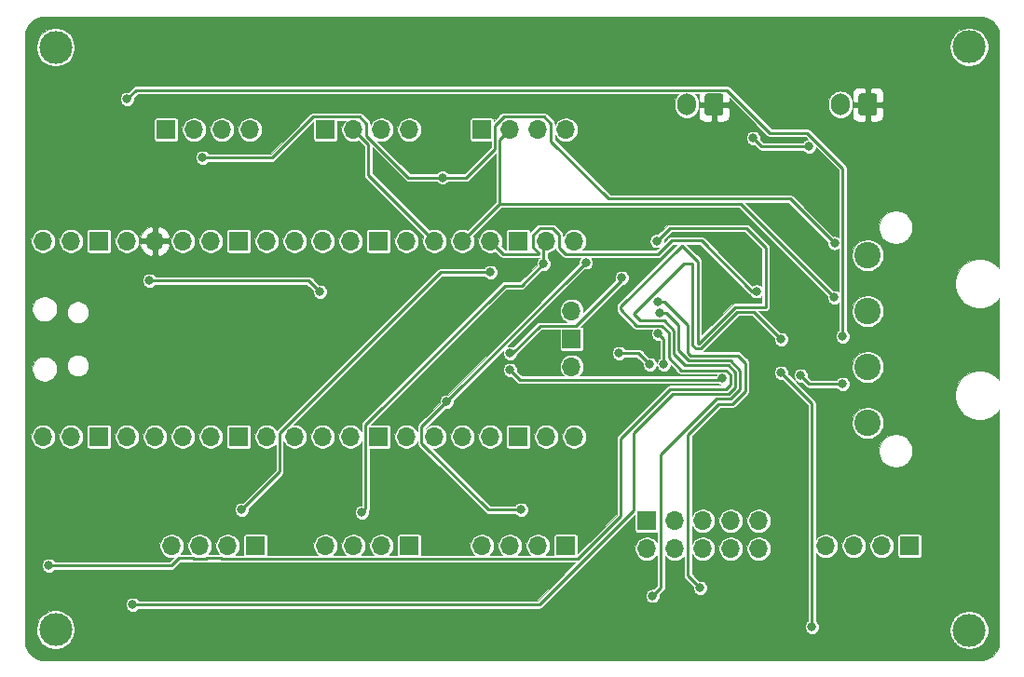
<source format=gbr>
%TF.GenerationSoftware,KiCad,Pcbnew,(5.1.10)-1*%
%TF.CreationDate,2021-10-27T22:41:58+01:00*%
%TF.ProjectId,flowcontrol,666c6f77-636f-46e7-9472-6f6c2e6b6963,rev?*%
%TF.SameCoordinates,Original*%
%TF.FileFunction,Copper,L2,Bot*%
%TF.FilePolarity,Positive*%
%FSLAX46Y46*%
G04 Gerber Fmt 4.6, Leading zero omitted, Abs format (unit mm)*
G04 Created by KiCad (PCBNEW (5.1.10)-1) date 2021-10-27 22:41:58*
%MOMM*%
%LPD*%
G01*
G04 APERTURE LIST*
%TA.AperFunction,ComponentPad*%
%ADD10O,1.700000X1.700000*%
%TD*%
%TA.AperFunction,ComponentPad*%
%ADD11R,1.700000X1.700000*%
%TD*%
%TA.AperFunction,ComponentPad*%
%ADD12O,1.700000X2.000000*%
%TD*%
%TA.AperFunction,ComponentPad*%
%ADD13C,2.400000*%
%TD*%
%TA.AperFunction,ComponentPad*%
%ADD14C,3.000000*%
%TD*%
%TA.AperFunction,ViaPad*%
%ADD15C,0.800000*%
%TD*%
%TA.AperFunction,Conductor*%
%ADD16C,0.250000*%
%TD*%
%TA.AperFunction,Conductor*%
%ADD17C,0.400000*%
%TD*%
%TA.AperFunction,Conductor*%
%ADD18C,0.089000*%
%TD*%
%TA.AperFunction,Conductor*%
%ADD19C,0.100000*%
%TD*%
G04 APERTURE END LIST*
D10*
%TO.P,J7,4*%
%TO.N,+5V*%
X171450000Y-112776000D03*
%TO.P,J7,3*%
%TO.N,DIN*%
X173990000Y-112776000D03*
%TO.P,J7,2*%
%TO.N,Net-(J7-Pad2)*%
X176530000Y-112776000D03*
D11*
%TO.P,J7,1*%
%TO.N,GND*%
X179070000Y-112776000D03*
%TD*%
D12*
%TO.P,J4,2*%
%TO.N,GP27*%
X158790000Y-72644000D03*
%TO.P,J4,1*%
%TO.N,+3V3*%
%TA.AperFunction,ComponentPad*%
G36*
G01*
X162140000Y-71894000D02*
X162140000Y-73394000D01*
G75*
G02*
X161890000Y-73644000I-250000J0D01*
G01*
X160690000Y-73644000D01*
G75*
G02*
X160440000Y-73394000I0J250000D01*
G01*
X160440000Y-71894000D01*
G75*
G02*
X160690000Y-71644000I250000J0D01*
G01*
X161890000Y-71644000D01*
G75*
G02*
X162140000Y-71894000I0J-250000D01*
G01*
G37*
%TD.AperFunction*%
%TD*%
%TO.P,J3,2*%
%TO.N,GP26*%
X172760000Y-72644000D03*
%TO.P,J3,1*%
%TO.N,+3V3*%
%TA.AperFunction,ComponentPad*%
G36*
G01*
X176110000Y-71894000D02*
X176110000Y-73394000D01*
G75*
G02*
X175860000Y-73644000I-250000J0D01*
G01*
X174660000Y-73644000D01*
G75*
G02*
X174410000Y-73394000I0J250000D01*
G01*
X174410000Y-71894000D01*
G75*
G02*
X174660000Y-71644000I250000J0D01*
G01*
X175860000Y-71644000D01*
G75*
G02*
X176110000Y-71894000I0J-250000D01*
G01*
G37*
%TD.AperFunction*%
%TD*%
D13*
%TO.P,J6,4*%
%TO.N,+5V*%
X175260000Y-86360000D03*
%TO.P,J6,3*%
%TO.N,GND*%
X175260000Y-91440000D03*
%TO.P,J6,2*%
X175260000Y-96520000D03*
%TO.P,J6,1*%
%TO.N,+12V*%
X175260000Y-101600000D03*
%TD*%
D10*
%TO.P,J11,4*%
%TO.N,GND*%
X133604000Y-74930000D03*
%TO.P,J11,3*%
%TO.N,+12V*%
X131064000Y-74930000D03*
%TO.P,J11,2*%
%TO.N,GP22*%
X128524000Y-74930000D03*
D11*
%TO.P,J11,1*%
%TO.N,GP4*%
X125984000Y-74930000D03*
%TD*%
D10*
%TO.P,J10,4*%
%TO.N,GND*%
X119126000Y-74930000D03*
%TO.P,J10,3*%
%TO.N,+12V*%
X116586000Y-74930000D03*
%TO.P,J10,2*%
%TO.N,GP21*%
X114046000Y-74930000D03*
D11*
%TO.P,J10,1*%
%TO.N,GP5*%
X111506000Y-74930000D03*
%TD*%
D10*
%TO.P,J9,4*%
%TO.N,GND*%
X140208000Y-112776000D03*
%TO.P,J9,3*%
%TO.N,+12V*%
X142748000Y-112776000D03*
%TO.P,J9,2*%
%TO.N,GP26*%
X145288000Y-112776000D03*
D11*
%TO.P,J9,1*%
%TO.N,GP9*%
X147828000Y-112776000D03*
%TD*%
D10*
%TO.P,J8,4*%
%TO.N,GND*%
X125984000Y-112776000D03*
%TO.P,J8,3*%
%TO.N,+12V*%
X128524000Y-112776000D03*
%TO.P,J8,2*%
%TO.N,GP25*%
X131064000Y-112776000D03*
D11*
%TO.P,J8,1*%
%TO.N,GP8*%
X133604000Y-112776000D03*
%TD*%
D10*
%TO.P,J5,10*%
%TO.N,Net-(J5-Pad10)*%
X165354000Y-113030000D03*
%TO.P,J5,9*%
%TO.N,Net-(J5-Pad9)*%
X165354000Y-110490000D03*
%TO.P,J5,8*%
%TO.N,GND*%
X162814000Y-113030000D03*
%TO.P,J5,7*%
%TO.N,Net-(J5-Pad7)*%
X162814000Y-110490000D03*
%TO.P,J5,6*%
%TO.N,Net-(J5-Pad6)*%
X160274000Y-113030000D03*
%TO.P,J5,5*%
%TO.N,Net-(J5-Pad5)*%
X160274000Y-110490000D03*
%TO.P,J5,4*%
%TO.N,Net-(J5-Pad4)*%
X157734000Y-113030000D03*
%TO.P,J5,3*%
%TO.N,Net-(J5-Pad3)*%
X157734000Y-110490000D03*
%TO.P,J5,2*%
%TO.N,+5V*%
X155194000Y-113030000D03*
D11*
%TO.P,J5,1*%
%TO.N,Net-(J5-Pad1)*%
X155194000Y-110490000D03*
%TD*%
D14*
%TO.P,REF\u002A\u002A,1*%
%TO.N,N/C*%
X184454800Y-120421400D03*
%TD*%
%TO.P,REF\u002A\u002A,1*%
%TO.N,N/C*%
X101447600Y-120370600D03*
%TD*%
%TO.P,REF\u002A\u002A,1*%
%TO.N,N/C*%
X184454800Y-67411600D03*
%TD*%
D10*
%TO.P,J2,4*%
%TO.N,GND*%
X112014000Y-112776000D03*
%TO.P,J2,3*%
%TO.N,+12V*%
X114554000Y-112776000D03*
%TO.P,J2,2*%
%TO.N,GP24*%
X117094000Y-112776000D03*
D11*
%TO.P,J2,1*%
%TO.N,GP7*%
X119634000Y-112776000D03*
%TD*%
%TO.P,J1,1*%
%TO.N,GP6*%
X140208000Y-74930000D03*
D10*
%TO.P,J1,2*%
%TO.N,GP23*%
X142748000Y-74930000D03*
%TO.P,J1,3*%
%TO.N,+12V*%
X145288000Y-74930000D03*
%TO.P,J1,4*%
%TO.N,GND*%
X147828000Y-74930000D03*
%TD*%
D14*
%TO.P,REF\u002A\u002A,1*%
%TO.N,N/C*%
X101447600Y-67424300D03*
%TD*%
D10*
%TO.P,U1,1*%
%TO.N,GP0*%
X100320000Y-102840000D03*
%TO.P,U1,2*%
%TO.N,GP1*%
X102860000Y-102840000D03*
D11*
%TO.P,U1,3*%
%TO.N,Net-(U1-Pad3)*%
X105400000Y-102840000D03*
D10*
%TO.P,U1,4*%
%TO.N,Net-(U1-Pad4)*%
X107940000Y-102840000D03*
%TO.P,U1,5*%
%TO.N,Net-(U1-Pad5)*%
X110480000Y-102840000D03*
%TO.P,U1,6*%
%TO.N,GP4*%
X113020000Y-102840000D03*
%TO.P,U1,7*%
%TO.N,GP5*%
X115560000Y-102840000D03*
D11*
%TO.P,U1,8*%
%TO.N,Net-(U1-Pad8)*%
X118100000Y-102840000D03*
D10*
%TO.P,U1,9*%
%TO.N,GP6*%
X120640000Y-102840000D03*
%TO.P,U1,10*%
%TO.N,GP7*%
X123180000Y-102840000D03*
%TO.P,U1,11*%
%TO.N,GP8*%
X125720000Y-102840000D03*
%TO.P,U1,12*%
%TO.N,GP9*%
X128260000Y-102840000D03*
D11*
%TO.P,U1,13*%
%TO.N,Net-(U1-Pad13)*%
X130800000Y-102840000D03*
D10*
%TO.P,U1,14*%
%TO.N,Net-(U1-Pad14)*%
X133340000Y-102840000D03*
%TO.P,U1,15*%
%TO.N,Net-(U1-Pad15)*%
X135880000Y-102840000D03*
%TO.P,U1,16*%
%TO.N,Net-(U1-Pad16)*%
X138420000Y-102840000D03*
%TO.P,U1,17*%
%TO.N,Net-(U1-Pad17)*%
X140960000Y-102840000D03*
D11*
%TO.P,U1,18*%
%TO.N,Net-(U1-Pad18)*%
X143500000Y-102840000D03*
D10*
%TO.P,U1,19*%
%TO.N,Net-(U1-Pad19)*%
X146040000Y-102840000D03*
%TO.P,U1,20*%
%TO.N,Net-(U1-Pad20)*%
X148580000Y-102840000D03*
%TO.P,U1,21*%
%TO.N,GP26*%
X148580000Y-85060000D03*
%TO.P,U1,22*%
%TO.N,GP25*%
X146040000Y-85060000D03*
D11*
%TO.P,U1,23*%
%TO.N,Net-(U1-Pad23)*%
X143500000Y-85060000D03*
D10*
%TO.P,U1,24*%
%TO.N,GP24*%
X140960000Y-85060000D03*
%TO.P,U1,25*%
%TO.N,GP23*%
X138420000Y-85060000D03*
%TO.P,U1,26*%
%TO.N,GP22*%
X135880000Y-85060000D03*
%TO.P,U1,27*%
%TO.N,GP21*%
X133340000Y-85060000D03*
D11*
%TO.P,U1,28*%
%TO.N,Net-(U1-Pad28)*%
X130800000Y-85060000D03*
D10*
%TO.P,U1,29*%
%TO.N,DIN*%
X128260000Y-85060000D03*
%TO.P,U1,30*%
%TO.N,Net-(SW1-Pad1)*%
X125720000Y-85060000D03*
%TO.P,U1,31*%
%TO.N,GP26*%
X123180000Y-85060000D03*
%TO.P,U1,32*%
%TO.N,GP27*%
X120640000Y-85060000D03*
D11*
%TO.P,U1,33*%
%TO.N,Net-(U1-Pad33)*%
X118100000Y-85060000D03*
D10*
%TO.P,U1,34*%
%TO.N,Net-(U1-Pad34)*%
X115560000Y-85060000D03*
%TO.P,U1,35*%
%TO.N,Net-(U1-Pad35)*%
X113020000Y-85060000D03*
%TO.P,U1,36*%
%TO.N,+3V3*%
X110480000Y-85060000D03*
%TO.P,U1,37*%
%TO.N,Net-(U1-Pad37)*%
X107940000Y-85060000D03*
D11*
%TO.P,U1,38*%
%TO.N,GND*%
X105400000Y-85060000D03*
D10*
%TO.P,U1,39*%
%TO.N,+5V*%
X102860000Y-85060000D03*
%TO.P,U1,40*%
%TO.N,Net-(U1-Pad40)*%
X100320000Y-85060000D03*
%TO.P,U1,41*%
%TO.N,N/C*%
X148350000Y-96490000D03*
D11*
%TO.P,U1,42*%
X148350000Y-93950000D03*
D10*
%TO.P,U1,43*%
X148350000Y-91410000D03*
%TD*%
D15*
%TO.N,TxD*%
X100838000Y-114554000D03*
%TO.N,GP24*%
X140970000Y-87884000D03*
X118364000Y-109474000D03*
%TO.N,GP25*%
X129286000Y-109728000D03*
%TO.N,GP26*%
X143764000Y-109474000D03*
%TO.N,+5V*%
X109982000Y-88646000D03*
X125476000Y-89662000D03*
%TO.N,GND*%
X172974000Y-98044000D03*
X169164000Y-97282000D03*
%TO.N,+3V3*%
X162560000Y-104648000D03*
X176022000Y-75692000D03*
X162306000Y-75438000D03*
X110236000Y-108966000D03*
X167758298Y-92720317D03*
X151506340Y-88777660D03*
X167902863Y-90303804D03*
X162518129Y-89883449D03*
X160255602Y-82534947D03*
X166886214Y-87578575D03*
X162617159Y-82673111D03*
X161537931Y-91687930D03*
X167437281Y-102847156D03*
X167390689Y-84323370D03*
X163319070Y-86150643D03*
X162814000Y-86614000D03*
X161544000Y-87884000D03*
%TO.N,Net-(C4-Pad1)*%
X156718000Y-96266000D03*
X156210000Y-93472000D03*
%TO.N,Net-(C5-Pad1)*%
X155448000Y-96266000D03*
X152654000Y-95250000D03*
%TO.N,TxD*%
X156105198Y-85053010D03*
%TO.N,Net-(D3-Pad2)*%
X108458000Y-118110000D03*
X167386000Y-93980000D03*
%TO.N,Net-(D4-Pad2)*%
X107950000Y-72136000D03*
X172974000Y-93726000D03*
%TO.N,GP1*%
X142748000Y-96774000D03*
X162052000Y-97536000D03*
%TO.N,Net-(D5-Pad1)*%
X170180000Y-120142000D03*
X167386000Y-97028000D03*
%TO.N,GP26*%
X149642990Y-86999835D03*
X136990412Y-99652412D03*
X164846000Y-75692000D03*
X169926000Y-76454000D03*
%TO.N,Net-(J5-Pad4)*%
X155702008Y-117316957D03*
X156349687Y-91571977D03*
%TO.N,Net-(J5-Pad6)*%
X160020000Y-116586000D03*
X156195305Y-90583954D03*
%TO.N,GP0*%
X142748000Y-95250000D03*
X152908000Y-88392000D03*
%TO.N,GP23*%
X172212000Y-90170000D03*
%TO.N,GP24*%
X165150354Y-89627557D03*
%TO.N,GP25*%
X145796000Y-87122000D03*
%TO.N,GP21*%
X114808000Y-77470000D03*
X136605010Y-79273290D03*
X172248990Y-85242564D03*
%TD*%
D16*
%TO.N,+5V*%
X124460000Y-88646000D02*
X125476000Y-89662000D01*
X109982000Y-88646000D02*
X124460000Y-88646000D01*
%TO.N,GND*%
X169926000Y-98044000D02*
X169164000Y-97282000D01*
X172974000Y-98044000D02*
X169926000Y-98044000D01*
%TO.N,+3V3*%
X161290000Y-74422000D02*
X162306000Y-75438000D01*
X161290000Y-72644000D02*
X161290000Y-74422000D01*
D17*
X163277357Y-86150643D02*
X162814000Y-86614000D01*
X163319070Y-86150643D02*
X163277357Y-86150643D01*
X161544000Y-88909320D02*
X162518129Y-89883449D01*
X161544000Y-87884000D02*
X161544000Y-88909320D01*
X161537931Y-90863647D02*
X162518129Y-89883449D01*
X161537931Y-91687930D02*
X161537931Y-90863647D01*
D16*
%TO.N,Net-(C4-Pad1)*%
X156718000Y-93980000D02*
X156210000Y-93472000D01*
X156718000Y-96266000D02*
X156718000Y-93980000D01*
%TO.N,Net-(C5-Pad1)*%
X155448000Y-96266000D02*
X154432000Y-95250000D01*
X154432000Y-95250000D02*
X152654000Y-95250000D01*
%TO.N,TxD*%
X116455908Y-113876910D02*
X116529999Y-113951001D01*
X115192092Y-113876910D02*
X116455908Y-113876910D01*
X113915908Y-113876910D02*
X113989999Y-113951001D01*
X113989999Y-113951001D02*
X115118001Y-113951001D01*
X112652092Y-113876910D02*
X113915908Y-113876910D01*
X115118001Y-113951001D02*
X115192092Y-113876910D01*
X157168011Y-95643007D02*
X157168011Y-93357007D01*
X100838000Y-114554000D02*
X111975002Y-114554000D01*
X116529999Y-113951001D02*
X148938001Y-113951001D01*
X156558002Y-92746998D02*
X154272002Y-92746998D01*
X148938001Y-113951001D02*
X152799998Y-110089004D01*
X162777002Y-98138002D02*
X162777002Y-97187998D01*
X111975002Y-114554000D02*
X112652092Y-113876910D01*
X157273229Y-83884979D02*
X156105198Y-85053010D01*
X154272002Y-92746998D02*
X152799998Y-91274994D01*
X159901200Y-94349980D02*
X163203199Y-91047980D01*
X159809023Y-94349980D02*
X159901200Y-94349980D01*
X152799998Y-110089004D02*
X152799998Y-103035006D01*
X152799998Y-91274994D02*
X152799998Y-91020783D01*
X152799998Y-91020783D02*
X158360801Y-85459980D01*
X152799998Y-103035006D02*
X157320002Y-98515002D01*
X157320002Y-98515002D02*
X162400002Y-98515002D01*
X162400002Y-98515002D02*
X162777002Y-98138002D01*
X162777002Y-97187998D02*
X162400002Y-96810998D01*
X162400002Y-96810998D02*
X158336002Y-96810998D01*
X157168011Y-93357007D02*
X156558002Y-92746998D01*
X158336002Y-96810998D02*
X157168011Y-95643007D01*
X158360801Y-85459980D02*
X159809023Y-86908201D01*
X159809023Y-86908201D02*
X159809023Y-94349980D01*
X163203199Y-91047980D02*
X165968372Y-91047980D01*
X165968372Y-91047980D02*
X165968372Y-85635414D01*
X165968372Y-85635414D02*
X164217937Y-83884979D01*
X164217937Y-83884979D02*
X157273229Y-83884979D01*
%TO.N,Net-(D3-Pad2)*%
X153957832Y-91661175D02*
X158524406Y-87094601D01*
X163227013Y-98324402D02*
X163227013Y-97001598D01*
X159359012Y-87094601D02*
X159359012Y-94536380D01*
X159359012Y-94536380D02*
X159622623Y-94799991D01*
X160087600Y-94799991D02*
X163389599Y-91497991D01*
X108458000Y-118110000D02*
X145415412Y-118110000D01*
X145415412Y-118110000D02*
X153957832Y-109567580D01*
X153957832Y-109567580D02*
X153957832Y-102513583D01*
X153957832Y-102513583D02*
X157506402Y-98965013D01*
X157506402Y-98965013D02*
X162586402Y-98965013D01*
X162586402Y-98965013D02*
X163227013Y-98324402D01*
X163227013Y-97001598D02*
X162586402Y-96360987D01*
X162586402Y-96360987D02*
X158657643Y-96360987D01*
X158657643Y-96360987D02*
X157618022Y-95321365D01*
X157618022Y-95321365D02*
X157618022Y-93170607D01*
X157618022Y-93170607D02*
X156744402Y-92296987D01*
X156744402Y-92296987D02*
X154593644Y-92296987D01*
X154593644Y-92296987D02*
X153957832Y-91661175D01*
X158524406Y-87094601D02*
X159359012Y-87094601D01*
X159622623Y-94799991D02*
X160087600Y-94799991D01*
X163389599Y-91497991D02*
X164903991Y-91497991D01*
X164903991Y-91497991D02*
X167386000Y-93980000D01*
%TO.N,Net-(D4-Pad2)*%
X108767010Y-71318990D02*
X162475992Y-71318990D01*
X172974000Y-78428996D02*
X172974000Y-93160315D01*
X107950000Y-72136000D02*
X108767010Y-71318990D01*
X162475992Y-71318990D02*
X166378000Y-75220998D01*
X166378000Y-75220998D02*
X169766002Y-75220998D01*
X169766002Y-75220998D02*
X172974000Y-78428996D01*
X172974000Y-93160315D02*
X172974000Y-93726000D01*
%TO.N,GP1*%
X161922999Y-97665001D02*
X162052000Y-97536000D01*
X143639001Y-97665001D02*
X161922999Y-97665001D01*
X142748000Y-96774000D02*
X143639001Y-97665001D01*
%TO.N,Net-(D5-Pad1)*%
X170180000Y-99822000D02*
X167386000Y-97028000D01*
X170180000Y-120142000D02*
X170180000Y-99822000D01*
%TO.N,GP26*%
X134704999Y-103404001D02*
X134704999Y-101937826D01*
X143764000Y-109474000D02*
X140774998Y-109474000D01*
X140774998Y-109474000D02*
X134704999Y-103404001D01*
X134704999Y-101937826D02*
X136990412Y-99652412D01*
X165608000Y-76454000D02*
X169926000Y-76454000D01*
X164846000Y-75692000D02*
X165608000Y-76454000D01*
X149242991Y-87399834D02*
X149642990Y-86999835D01*
X136990412Y-99652412D02*
X149242991Y-87399834D01*
%TO.N,Net-(J5-Pad4)*%
X156464000Y-116554965D02*
X156464000Y-104453826D01*
X155702008Y-117316957D02*
X156464000Y-116554965D01*
X156464000Y-104453826D02*
X161502802Y-99415024D01*
X161502802Y-99415024D02*
X162772802Y-99415024D01*
X162772802Y-95910976D02*
X158962801Y-95910976D01*
X158962801Y-95910976D02*
X158068033Y-95016208D01*
X158068033Y-95016208D02*
X158068033Y-92724638D01*
X158068033Y-92724638D02*
X156915372Y-91571977D01*
X156915372Y-91571977D02*
X156349687Y-91571977D01*
X162772802Y-99415024D02*
X163677024Y-98510802D01*
X163677024Y-96815198D02*
X162772802Y-95910976D01*
X163677024Y-98510802D02*
X163677024Y-96815198D01*
%TO.N,Net-(J5-Pad6)*%
X158909001Y-95220765D02*
X158909001Y-92731965D01*
X156760990Y-90583954D02*
X156195305Y-90583954D01*
X158909001Y-115475001D02*
X158909001Y-102645236D01*
X163467202Y-95460965D02*
X159149201Y-95460965D01*
X164127035Y-96120798D02*
X163467202Y-95460965D01*
X159149201Y-95460965D02*
X158909001Y-95220765D01*
X158909001Y-102645236D02*
X161689202Y-99865035D01*
X161689202Y-99865035D02*
X162959202Y-99865035D01*
X164127035Y-98697202D02*
X164127035Y-96120798D01*
X158909001Y-92731965D02*
X156760990Y-90583954D01*
X162959202Y-99865035D02*
X164127035Y-98697202D01*
X160020000Y-116586000D02*
X158909001Y-115475001D01*
%TO.N,GP0*%
X142748000Y-95250000D02*
X143002000Y-95250000D01*
X148724003Y-92774999D02*
X152908000Y-88591002D01*
X145477001Y-92774999D02*
X148724003Y-92774999D01*
X152908000Y-88591002D02*
X152908000Y-88392000D01*
X143002000Y-95250000D02*
X145477001Y-92774999D01*
%TO.N,GP23*%
X141833012Y-81646988D02*
X141833012Y-75844988D01*
X141833012Y-75844988D02*
X142748000Y-74930000D01*
X138420000Y-85060000D02*
X141833012Y-81646988D01*
X141833012Y-81646988D02*
X163688988Y-81646988D01*
X163688988Y-81646988D02*
X172212000Y-90170000D01*
%TO.N,GP24*%
X136455002Y-87884000D02*
X121815001Y-102524001D01*
X121815001Y-106022999D02*
X118364000Y-109474000D01*
X121815001Y-102524001D02*
X121815001Y-106022999D01*
X140970000Y-87884000D02*
X136455002Y-87884000D01*
X147215564Y-85624564D02*
X147826001Y-86235001D01*
X140960000Y-85060000D02*
X142135001Y-86235001D01*
X160136965Y-85009969D02*
X164754553Y-89627557D01*
X156203767Y-86235001D02*
X157428799Y-85009969D01*
X144864999Y-85624001D02*
X144864999Y-84495999D01*
X147826001Y-86235001D02*
X156203767Y-86235001D01*
X145345989Y-86235001D02*
X145345989Y-86104991D01*
X147215564Y-84496562D02*
X147215564Y-85624564D01*
X146604001Y-83884999D02*
X147215564Y-84496562D01*
X144864999Y-84495999D02*
X145475999Y-83884999D01*
X142135001Y-86235001D02*
X145345989Y-86235001D01*
X157428799Y-85009969D02*
X160136965Y-85009969D01*
X145475999Y-83884999D02*
X146604001Y-83884999D01*
X164754553Y-89627557D02*
X165150354Y-89627557D01*
X145345989Y-86104991D02*
X144864999Y-85624001D01*
%TO.N,GP25*%
X143821991Y-89096009D02*
X145796000Y-87122000D01*
X142258989Y-89096009D02*
X143821991Y-89096009D01*
X129624999Y-101729999D02*
X142258989Y-89096009D01*
X129624999Y-109389001D02*
X129624999Y-101729999D01*
X129286000Y-109728000D02*
X129624999Y-109389001D01*
X145796000Y-87122000D02*
X145796000Y-85304000D01*
X145796000Y-85304000D02*
X146040000Y-85060000D01*
%TO.N,GP21*%
X133503700Y-79273290D02*
X136605010Y-79273290D01*
X129699001Y-74365999D02*
X129699001Y-75468591D01*
X124873999Y-73754999D02*
X129088001Y-73754999D01*
X129699001Y-75468591D02*
X133503700Y-79273290D01*
X121158998Y-77470000D02*
X124873999Y-73754999D01*
X114808000Y-77470000D02*
X121158998Y-77470000D01*
X129088001Y-73754999D02*
X129699001Y-74365999D01*
X168203403Y-81196977D02*
X172248990Y-85242564D01*
X151686208Y-81196977D02*
X168203403Y-81196977D01*
X146463001Y-75973770D02*
X151686208Y-81196977D01*
X146463001Y-74365999D02*
X146463001Y-75973770D01*
X145852001Y-73754999D02*
X146463001Y-74365999D01*
X142183999Y-73754999D02*
X145852001Y-73754999D01*
X141383001Y-74555997D02*
X142183999Y-73754999D01*
X141383001Y-76674589D02*
X141383001Y-74555997D01*
X138784300Y-79273290D02*
X141383001Y-76674589D01*
X136605010Y-79273290D02*
X138784300Y-79273290D01*
%TO.N,GP22*%
X129888999Y-76294999D02*
X128524000Y-74930000D01*
X129888999Y-79068999D02*
X129888999Y-76294999D01*
X135880000Y-85060000D02*
X129888999Y-79068999D01*
%TD*%
D18*
%TO.N,+3V3*%
X185988154Y-64744498D02*
X186325324Y-64894637D01*
X186623904Y-65111489D01*
X186870758Y-65385705D01*
X187055313Y-65705301D01*
X187169344Y-66056309D01*
X187209201Y-66435539D01*
X187209201Y-87537735D01*
X187163417Y-87469215D01*
X186850785Y-87156583D01*
X186483169Y-86910950D01*
X186074696Y-86741755D01*
X185641064Y-86655500D01*
X185198936Y-86655500D01*
X184765304Y-86741755D01*
X184356831Y-86910950D01*
X183989215Y-87156583D01*
X183676583Y-87469215D01*
X183430950Y-87836831D01*
X183261755Y-88245304D01*
X183175500Y-88678936D01*
X183175500Y-89121064D01*
X183261755Y-89554696D01*
X183430950Y-89963169D01*
X183676583Y-90330785D01*
X183989215Y-90643417D01*
X184356831Y-90889050D01*
X184765304Y-91058245D01*
X185198936Y-91144500D01*
X185641064Y-91144500D01*
X186074696Y-91058245D01*
X186483169Y-90889050D01*
X186850785Y-90643417D01*
X187163417Y-90330785D01*
X187209201Y-90262265D01*
X187209200Y-97697735D01*
X187163417Y-97629215D01*
X186850785Y-97316583D01*
X186483169Y-97070950D01*
X186074696Y-96901755D01*
X185641064Y-96815500D01*
X185198936Y-96815500D01*
X184765304Y-96901755D01*
X184356831Y-97070950D01*
X183989215Y-97316583D01*
X183676583Y-97629215D01*
X183430950Y-97996831D01*
X183261755Y-98405304D01*
X183175500Y-98838936D01*
X183175500Y-99281064D01*
X183261755Y-99714696D01*
X183430950Y-100123169D01*
X183676583Y-100490785D01*
X183989215Y-100803417D01*
X184356831Y-101049050D01*
X184765304Y-101218245D01*
X185198936Y-101304500D01*
X185641064Y-101304500D01*
X186074696Y-101218245D01*
X186483169Y-101049050D01*
X186850785Y-100803417D01*
X187163417Y-100490785D01*
X187209200Y-100422265D01*
X187209200Y-121411071D01*
X187169344Y-121790291D01*
X187055313Y-122141299D01*
X186870758Y-122460895D01*
X186623904Y-122735111D01*
X186325324Y-122951963D01*
X185988154Y-123102102D01*
X185627172Y-123178800D01*
X100258228Y-123178800D01*
X99897245Y-123102102D01*
X99560082Y-122951966D01*
X99261500Y-122735114D01*
X99014645Y-122460899D01*
X98830089Y-122141302D01*
X98716056Y-121790290D01*
X98676200Y-121411071D01*
X98676200Y-120198782D01*
X99703100Y-120198782D01*
X99703100Y-120542418D01*
X99729273Y-120673998D01*
X99737341Y-120750729D01*
X99737596Y-120763766D01*
X99742199Y-120784749D01*
X99746528Y-120805786D01*
X99751596Y-120817797D01*
X99767794Y-120867658D01*
X99770140Y-120879452D01*
X99777027Y-120896078D01*
X99842656Y-121098099D01*
X99845617Y-121110801D01*
X99854467Y-121130338D01*
X99863082Y-121150035D01*
X99870542Y-121160740D01*
X100017925Y-121416060D01*
X100023483Y-121427905D01*
X100036204Y-121445167D01*
X100048685Y-121462588D01*
X100058235Y-121471534D01*
X100255529Y-121690563D01*
X100263368Y-121700924D01*
X100279418Y-121715193D01*
X100295353Y-121729725D01*
X100306486Y-121736445D01*
X100544917Y-121909764D01*
X100554818Y-121918331D01*
X100573425Y-121928908D01*
X100591918Y-121939753D01*
X100604296Y-121944049D01*
X100873585Y-122063889D01*
X100884999Y-122070182D01*
X100905443Y-122076675D01*
X100925857Y-122083452D01*
X100938800Y-122085068D01*
X101227137Y-122146333D01*
X101239626Y-122150121D01*
X101261047Y-122152231D01*
X101282346Y-122154609D01*
X101295335Y-122153500D01*
X101590064Y-122153500D01*
X101603052Y-122154609D01*
X101624341Y-122152232D01*
X101645774Y-122150121D01*
X101658265Y-122146332D01*
X101946605Y-122085067D01*
X101959542Y-122083452D01*
X101979934Y-122076683D01*
X102000401Y-122070182D01*
X102011819Y-122063887D01*
X102281097Y-121944051D01*
X102293481Y-121939753D01*
X102311998Y-121928894D01*
X102330582Y-121918330D01*
X102340484Y-121909763D01*
X102578920Y-121736441D01*
X102590046Y-121729726D01*
X102605915Y-121715254D01*
X102622032Y-121700925D01*
X102629880Y-121690552D01*
X102827172Y-121471527D01*
X102836715Y-121462588D01*
X102849171Y-121445203D01*
X102861917Y-121427906D01*
X102867477Y-121416056D01*
X103014861Y-121160736D01*
X103022318Y-121150035D01*
X103030912Y-121130384D01*
X103039783Y-121110802D01*
X103042745Y-121098094D01*
X103072740Y-121005763D01*
X103125060Y-120879452D01*
X103192100Y-120542418D01*
X103192100Y-120198782D01*
X103125060Y-119861748D01*
X102993556Y-119544269D01*
X102802642Y-119258546D01*
X102559654Y-119015558D01*
X102273931Y-118824644D01*
X101956452Y-118693140D01*
X101619418Y-118626100D01*
X101275782Y-118626100D01*
X100938748Y-118693140D01*
X100621269Y-118824644D01*
X100335546Y-119015558D01*
X100092558Y-119258546D01*
X99901644Y-119544269D01*
X99770140Y-119861748D01*
X99703100Y-120198782D01*
X98676200Y-120198782D01*
X98676200Y-114490522D01*
X100193500Y-114490522D01*
X100193500Y-114617478D01*
X100218268Y-114741994D01*
X100266852Y-114859285D01*
X100337385Y-114964845D01*
X100427155Y-115054615D01*
X100532715Y-115125148D01*
X100650006Y-115173732D01*
X100774522Y-115198500D01*
X100901478Y-115198500D01*
X101025994Y-115173732D01*
X101143285Y-115125148D01*
X101248845Y-115054615D01*
X101338615Y-114964845D01*
X101366241Y-114923500D01*
X111956861Y-114923500D01*
X111975002Y-114925287D01*
X111993143Y-114923500D01*
X111993146Y-114923500D01*
X112047437Y-114918153D01*
X112117087Y-114897024D01*
X112181278Y-114862714D01*
X112237542Y-114816540D01*
X112249115Y-114802438D01*
X112805144Y-114246410D01*
X113767511Y-114246410D01*
X113783723Y-114259715D01*
X113847914Y-114294025D01*
X113917564Y-114315154D01*
X113971855Y-114320501D01*
X113971857Y-114320501D01*
X113989998Y-114322288D01*
X114008140Y-114320501D01*
X115099860Y-114320501D01*
X115118001Y-114322288D01*
X115136142Y-114320501D01*
X115136145Y-114320501D01*
X115190436Y-114315154D01*
X115260086Y-114294025D01*
X115324277Y-114259715D01*
X115340489Y-114246410D01*
X116307511Y-114246410D01*
X116323723Y-114259715D01*
X116387914Y-114294025D01*
X116457564Y-114315154D01*
X116511855Y-114320501D01*
X116511857Y-114320501D01*
X116529998Y-114322288D01*
X116548140Y-114320501D01*
X148682360Y-114320501D01*
X145262361Y-117740500D01*
X108986241Y-117740500D01*
X108958615Y-117699155D01*
X108868845Y-117609385D01*
X108763285Y-117538852D01*
X108645994Y-117490268D01*
X108521478Y-117465500D01*
X108394522Y-117465500D01*
X108270006Y-117490268D01*
X108152715Y-117538852D01*
X108047155Y-117609385D01*
X107957385Y-117699155D01*
X107886852Y-117804715D01*
X107838268Y-117922006D01*
X107813500Y-118046522D01*
X107813500Y-118173478D01*
X107838268Y-118297994D01*
X107886852Y-118415285D01*
X107957385Y-118520845D01*
X108047155Y-118610615D01*
X108152715Y-118681148D01*
X108270006Y-118729732D01*
X108394522Y-118754500D01*
X108521478Y-118754500D01*
X108645994Y-118729732D01*
X108763285Y-118681148D01*
X108868845Y-118610615D01*
X108958615Y-118520845D01*
X108986241Y-118479500D01*
X145397271Y-118479500D01*
X145415412Y-118481287D01*
X145433553Y-118479500D01*
X145433556Y-118479500D01*
X145487847Y-118474153D01*
X145557497Y-118453024D01*
X145621688Y-118418714D01*
X145677952Y-118372540D01*
X145689525Y-118358438D01*
X154098317Y-109949647D01*
X154098317Y-111340000D01*
X154103038Y-111387930D01*
X154117019Y-111434019D01*
X154139722Y-111476494D01*
X154170276Y-111513724D01*
X154207506Y-111544278D01*
X154249981Y-111566981D01*
X154296070Y-111580962D01*
X154344000Y-111585683D01*
X156044000Y-111585683D01*
X156091930Y-111580962D01*
X156094500Y-111580182D01*
X156094500Y-112407646D01*
X156044154Y-112332297D01*
X155891703Y-112179846D01*
X155712440Y-112060067D01*
X155513254Y-111977561D01*
X155301799Y-111935500D01*
X155086201Y-111935500D01*
X154874746Y-111977561D01*
X154675560Y-112060067D01*
X154496297Y-112179846D01*
X154343846Y-112332297D01*
X154224067Y-112511560D01*
X154141561Y-112710746D01*
X154099500Y-112922201D01*
X154099500Y-113137799D01*
X154141561Y-113349254D01*
X154224067Y-113548440D01*
X154343846Y-113727703D01*
X154496297Y-113880154D01*
X154675560Y-113999933D01*
X154874746Y-114082439D01*
X155086201Y-114124500D01*
X155301799Y-114124500D01*
X155513254Y-114082439D01*
X155712440Y-113999933D01*
X155891703Y-113880154D01*
X156044154Y-113727703D01*
X156094500Y-113652354D01*
X156094500Y-116401913D01*
X155814256Y-116682158D01*
X155765486Y-116672457D01*
X155638530Y-116672457D01*
X155514014Y-116697225D01*
X155396723Y-116745809D01*
X155291163Y-116816342D01*
X155201393Y-116906112D01*
X155130860Y-117011672D01*
X155082276Y-117128963D01*
X155057508Y-117253479D01*
X155057508Y-117380435D01*
X155082276Y-117504951D01*
X155130860Y-117622242D01*
X155201393Y-117727802D01*
X155291163Y-117817572D01*
X155396723Y-117888105D01*
X155514014Y-117936689D01*
X155638530Y-117961457D01*
X155765486Y-117961457D01*
X155890002Y-117936689D01*
X156007293Y-117888105D01*
X156112853Y-117817572D01*
X156202623Y-117727802D01*
X156273156Y-117622242D01*
X156321740Y-117504951D01*
X156346508Y-117380435D01*
X156346508Y-117253479D01*
X156336807Y-117204709D01*
X156712444Y-116829073D01*
X156726540Y-116817505D01*
X156762248Y-116773994D01*
X156772714Y-116761242D01*
X156807023Y-116697051D01*
X156807024Y-116697050D01*
X156828153Y-116627400D01*
X156833500Y-116573109D01*
X156833500Y-116573107D01*
X156835287Y-116554966D01*
X156833500Y-116536824D01*
X156833500Y-113652354D01*
X156883846Y-113727703D01*
X157036297Y-113880154D01*
X157215560Y-113999933D01*
X157414746Y-114082439D01*
X157626201Y-114124500D01*
X157841799Y-114124500D01*
X158053254Y-114082439D01*
X158252440Y-113999933D01*
X158431703Y-113880154D01*
X158539501Y-113772356D01*
X158539501Y-115456859D01*
X158537714Y-115475001D01*
X158539501Y-115493142D01*
X158539501Y-115493144D01*
X158544848Y-115547435D01*
X158565977Y-115617085D01*
X158600287Y-115681276D01*
X158646461Y-115737541D01*
X158660563Y-115749114D01*
X159385201Y-116473753D01*
X159375500Y-116522522D01*
X159375500Y-116649478D01*
X159400268Y-116773994D01*
X159448852Y-116891285D01*
X159519385Y-116996845D01*
X159609155Y-117086615D01*
X159714715Y-117157148D01*
X159832006Y-117205732D01*
X159956522Y-117230500D01*
X160083478Y-117230500D01*
X160207994Y-117205732D01*
X160325285Y-117157148D01*
X160430845Y-117086615D01*
X160520615Y-116996845D01*
X160591148Y-116891285D01*
X160639732Y-116773994D01*
X160664500Y-116649478D01*
X160664500Y-116522522D01*
X160639732Y-116398006D01*
X160591148Y-116280715D01*
X160520615Y-116175155D01*
X160430845Y-116085385D01*
X160325285Y-116014852D01*
X160207994Y-115966268D01*
X160083478Y-115941500D01*
X159956522Y-115941500D01*
X159907753Y-115951201D01*
X159278501Y-115321950D01*
X159278501Y-113486719D01*
X159304067Y-113548440D01*
X159423846Y-113727703D01*
X159576297Y-113880154D01*
X159755560Y-113999933D01*
X159954746Y-114082439D01*
X160166201Y-114124500D01*
X160381799Y-114124500D01*
X160593254Y-114082439D01*
X160792440Y-113999933D01*
X160971703Y-113880154D01*
X161124154Y-113727703D01*
X161243933Y-113548440D01*
X161326439Y-113349254D01*
X161368500Y-113137799D01*
X161368500Y-112922201D01*
X161719500Y-112922201D01*
X161719500Y-113137799D01*
X161761561Y-113349254D01*
X161844067Y-113548440D01*
X161963846Y-113727703D01*
X162116297Y-113880154D01*
X162295560Y-113999933D01*
X162494746Y-114082439D01*
X162706201Y-114124500D01*
X162921799Y-114124500D01*
X163133254Y-114082439D01*
X163332440Y-113999933D01*
X163511703Y-113880154D01*
X163664154Y-113727703D01*
X163783933Y-113548440D01*
X163866439Y-113349254D01*
X163908500Y-113137799D01*
X163908500Y-112922201D01*
X164259500Y-112922201D01*
X164259500Y-113137799D01*
X164301561Y-113349254D01*
X164384067Y-113548440D01*
X164503846Y-113727703D01*
X164656297Y-113880154D01*
X164835560Y-113999933D01*
X165034746Y-114082439D01*
X165246201Y-114124500D01*
X165461799Y-114124500D01*
X165673254Y-114082439D01*
X165872440Y-113999933D01*
X166051703Y-113880154D01*
X166204154Y-113727703D01*
X166323933Y-113548440D01*
X166406439Y-113349254D01*
X166448500Y-113137799D01*
X166448500Y-112922201D01*
X166406439Y-112710746D01*
X166323933Y-112511560D01*
X166204154Y-112332297D01*
X166051703Y-112179846D01*
X165872440Y-112060067D01*
X165673254Y-111977561D01*
X165461799Y-111935500D01*
X165246201Y-111935500D01*
X165034746Y-111977561D01*
X164835560Y-112060067D01*
X164656297Y-112179846D01*
X164503846Y-112332297D01*
X164384067Y-112511560D01*
X164301561Y-112710746D01*
X164259500Y-112922201D01*
X163908500Y-112922201D01*
X163866439Y-112710746D01*
X163783933Y-112511560D01*
X163664154Y-112332297D01*
X163511703Y-112179846D01*
X163332440Y-112060067D01*
X163133254Y-111977561D01*
X162921799Y-111935500D01*
X162706201Y-111935500D01*
X162494746Y-111977561D01*
X162295560Y-112060067D01*
X162116297Y-112179846D01*
X161963846Y-112332297D01*
X161844067Y-112511560D01*
X161761561Y-112710746D01*
X161719500Y-112922201D01*
X161368500Y-112922201D01*
X161326439Y-112710746D01*
X161243933Y-112511560D01*
X161124154Y-112332297D01*
X160971703Y-112179846D01*
X160792440Y-112060067D01*
X160593254Y-111977561D01*
X160381799Y-111935500D01*
X160166201Y-111935500D01*
X159954746Y-111977561D01*
X159755560Y-112060067D01*
X159576297Y-112179846D01*
X159423846Y-112332297D01*
X159304067Y-112511560D01*
X159278501Y-112573281D01*
X159278501Y-110946719D01*
X159304067Y-111008440D01*
X159423846Y-111187703D01*
X159576297Y-111340154D01*
X159755560Y-111459933D01*
X159954746Y-111542439D01*
X160166201Y-111584500D01*
X160381799Y-111584500D01*
X160593254Y-111542439D01*
X160792440Y-111459933D01*
X160971703Y-111340154D01*
X161124154Y-111187703D01*
X161243933Y-111008440D01*
X161326439Y-110809254D01*
X161368500Y-110597799D01*
X161368500Y-110382201D01*
X161719500Y-110382201D01*
X161719500Y-110597799D01*
X161761561Y-110809254D01*
X161844067Y-111008440D01*
X161963846Y-111187703D01*
X162116297Y-111340154D01*
X162295560Y-111459933D01*
X162494746Y-111542439D01*
X162706201Y-111584500D01*
X162921799Y-111584500D01*
X163133254Y-111542439D01*
X163332440Y-111459933D01*
X163511703Y-111340154D01*
X163664154Y-111187703D01*
X163783933Y-111008440D01*
X163866439Y-110809254D01*
X163908500Y-110597799D01*
X163908500Y-110382201D01*
X164259500Y-110382201D01*
X164259500Y-110597799D01*
X164301561Y-110809254D01*
X164384067Y-111008440D01*
X164503846Y-111187703D01*
X164656297Y-111340154D01*
X164835560Y-111459933D01*
X165034746Y-111542439D01*
X165246201Y-111584500D01*
X165461799Y-111584500D01*
X165673254Y-111542439D01*
X165872440Y-111459933D01*
X166051703Y-111340154D01*
X166204154Y-111187703D01*
X166323933Y-111008440D01*
X166406439Y-110809254D01*
X166448500Y-110597799D01*
X166448500Y-110382201D01*
X166406439Y-110170746D01*
X166323933Y-109971560D01*
X166204154Y-109792297D01*
X166051703Y-109639846D01*
X165872440Y-109520067D01*
X165673254Y-109437561D01*
X165461799Y-109395500D01*
X165246201Y-109395500D01*
X165034746Y-109437561D01*
X164835560Y-109520067D01*
X164656297Y-109639846D01*
X164503846Y-109792297D01*
X164384067Y-109971560D01*
X164301561Y-110170746D01*
X164259500Y-110382201D01*
X163908500Y-110382201D01*
X163866439Y-110170746D01*
X163783933Y-109971560D01*
X163664154Y-109792297D01*
X163511703Y-109639846D01*
X163332440Y-109520067D01*
X163133254Y-109437561D01*
X162921799Y-109395500D01*
X162706201Y-109395500D01*
X162494746Y-109437561D01*
X162295560Y-109520067D01*
X162116297Y-109639846D01*
X161963846Y-109792297D01*
X161844067Y-109971560D01*
X161761561Y-110170746D01*
X161719500Y-110382201D01*
X161368500Y-110382201D01*
X161326439Y-110170746D01*
X161243933Y-109971560D01*
X161124154Y-109792297D01*
X160971703Y-109639846D01*
X160792440Y-109520067D01*
X160593254Y-109437561D01*
X160381799Y-109395500D01*
X160166201Y-109395500D01*
X159954746Y-109437561D01*
X159755560Y-109520067D01*
X159576297Y-109639846D01*
X159423846Y-109792297D01*
X159304067Y-109971560D01*
X159278501Y-110033281D01*
X159278501Y-102798287D01*
X161842254Y-100234535D01*
X162941061Y-100234535D01*
X162959202Y-100236322D01*
X162977343Y-100234535D01*
X162977346Y-100234535D01*
X163031637Y-100229188D01*
X163101287Y-100208059D01*
X163165478Y-100173749D01*
X163221742Y-100127575D01*
X163233315Y-100113473D01*
X164375479Y-98971310D01*
X164389575Y-98959742D01*
X164435749Y-98903478D01*
X164470059Y-98839287D01*
X164491188Y-98769637D01*
X164496535Y-98715346D01*
X164496535Y-98715344D01*
X164498322Y-98697203D01*
X164496535Y-98679061D01*
X164496535Y-96964522D01*
X166741500Y-96964522D01*
X166741500Y-97091478D01*
X166766268Y-97215994D01*
X166814852Y-97333285D01*
X166885385Y-97438845D01*
X166975155Y-97528615D01*
X167080715Y-97599148D01*
X167198006Y-97647732D01*
X167322522Y-97672500D01*
X167449478Y-97672500D01*
X167498248Y-97662799D01*
X169810501Y-99975052D01*
X169810500Y-119613759D01*
X169769155Y-119641385D01*
X169679385Y-119731155D01*
X169608852Y-119836715D01*
X169560268Y-119954006D01*
X169535500Y-120078522D01*
X169535500Y-120205478D01*
X169560268Y-120329994D01*
X169608852Y-120447285D01*
X169679385Y-120552845D01*
X169769155Y-120642615D01*
X169874715Y-120713148D01*
X169992006Y-120761732D01*
X170116522Y-120786500D01*
X170243478Y-120786500D01*
X170367994Y-120761732D01*
X170485285Y-120713148D01*
X170590845Y-120642615D01*
X170680615Y-120552845D01*
X170751148Y-120447285D01*
X170769971Y-120401841D01*
X182704055Y-120401841D01*
X182704196Y-120423300D01*
X182704055Y-120444759D01*
X182706518Y-120457583D01*
X182710300Y-120493551D01*
X182710300Y-120593218D01*
X182732530Y-120704976D01*
X182737341Y-120750729D01*
X182737596Y-120763766D01*
X182742199Y-120784749D01*
X182746528Y-120805786D01*
X182751596Y-120817797D01*
X182760302Y-120844596D01*
X182777340Y-120930252D01*
X182827356Y-121051001D01*
X182842656Y-121098099D01*
X182845617Y-121110801D01*
X182854467Y-121130338D01*
X182863082Y-121150035D01*
X182870542Y-121160740D01*
X182878576Y-121174657D01*
X182908844Y-121247731D01*
X182996388Y-121378750D01*
X183017925Y-121416060D01*
X183023483Y-121427905D01*
X183036204Y-121445167D01*
X183048685Y-121462588D01*
X183058235Y-121471534D01*
X183058814Y-121472178D01*
X183099758Y-121533454D01*
X183243382Y-121677078D01*
X183255529Y-121690563D01*
X183263368Y-121700924D01*
X183279418Y-121715193D01*
X183295353Y-121729725D01*
X183297058Y-121730754D01*
X183342746Y-121776442D01*
X183553869Y-121917510D01*
X183554818Y-121918331D01*
X183556693Y-121919397D01*
X183628469Y-121967356D01*
X183945948Y-122098860D01*
X184282982Y-122165900D01*
X184626618Y-122165900D01*
X184963652Y-122098860D01*
X185281131Y-121967356D01*
X185566854Y-121776442D01*
X185809842Y-121533454D01*
X186000756Y-121247731D01*
X186132260Y-120930252D01*
X186199300Y-120593218D01*
X186199300Y-120249582D01*
X186132260Y-119912548D01*
X186000756Y-119595069D01*
X185809842Y-119309346D01*
X185566854Y-119066358D01*
X185281131Y-118875444D01*
X184963652Y-118743940D01*
X184626618Y-118676900D01*
X184282982Y-118676900D01*
X183945948Y-118743940D01*
X183628469Y-118875444D01*
X183342746Y-119066358D01*
X183263909Y-119145195D01*
X183263368Y-119145676D01*
X183263181Y-119145923D01*
X183099758Y-119309346D01*
X183051855Y-119381038D01*
X183048709Y-119383984D01*
X183036224Y-119401405D01*
X183023483Y-119418695D01*
X183017931Y-119430528D01*
X183012482Y-119439963D01*
X182908844Y-119595069D01*
X182873142Y-119681261D01*
X182870547Y-119685756D01*
X182863071Y-119696485D01*
X182854482Y-119716130D01*
X182845629Y-119735663D01*
X182842658Y-119748399D01*
X182832949Y-119778295D01*
X182777340Y-119912548D01*
X182758358Y-120007979D01*
X182751592Y-120028813D01*
X182746528Y-120040814D01*
X182742198Y-120061853D01*
X182737593Y-120082857D01*
X182737339Y-120095885D01*
X182733378Y-120133563D01*
X182710300Y-120249582D01*
X182710300Y-120353049D01*
X182706518Y-120389017D01*
X182704055Y-120401841D01*
X170769971Y-120401841D01*
X170799732Y-120329994D01*
X170824500Y-120205478D01*
X170824500Y-120078522D01*
X170799732Y-119954006D01*
X170751148Y-119836715D01*
X170680615Y-119731155D01*
X170590845Y-119641385D01*
X170549500Y-119613759D01*
X170549500Y-113398354D01*
X170599846Y-113473703D01*
X170752297Y-113626154D01*
X170931560Y-113745933D01*
X171130746Y-113828439D01*
X171342201Y-113870500D01*
X171557799Y-113870500D01*
X171769254Y-113828439D01*
X171968440Y-113745933D01*
X172147703Y-113626154D01*
X172300154Y-113473703D01*
X172419933Y-113294440D01*
X172502439Y-113095254D01*
X172544500Y-112883799D01*
X172544500Y-112668201D01*
X172895500Y-112668201D01*
X172895500Y-112883799D01*
X172937561Y-113095254D01*
X173020067Y-113294440D01*
X173139846Y-113473703D01*
X173292297Y-113626154D01*
X173471560Y-113745933D01*
X173670746Y-113828439D01*
X173882201Y-113870500D01*
X174097799Y-113870500D01*
X174309254Y-113828439D01*
X174508440Y-113745933D01*
X174687703Y-113626154D01*
X174840154Y-113473703D01*
X174959933Y-113294440D01*
X175042439Y-113095254D01*
X175084500Y-112883799D01*
X175084500Y-112668201D01*
X175435500Y-112668201D01*
X175435500Y-112883799D01*
X175477561Y-113095254D01*
X175560067Y-113294440D01*
X175679846Y-113473703D01*
X175832297Y-113626154D01*
X176011560Y-113745933D01*
X176210746Y-113828439D01*
X176422201Y-113870500D01*
X176637799Y-113870500D01*
X176849254Y-113828439D01*
X177048440Y-113745933D01*
X177227703Y-113626154D01*
X177380154Y-113473703D01*
X177499933Y-113294440D01*
X177582439Y-113095254D01*
X177624500Y-112883799D01*
X177624500Y-112668201D01*
X177582439Y-112456746D01*
X177499933Y-112257560D01*
X177380154Y-112078297D01*
X177227857Y-111926000D01*
X177974317Y-111926000D01*
X177974317Y-113626000D01*
X177979038Y-113673930D01*
X177993019Y-113720019D01*
X178015722Y-113762494D01*
X178046276Y-113799724D01*
X178083506Y-113830278D01*
X178125981Y-113852981D01*
X178172070Y-113866962D01*
X178220000Y-113871683D01*
X179920000Y-113871683D01*
X179967930Y-113866962D01*
X180014019Y-113852981D01*
X180056494Y-113830278D01*
X180093724Y-113799724D01*
X180124278Y-113762494D01*
X180146981Y-113720019D01*
X180160962Y-113673930D01*
X180165683Y-113626000D01*
X180165683Y-111926000D01*
X180160962Y-111878070D01*
X180146981Y-111831981D01*
X180124278Y-111789506D01*
X180093724Y-111752276D01*
X180056494Y-111721722D01*
X180014019Y-111699019D01*
X179967930Y-111685038D01*
X179920000Y-111680317D01*
X178220000Y-111680317D01*
X178172070Y-111685038D01*
X178125981Y-111699019D01*
X178083506Y-111721722D01*
X178046276Y-111752276D01*
X178015722Y-111789506D01*
X177993019Y-111831981D01*
X177979038Y-111878070D01*
X177974317Y-111926000D01*
X177227857Y-111926000D01*
X177227703Y-111925846D01*
X177048440Y-111806067D01*
X176849254Y-111723561D01*
X176637799Y-111681500D01*
X176422201Y-111681500D01*
X176210746Y-111723561D01*
X176011560Y-111806067D01*
X175832297Y-111925846D01*
X175679846Y-112078297D01*
X175560067Y-112257560D01*
X175477561Y-112456746D01*
X175435500Y-112668201D01*
X175084500Y-112668201D01*
X175042439Y-112456746D01*
X174959933Y-112257560D01*
X174840154Y-112078297D01*
X174687703Y-111925846D01*
X174508440Y-111806067D01*
X174309254Y-111723561D01*
X174097799Y-111681500D01*
X173882201Y-111681500D01*
X173670746Y-111723561D01*
X173471560Y-111806067D01*
X173292297Y-111925846D01*
X173139846Y-112078297D01*
X173020067Y-112257560D01*
X172937561Y-112456746D01*
X172895500Y-112668201D01*
X172544500Y-112668201D01*
X172502439Y-112456746D01*
X172419933Y-112257560D01*
X172300154Y-112078297D01*
X172147703Y-111925846D01*
X171968440Y-111806067D01*
X171769254Y-111723561D01*
X171557799Y-111681500D01*
X171342201Y-111681500D01*
X171130746Y-111723561D01*
X170931560Y-111806067D01*
X170752297Y-111925846D01*
X170599846Y-112078297D01*
X170549500Y-112153646D01*
X170549500Y-103990835D01*
X176285500Y-103990835D01*
X176285500Y-104289165D01*
X176343701Y-104581763D01*
X176457868Y-104857385D01*
X176623611Y-105105437D01*
X176834563Y-105316389D01*
X177082615Y-105482132D01*
X177358237Y-105596299D01*
X177650835Y-105654500D01*
X177949165Y-105654500D01*
X178241763Y-105596299D01*
X178517385Y-105482132D01*
X178765437Y-105316389D01*
X178976389Y-105105437D01*
X179142132Y-104857385D01*
X179256299Y-104581763D01*
X179314500Y-104289165D01*
X179314500Y-103990835D01*
X179256299Y-103698237D01*
X179142132Y-103422615D01*
X178976389Y-103174563D01*
X178765437Y-102963611D01*
X178517385Y-102797868D01*
X178241763Y-102683701D01*
X177949165Y-102625500D01*
X177650835Y-102625500D01*
X177358237Y-102683701D01*
X177082615Y-102797868D01*
X176834563Y-102963611D01*
X176623611Y-103174563D01*
X176457868Y-103422615D01*
X176343701Y-103698237D01*
X176285500Y-103990835D01*
X170549500Y-103990835D01*
X170549500Y-101457729D01*
X173815500Y-101457729D01*
X173815500Y-101742271D01*
X173871012Y-102021345D01*
X173979901Y-102284227D01*
X174137984Y-102520815D01*
X174339185Y-102722016D01*
X174575773Y-102880099D01*
X174838655Y-102988988D01*
X175117729Y-103044500D01*
X175402271Y-103044500D01*
X175681345Y-102988988D01*
X175944227Y-102880099D01*
X176180815Y-102722016D01*
X176382016Y-102520815D01*
X176540099Y-102284227D01*
X176648988Y-102021345D01*
X176704500Y-101742271D01*
X176704500Y-101457729D01*
X176648988Y-101178655D01*
X176540099Y-100915773D01*
X176382016Y-100679185D01*
X176180815Y-100477984D01*
X175944227Y-100319901D01*
X175681345Y-100211012D01*
X175402271Y-100155500D01*
X175117729Y-100155500D01*
X174838655Y-100211012D01*
X174575773Y-100319901D01*
X174339185Y-100477984D01*
X174137984Y-100679185D01*
X173979901Y-100915773D01*
X173871012Y-101178655D01*
X173815500Y-101457729D01*
X170549500Y-101457729D01*
X170549500Y-99840144D01*
X170551287Y-99822000D01*
X170544153Y-99749565D01*
X170523024Y-99679914D01*
X170488714Y-99615724D01*
X170468366Y-99590930D01*
X170442540Y-99559460D01*
X170428438Y-99547887D01*
X168099073Y-97218522D01*
X168519500Y-97218522D01*
X168519500Y-97345478D01*
X168544268Y-97469994D01*
X168592852Y-97587285D01*
X168663385Y-97692845D01*
X168753155Y-97782615D01*
X168858715Y-97853148D01*
X168976006Y-97901732D01*
X169100522Y-97926500D01*
X169227478Y-97926500D01*
X169276248Y-97916799D01*
X169651891Y-98292443D01*
X169663460Y-98306540D01*
X169709445Y-98344278D01*
X169719724Y-98352714D01*
X169783914Y-98387024D01*
X169853565Y-98408153D01*
X169926000Y-98415287D01*
X169944144Y-98413500D01*
X172445759Y-98413500D01*
X172473385Y-98454845D01*
X172563155Y-98544615D01*
X172668715Y-98615148D01*
X172786006Y-98663732D01*
X172910522Y-98688500D01*
X173037478Y-98688500D01*
X173161994Y-98663732D01*
X173279285Y-98615148D01*
X173384845Y-98544615D01*
X173474615Y-98454845D01*
X173545148Y-98349285D01*
X173593732Y-98231994D01*
X173618500Y-98107478D01*
X173618500Y-97980522D01*
X173593732Y-97856006D01*
X173545148Y-97738715D01*
X173474615Y-97633155D01*
X173384845Y-97543385D01*
X173279285Y-97472852D01*
X173161994Y-97424268D01*
X173037478Y-97399500D01*
X172910522Y-97399500D01*
X172786006Y-97424268D01*
X172668715Y-97472852D01*
X172563155Y-97543385D01*
X172473385Y-97633155D01*
X172445759Y-97674500D01*
X170079052Y-97674500D01*
X169798799Y-97394248D01*
X169808500Y-97345478D01*
X169808500Y-97218522D01*
X169783732Y-97094006D01*
X169735148Y-96976715D01*
X169664615Y-96871155D01*
X169574845Y-96781385D01*
X169469285Y-96710852D01*
X169351994Y-96662268D01*
X169227478Y-96637500D01*
X169100522Y-96637500D01*
X168976006Y-96662268D01*
X168858715Y-96710852D01*
X168753155Y-96781385D01*
X168663385Y-96871155D01*
X168592852Y-96976715D01*
X168544268Y-97094006D01*
X168519500Y-97218522D01*
X168099073Y-97218522D01*
X168020799Y-97140248D01*
X168030500Y-97091478D01*
X168030500Y-96964522D01*
X168005732Y-96840006D01*
X167957148Y-96722715D01*
X167886615Y-96617155D01*
X167796845Y-96527385D01*
X167691285Y-96456852D01*
X167573994Y-96408268D01*
X167449478Y-96383500D01*
X167322522Y-96383500D01*
X167198006Y-96408268D01*
X167080715Y-96456852D01*
X166975155Y-96527385D01*
X166885385Y-96617155D01*
X166814852Y-96722715D01*
X166766268Y-96840006D01*
X166741500Y-96964522D01*
X164496535Y-96964522D01*
X164496535Y-96377729D01*
X173815500Y-96377729D01*
X173815500Y-96662271D01*
X173871012Y-96941345D01*
X173979901Y-97204227D01*
X174137984Y-97440815D01*
X174339185Y-97642016D01*
X174575773Y-97800099D01*
X174838655Y-97908988D01*
X175117729Y-97964500D01*
X175402271Y-97964500D01*
X175681345Y-97908988D01*
X175944227Y-97800099D01*
X176180815Y-97642016D01*
X176382016Y-97440815D01*
X176540099Y-97204227D01*
X176648988Y-96941345D01*
X176704500Y-96662271D01*
X176704500Y-96377729D01*
X176648988Y-96098655D01*
X176540099Y-95835773D01*
X176382016Y-95599185D01*
X176180815Y-95397984D01*
X175944227Y-95239901D01*
X175681345Y-95131012D01*
X175402271Y-95075500D01*
X175117729Y-95075500D01*
X174838655Y-95131012D01*
X174575773Y-95239901D01*
X174339185Y-95397984D01*
X174137984Y-95599185D01*
X173979901Y-95835773D01*
X173871012Y-96098655D01*
X173815500Y-96377729D01*
X164496535Y-96377729D01*
X164496535Y-96138942D01*
X164498322Y-96120798D01*
X164491188Y-96048363D01*
X164470059Y-95978712D01*
X164435749Y-95914522D01*
X164432838Y-95910975D01*
X164389575Y-95858258D01*
X164375478Y-95846689D01*
X163741315Y-95212527D01*
X163729742Y-95198425D01*
X163673478Y-95152251D01*
X163609287Y-95117941D01*
X163539637Y-95096812D01*
X163485346Y-95091465D01*
X163485343Y-95091465D01*
X163467202Y-95089678D01*
X163449061Y-95091465D01*
X160314883Y-95091465D01*
X160350140Y-95062531D01*
X160361713Y-95048429D01*
X163542651Y-91867491D01*
X164750940Y-91867491D01*
X166751201Y-93867753D01*
X166741500Y-93916522D01*
X166741500Y-94043478D01*
X166766268Y-94167994D01*
X166814852Y-94285285D01*
X166885385Y-94390845D01*
X166975155Y-94480615D01*
X167080715Y-94551148D01*
X167198006Y-94599732D01*
X167322522Y-94624500D01*
X167449478Y-94624500D01*
X167573994Y-94599732D01*
X167691285Y-94551148D01*
X167796845Y-94480615D01*
X167886615Y-94390845D01*
X167957148Y-94285285D01*
X168005732Y-94167994D01*
X168030500Y-94043478D01*
X168030500Y-93916522D01*
X168005732Y-93792006D01*
X167957148Y-93674715D01*
X167886615Y-93569155D01*
X167796845Y-93479385D01*
X167691285Y-93408852D01*
X167573994Y-93360268D01*
X167449478Y-93335500D01*
X167322522Y-93335500D01*
X167273753Y-93345201D01*
X165346031Y-91417480D01*
X165950228Y-91417480D01*
X165968372Y-91419267D01*
X165986516Y-91417480D01*
X166040807Y-91412133D01*
X166110457Y-91391004D01*
X166174648Y-91356694D01*
X166230912Y-91310520D01*
X166277086Y-91254256D01*
X166311396Y-91190065D01*
X166332525Y-91120415D01*
X166339659Y-91047980D01*
X166337872Y-91029836D01*
X166337872Y-85653555D01*
X166339659Y-85635414D01*
X166337423Y-85612714D01*
X166332525Y-85562979D01*
X166311396Y-85493329D01*
X166277086Y-85429138D01*
X166230912Y-85372874D01*
X166216815Y-85361305D01*
X164492050Y-83636541D01*
X164480477Y-83622439D01*
X164424213Y-83576265D01*
X164360022Y-83541955D01*
X164290372Y-83520826D01*
X164236081Y-83515479D01*
X164236078Y-83515479D01*
X164217937Y-83513692D01*
X164199796Y-83515479D01*
X157291370Y-83515479D01*
X157273228Y-83513692D01*
X157255087Y-83515479D01*
X157255085Y-83515479D01*
X157200794Y-83520826D01*
X157131144Y-83541955D01*
X157066953Y-83576265D01*
X157010689Y-83622439D01*
X156999120Y-83636536D01*
X156217446Y-84418211D01*
X156168676Y-84408510D01*
X156041720Y-84408510D01*
X155917204Y-84433278D01*
X155799913Y-84481862D01*
X155694353Y-84552395D01*
X155604583Y-84642165D01*
X155534050Y-84747725D01*
X155485466Y-84865016D01*
X155460698Y-84989532D01*
X155460698Y-85116488D01*
X155485466Y-85241004D01*
X155534050Y-85358295D01*
X155604583Y-85463855D01*
X155694353Y-85553625D01*
X155799913Y-85624158D01*
X155917204Y-85672742D01*
X156041720Y-85697510D01*
X156168676Y-85697510D01*
X156231130Y-85685087D01*
X156050716Y-85865501D01*
X149322356Y-85865501D01*
X149430154Y-85757703D01*
X149549933Y-85578440D01*
X149632439Y-85379254D01*
X149674500Y-85167799D01*
X149674500Y-84952201D01*
X149632439Y-84740746D01*
X149549933Y-84541560D01*
X149430154Y-84362297D01*
X149277703Y-84209846D01*
X149098440Y-84090067D01*
X148899254Y-84007561D01*
X148687799Y-83965500D01*
X148472201Y-83965500D01*
X148260746Y-84007561D01*
X148061560Y-84090067D01*
X147882297Y-84209846D01*
X147729846Y-84362297D01*
X147610067Y-84541560D01*
X147585064Y-84601922D01*
X147585064Y-84514706D01*
X147586851Y-84496562D01*
X147579717Y-84424127D01*
X147558588Y-84354476D01*
X147524278Y-84290286D01*
X147523816Y-84289723D01*
X147478104Y-84234022D01*
X147464003Y-84222450D01*
X146878114Y-83636561D01*
X146866541Y-83622459D01*
X146810277Y-83576285D01*
X146746086Y-83541975D01*
X146676436Y-83520846D01*
X146622145Y-83515499D01*
X146622142Y-83515499D01*
X146604001Y-83513712D01*
X146585860Y-83515499D01*
X145494140Y-83515499D01*
X145475998Y-83513712D01*
X145457857Y-83515499D01*
X145457855Y-83515499D01*
X145403564Y-83520846D01*
X145333914Y-83541975D01*
X145269723Y-83576285D01*
X145213459Y-83622459D01*
X145201890Y-83636556D01*
X144616556Y-84221891D01*
X144602460Y-84233459D01*
X144595683Y-84241717D01*
X144595683Y-84210000D01*
X144590962Y-84162070D01*
X144576981Y-84115981D01*
X144554278Y-84073506D01*
X144523724Y-84036276D01*
X144486494Y-84005722D01*
X144444019Y-83983019D01*
X144397930Y-83969038D01*
X144350000Y-83964317D01*
X142650000Y-83964317D01*
X142602070Y-83969038D01*
X142555981Y-83983019D01*
X142513506Y-84005722D01*
X142476276Y-84036276D01*
X142445722Y-84073506D01*
X142423019Y-84115981D01*
X142409038Y-84162070D01*
X142404317Y-84210000D01*
X142404317Y-85865501D01*
X142288053Y-85865501D01*
X141950746Y-85528194D01*
X142012439Y-85379254D01*
X142054500Y-85167799D01*
X142054500Y-84952201D01*
X142012439Y-84740746D01*
X141929933Y-84541560D01*
X141810154Y-84362297D01*
X141657703Y-84209846D01*
X141478440Y-84090067D01*
X141279254Y-84007561D01*
X141067799Y-83965500D01*
X140852201Y-83965500D01*
X140640746Y-84007561D01*
X140441560Y-84090067D01*
X140262297Y-84209846D01*
X140109846Y-84362297D01*
X139990067Y-84541560D01*
X139907561Y-84740746D01*
X139865500Y-84952201D01*
X139865500Y-85167799D01*
X139907561Y-85379254D01*
X139990067Y-85578440D01*
X140109846Y-85757703D01*
X140262297Y-85910154D01*
X140441560Y-86029933D01*
X140640746Y-86112439D01*
X140852201Y-86154500D01*
X141067799Y-86154500D01*
X141279254Y-86112439D01*
X141428194Y-86050746D01*
X141860892Y-86483444D01*
X141872461Y-86497541D01*
X141905320Y-86524507D01*
X141928724Y-86543715D01*
X141963034Y-86562053D01*
X141992916Y-86578025D01*
X142062566Y-86599154D01*
X142116857Y-86604501D01*
X142116859Y-86604501D01*
X142135000Y-86606288D01*
X142153142Y-86604501D01*
X145327845Y-86604501D01*
X145345989Y-86606288D01*
X145364133Y-86604501D01*
X145418424Y-86599154D01*
X145418428Y-86599153D01*
X145385155Y-86621385D01*
X145295385Y-86711155D01*
X145224852Y-86816715D01*
X145176268Y-86934006D01*
X145151500Y-87058522D01*
X145151500Y-87185478D01*
X145161201Y-87234247D01*
X143668940Y-88726509D01*
X142277130Y-88726509D01*
X142258988Y-88724722D01*
X142240847Y-88726509D01*
X142240845Y-88726509D01*
X142186554Y-88731856D01*
X142116904Y-88752985D01*
X142052713Y-88787295D01*
X141996449Y-88833469D01*
X141984883Y-88847563D01*
X129376557Y-101455890D01*
X129362460Y-101467459D01*
X129350894Y-101481553D01*
X129316285Y-101523724D01*
X129281976Y-101587914D01*
X129260847Y-101657565D01*
X129253712Y-101729999D01*
X129255500Y-101748151D01*
X129255500Y-102383283D01*
X129229933Y-102321560D01*
X129110154Y-102142297D01*
X128957703Y-101989846D01*
X128778440Y-101870067D01*
X128579254Y-101787561D01*
X128367799Y-101745500D01*
X128152201Y-101745500D01*
X127940746Y-101787561D01*
X127741560Y-101870067D01*
X127562297Y-101989846D01*
X127409846Y-102142297D01*
X127290067Y-102321560D01*
X127207561Y-102520746D01*
X127165500Y-102732201D01*
X127165500Y-102947799D01*
X127207561Y-103159254D01*
X127290067Y-103358440D01*
X127409846Y-103537703D01*
X127562297Y-103690154D01*
X127741560Y-103809933D01*
X127940746Y-103892439D01*
X128152201Y-103934500D01*
X128367799Y-103934500D01*
X128579254Y-103892439D01*
X128778440Y-103809933D01*
X128957703Y-103690154D01*
X129110154Y-103537703D01*
X129229933Y-103358440D01*
X129255500Y-103296719D01*
X129255499Y-109083500D01*
X129222522Y-109083500D01*
X129098006Y-109108268D01*
X128980715Y-109156852D01*
X128875155Y-109227385D01*
X128785385Y-109317155D01*
X128714852Y-109422715D01*
X128666268Y-109540006D01*
X128641500Y-109664522D01*
X128641500Y-109791478D01*
X128666268Y-109915994D01*
X128714852Y-110033285D01*
X128785385Y-110138845D01*
X128875155Y-110228615D01*
X128980715Y-110299148D01*
X129098006Y-110347732D01*
X129222522Y-110372500D01*
X129349478Y-110372500D01*
X129473994Y-110347732D01*
X129591285Y-110299148D01*
X129696845Y-110228615D01*
X129786615Y-110138845D01*
X129857148Y-110033285D01*
X129905732Y-109915994D01*
X129930500Y-109791478D01*
X129930500Y-109664522D01*
X129920040Y-109611938D01*
X129933713Y-109595277D01*
X129968023Y-109531086D01*
X129989152Y-109461436D01*
X129994499Y-109407145D01*
X129994499Y-109407143D01*
X129996286Y-109389001D01*
X129994499Y-109370860D01*
X129994499Y-103935683D01*
X131650000Y-103935683D01*
X131697930Y-103930962D01*
X131744019Y-103916981D01*
X131786494Y-103894278D01*
X131823724Y-103863724D01*
X131854278Y-103826494D01*
X131876981Y-103784019D01*
X131890962Y-103737930D01*
X131895683Y-103690000D01*
X131895683Y-101990000D01*
X131890962Y-101942070D01*
X131876981Y-101895981D01*
X131854278Y-101853506D01*
X131823724Y-101816276D01*
X131786494Y-101785722D01*
X131744019Y-101763019D01*
X131697930Y-101749038D01*
X131650000Y-101744317D01*
X130133232Y-101744317D01*
X142412041Y-89465509D01*
X143803850Y-89465509D01*
X143821991Y-89467296D01*
X143840132Y-89465509D01*
X143840135Y-89465509D01*
X143894426Y-89460162D01*
X143964076Y-89439033D01*
X144028267Y-89404723D01*
X144084531Y-89358549D01*
X144096104Y-89344447D01*
X145683753Y-87756799D01*
X145732522Y-87766500D01*
X145859478Y-87766500D01*
X145983994Y-87741732D01*
X146101285Y-87693148D01*
X146206845Y-87622615D01*
X146296615Y-87532845D01*
X146367148Y-87427285D01*
X146415732Y-87309994D01*
X146440500Y-87185478D01*
X146440500Y-87058522D01*
X146415732Y-86934006D01*
X146367148Y-86816715D01*
X146296615Y-86711155D01*
X146206845Y-86621385D01*
X146165500Y-86593759D01*
X146165500Y-86150979D01*
X146359254Y-86112439D01*
X146558440Y-86029933D01*
X146737703Y-85910154D01*
X146875560Y-85772297D01*
X146906550Y-85830276D01*
X146906851Y-85830840D01*
X146953025Y-85887104D01*
X146967121Y-85898672D01*
X147551892Y-86483444D01*
X147563461Y-86497541D01*
X147619725Y-86543715D01*
X147683916Y-86578025D01*
X147753566Y-86599154D01*
X147807857Y-86604501D01*
X147807859Y-86604501D01*
X147826000Y-86606288D01*
X147844142Y-86604501D01*
X149132011Y-86604501D01*
X149071842Y-86694550D01*
X149023258Y-86811841D01*
X148998490Y-86936357D01*
X148998490Y-87063313D01*
X149008191Y-87112083D01*
X148994545Y-87125729D01*
X137102660Y-99017613D01*
X137053890Y-99007912D01*
X136926934Y-99007912D01*
X136802418Y-99032680D01*
X136685127Y-99081264D01*
X136579567Y-99151797D01*
X136489797Y-99241567D01*
X136419264Y-99347127D01*
X136370680Y-99464418D01*
X136345912Y-99588934D01*
X136345912Y-99715890D01*
X136355613Y-99764659D01*
X134456557Y-101663717D01*
X134442460Y-101675286D01*
X134430894Y-101689380D01*
X134396285Y-101731551D01*
X134379466Y-101763019D01*
X134361976Y-101795741D01*
X134344453Y-101853506D01*
X134340847Y-101865392D01*
X134333712Y-101937826D01*
X134335500Y-101955977D01*
X134335500Y-102383283D01*
X134309933Y-102321560D01*
X134190154Y-102142297D01*
X134037703Y-101989846D01*
X133858440Y-101870067D01*
X133659254Y-101787561D01*
X133447799Y-101745500D01*
X133232201Y-101745500D01*
X133020746Y-101787561D01*
X132821560Y-101870067D01*
X132642297Y-101989846D01*
X132489846Y-102142297D01*
X132370067Y-102321560D01*
X132287561Y-102520746D01*
X132245500Y-102732201D01*
X132245500Y-102947799D01*
X132287561Y-103159254D01*
X132370067Y-103358440D01*
X132489846Y-103537703D01*
X132642297Y-103690154D01*
X132821560Y-103809933D01*
X133020746Y-103892439D01*
X133232201Y-103934500D01*
X133447799Y-103934500D01*
X133659254Y-103892439D01*
X133858440Y-103809933D01*
X134037703Y-103690154D01*
X134190154Y-103537703D01*
X134309933Y-103358440D01*
X134335499Y-103296719D01*
X134335499Y-103385859D01*
X134333712Y-103404001D01*
X134335499Y-103422142D01*
X134335499Y-103422144D01*
X134340846Y-103476435D01*
X134361975Y-103546085D01*
X134396285Y-103610276D01*
X134442459Y-103666541D01*
X134456561Y-103678114D01*
X140500889Y-109722443D01*
X140512458Y-109736540D01*
X140568722Y-109782714D01*
X140632913Y-109817024D01*
X140702563Y-109838153D01*
X140756854Y-109843500D01*
X140756856Y-109843500D01*
X140774998Y-109845287D01*
X140793139Y-109843500D01*
X143235759Y-109843500D01*
X143263385Y-109884845D01*
X143353155Y-109974615D01*
X143458715Y-110045148D01*
X143576006Y-110093732D01*
X143700522Y-110118500D01*
X143827478Y-110118500D01*
X143951994Y-110093732D01*
X144069285Y-110045148D01*
X144174845Y-109974615D01*
X144264615Y-109884845D01*
X144335148Y-109779285D01*
X144383732Y-109661994D01*
X144408500Y-109537478D01*
X144408500Y-109410522D01*
X144383732Y-109286006D01*
X144335148Y-109168715D01*
X144264615Y-109063155D01*
X144174845Y-108973385D01*
X144069285Y-108902852D01*
X143951994Y-108854268D01*
X143827478Y-108829500D01*
X143700522Y-108829500D01*
X143576006Y-108854268D01*
X143458715Y-108902852D01*
X143353155Y-108973385D01*
X143263385Y-109063155D01*
X143235759Y-109104500D01*
X140928050Y-109104500D01*
X135754535Y-103930986D01*
X135772201Y-103934500D01*
X135987799Y-103934500D01*
X136199254Y-103892439D01*
X136398440Y-103809933D01*
X136577703Y-103690154D01*
X136730154Y-103537703D01*
X136849933Y-103358440D01*
X136932439Y-103159254D01*
X136974500Y-102947799D01*
X136974500Y-102732201D01*
X137325500Y-102732201D01*
X137325500Y-102947799D01*
X137367561Y-103159254D01*
X137450067Y-103358440D01*
X137569846Y-103537703D01*
X137722297Y-103690154D01*
X137901560Y-103809933D01*
X138100746Y-103892439D01*
X138312201Y-103934500D01*
X138527799Y-103934500D01*
X138739254Y-103892439D01*
X138938440Y-103809933D01*
X139117703Y-103690154D01*
X139270154Y-103537703D01*
X139389933Y-103358440D01*
X139472439Y-103159254D01*
X139514500Y-102947799D01*
X139514500Y-102732201D01*
X139865500Y-102732201D01*
X139865500Y-102947799D01*
X139907561Y-103159254D01*
X139990067Y-103358440D01*
X140109846Y-103537703D01*
X140262297Y-103690154D01*
X140441560Y-103809933D01*
X140640746Y-103892439D01*
X140852201Y-103934500D01*
X141067799Y-103934500D01*
X141279254Y-103892439D01*
X141478440Y-103809933D01*
X141657703Y-103690154D01*
X141810154Y-103537703D01*
X141929933Y-103358440D01*
X142012439Y-103159254D01*
X142054500Y-102947799D01*
X142054500Y-102732201D01*
X142012439Y-102520746D01*
X141929933Y-102321560D01*
X141810154Y-102142297D01*
X141657857Y-101990000D01*
X142404317Y-101990000D01*
X142404317Y-103690000D01*
X142409038Y-103737930D01*
X142423019Y-103784019D01*
X142445722Y-103826494D01*
X142476276Y-103863724D01*
X142513506Y-103894278D01*
X142555981Y-103916981D01*
X142602070Y-103930962D01*
X142650000Y-103935683D01*
X144350000Y-103935683D01*
X144397930Y-103930962D01*
X144444019Y-103916981D01*
X144486494Y-103894278D01*
X144523724Y-103863724D01*
X144554278Y-103826494D01*
X144576981Y-103784019D01*
X144590962Y-103737930D01*
X144595683Y-103690000D01*
X144595683Y-102732201D01*
X144945500Y-102732201D01*
X144945500Y-102947799D01*
X144987561Y-103159254D01*
X145070067Y-103358440D01*
X145189846Y-103537703D01*
X145342297Y-103690154D01*
X145521560Y-103809933D01*
X145720746Y-103892439D01*
X145932201Y-103934500D01*
X146147799Y-103934500D01*
X146359254Y-103892439D01*
X146558440Y-103809933D01*
X146737703Y-103690154D01*
X146890154Y-103537703D01*
X147009933Y-103358440D01*
X147092439Y-103159254D01*
X147134500Y-102947799D01*
X147134500Y-102732201D01*
X147485500Y-102732201D01*
X147485500Y-102947799D01*
X147527561Y-103159254D01*
X147610067Y-103358440D01*
X147729846Y-103537703D01*
X147882297Y-103690154D01*
X148061560Y-103809933D01*
X148260746Y-103892439D01*
X148472201Y-103934500D01*
X148687799Y-103934500D01*
X148899254Y-103892439D01*
X149098440Y-103809933D01*
X149277703Y-103690154D01*
X149430154Y-103537703D01*
X149549933Y-103358440D01*
X149632439Y-103159254D01*
X149674500Y-102947799D01*
X149674500Y-102732201D01*
X149632439Y-102520746D01*
X149549933Y-102321560D01*
X149430154Y-102142297D01*
X149277703Y-101989846D01*
X149098440Y-101870067D01*
X148899254Y-101787561D01*
X148687799Y-101745500D01*
X148472201Y-101745500D01*
X148260746Y-101787561D01*
X148061560Y-101870067D01*
X147882297Y-101989846D01*
X147729846Y-102142297D01*
X147610067Y-102321560D01*
X147527561Y-102520746D01*
X147485500Y-102732201D01*
X147134500Y-102732201D01*
X147092439Y-102520746D01*
X147009933Y-102321560D01*
X146890154Y-102142297D01*
X146737703Y-101989846D01*
X146558440Y-101870067D01*
X146359254Y-101787561D01*
X146147799Y-101745500D01*
X145932201Y-101745500D01*
X145720746Y-101787561D01*
X145521560Y-101870067D01*
X145342297Y-101989846D01*
X145189846Y-102142297D01*
X145070067Y-102321560D01*
X144987561Y-102520746D01*
X144945500Y-102732201D01*
X144595683Y-102732201D01*
X144595683Y-101990000D01*
X144590962Y-101942070D01*
X144576981Y-101895981D01*
X144554278Y-101853506D01*
X144523724Y-101816276D01*
X144486494Y-101785722D01*
X144444019Y-101763019D01*
X144397930Y-101749038D01*
X144350000Y-101744317D01*
X142650000Y-101744317D01*
X142602070Y-101749038D01*
X142555981Y-101763019D01*
X142513506Y-101785722D01*
X142476276Y-101816276D01*
X142445722Y-101853506D01*
X142423019Y-101895981D01*
X142409038Y-101942070D01*
X142404317Y-101990000D01*
X141657857Y-101990000D01*
X141657703Y-101989846D01*
X141478440Y-101870067D01*
X141279254Y-101787561D01*
X141067799Y-101745500D01*
X140852201Y-101745500D01*
X140640746Y-101787561D01*
X140441560Y-101870067D01*
X140262297Y-101989846D01*
X140109846Y-102142297D01*
X139990067Y-102321560D01*
X139907561Y-102520746D01*
X139865500Y-102732201D01*
X139514500Y-102732201D01*
X139472439Y-102520746D01*
X139389933Y-102321560D01*
X139270154Y-102142297D01*
X139117703Y-101989846D01*
X138938440Y-101870067D01*
X138739254Y-101787561D01*
X138527799Y-101745500D01*
X138312201Y-101745500D01*
X138100746Y-101787561D01*
X137901560Y-101870067D01*
X137722297Y-101989846D01*
X137569846Y-102142297D01*
X137450067Y-102321560D01*
X137367561Y-102520746D01*
X137325500Y-102732201D01*
X136974500Y-102732201D01*
X136932439Y-102520746D01*
X136849933Y-102321560D01*
X136730154Y-102142297D01*
X136577703Y-101989846D01*
X136398440Y-101870067D01*
X136199254Y-101787561D01*
X135987799Y-101745500D01*
X135772201Y-101745500D01*
X135560746Y-101787561D01*
X135361560Y-101870067D01*
X135182297Y-101989846D01*
X135074499Y-102097644D01*
X135074499Y-102090877D01*
X136878164Y-100287211D01*
X136926934Y-100296912D01*
X137053890Y-100296912D01*
X137178406Y-100272144D01*
X137295697Y-100223560D01*
X137401257Y-100153027D01*
X137491027Y-100063257D01*
X137561560Y-99957697D01*
X137610144Y-99840406D01*
X137634912Y-99715890D01*
X137634912Y-99588934D01*
X137625211Y-99540164D01*
X142145874Y-95019502D01*
X142128268Y-95062006D01*
X142103500Y-95186522D01*
X142103500Y-95313478D01*
X142128268Y-95437994D01*
X142176852Y-95555285D01*
X142247385Y-95660845D01*
X142337155Y-95750615D01*
X142442715Y-95821148D01*
X142560006Y-95869732D01*
X142684522Y-95894500D01*
X142811478Y-95894500D01*
X142935994Y-95869732D01*
X143053285Y-95821148D01*
X143158845Y-95750615D01*
X143248615Y-95660845D01*
X143319148Y-95555285D01*
X143367732Y-95437994D01*
X143375473Y-95399078D01*
X145630053Y-93144499D01*
X147254317Y-93144499D01*
X147254317Y-94800000D01*
X147259038Y-94847930D01*
X147273019Y-94894019D01*
X147295722Y-94936494D01*
X147326276Y-94973724D01*
X147363506Y-95004278D01*
X147405981Y-95026981D01*
X147452070Y-95040962D01*
X147500000Y-95045683D01*
X149200000Y-95045683D01*
X149247930Y-95040962D01*
X149294019Y-95026981D01*
X149336494Y-95004278D01*
X149373724Y-94973724D01*
X149404278Y-94936494D01*
X149426981Y-94894019D01*
X149440962Y-94847930D01*
X149445683Y-94800000D01*
X149445683Y-93100000D01*
X149440962Y-93052070D01*
X149426981Y-93005981D01*
X149404278Y-92963506D01*
X149373724Y-92926276D01*
X149336494Y-92895722D01*
X149294019Y-92873019D01*
X149247930Y-92859038D01*
X149200000Y-92854317D01*
X149167236Y-92854317D01*
X152988425Y-89033129D01*
X153095994Y-89011732D01*
X153213285Y-88963148D01*
X153318845Y-88892615D01*
X153408615Y-88802845D01*
X153479148Y-88697285D01*
X153527732Y-88579994D01*
X153552500Y-88455478D01*
X153552500Y-88328522D01*
X153527732Y-88204006D01*
X153479148Y-88086715D01*
X153408615Y-87981155D01*
X153318845Y-87891385D01*
X153213285Y-87820852D01*
X153095994Y-87772268D01*
X152971478Y-87747500D01*
X152844522Y-87747500D01*
X152720006Y-87772268D01*
X152602715Y-87820852D01*
X152497155Y-87891385D01*
X152407385Y-87981155D01*
X152336852Y-88086715D01*
X152288268Y-88204006D01*
X152263500Y-88328522D01*
X152263500Y-88455478D01*
X152288268Y-88579994D01*
X152319956Y-88656494D01*
X149440986Y-91535465D01*
X149444500Y-91517799D01*
X149444500Y-91302201D01*
X149402439Y-91090746D01*
X149319933Y-90891560D01*
X149200154Y-90712297D01*
X149047703Y-90559846D01*
X148868440Y-90440067D01*
X148669254Y-90357561D01*
X148457799Y-90315500D01*
X148242201Y-90315500D01*
X148030746Y-90357561D01*
X147831560Y-90440067D01*
X147652297Y-90559846D01*
X147499846Y-90712297D01*
X147380067Y-90891560D01*
X147297561Y-91090746D01*
X147255500Y-91302201D01*
X147255500Y-91517799D01*
X147297561Y-91729254D01*
X147380067Y-91928440D01*
X147499846Y-92107703D01*
X147652297Y-92260154D01*
X147831560Y-92379933D01*
X147893281Y-92405499D01*
X145495142Y-92405499D01*
X145477001Y-92403712D01*
X145458859Y-92405499D01*
X145458857Y-92405499D01*
X145404566Y-92410846D01*
X145334916Y-92431975D01*
X145270725Y-92466285D01*
X145214461Y-92512459D01*
X145202895Y-92526553D01*
X143051384Y-94678065D01*
X142935994Y-94630268D01*
X142811478Y-94605500D01*
X142684522Y-94605500D01*
X142560006Y-94630268D01*
X142517502Y-94647874D01*
X149517096Y-87648281D01*
X149517100Y-87648276D01*
X149530742Y-87634634D01*
X149579512Y-87644335D01*
X149706468Y-87644335D01*
X149830984Y-87619567D01*
X149948275Y-87570983D01*
X150053835Y-87500450D01*
X150143605Y-87410680D01*
X150214138Y-87305120D01*
X150262722Y-87187829D01*
X150287490Y-87063313D01*
X150287490Y-86936357D01*
X150262722Y-86811841D01*
X150214138Y-86694550D01*
X150153969Y-86604501D01*
X156185626Y-86604501D01*
X156203767Y-86606288D01*
X156221908Y-86604501D01*
X156221911Y-86604501D01*
X156276202Y-86599154D01*
X156345852Y-86578025D01*
X156410043Y-86543715D01*
X156466307Y-86497541D01*
X156477880Y-86483439D01*
X157581851Y-85379469D01*
X157918760Y-85379469D01*
X152551556Y-90746674D01*
X152537459Y-90758243D01*
X152491284Y-90814507D01*
X152456974Y-90878698D01*
X152435845Y-90948348D01*
X152430498Y-91002639D01*
X152428711Y-91020783D01*
X152430498Y-91038924D01*
X152430498Y-91256853D01*
X152428711Y-91274994D01*
X152430498Y-91293135D01*
X152430498Y-91293137D01*
X152435845Y-91347428D01*
X152456974Y-91417078D01*
X152491284Y-91481269D01*
X152537458Y-91537534D01*
X152551560Y-91549107D01*
X153997893Y-92995441D01*
X154009462Y-93009538D01*
X154065726Y-93055712D01*
X154129917Y-93090022D01*
X154199567Y-93111151D01*
X154253858Y-93116498D01*
X154253860Y-93116498D01*
X154272001Y-93118285D01*
X154290143Y-93116498D01*
X155672406Y-93116498D01*
X155638852Y-93166715D01*
X155590268Y-93284006D01*
X155565500Y-93408522D01*
X155565500Y-93535478D01*
X155590268Y-93659994D01*
X155638852Y-93777285D01*
X155709385Y-93882845D01*
X155799155Y-93972615D01*
X155904715Y-94043148D01*
X156022006Y-94091732D01*
X156146522Y-94116500D01*
X156273478Y-94116500D01*
X156322247Y-94106799D01*
X156348501Y-94133053D01*
X156348500Y-95737759D01*
X156307155Y-95765385D01*
X156217385Y-95855155D01*
X156146852Y-95960715D01*
X156098268Y-96078006D01*
X156083000Y-96154763D01*
X156067732Y-96078006D01*
X156019148Y-95960715D01*
X155948615Y-95855155D01*
X155858845Y-95765385D01*
X155753285Y-95694852D01*
X155635994Y-95646268D01*
X155511478Y-95621500D01*
X155384522Y-95621500D01*
X155335753Y-95631201D01*
X154706113Y-95001562D01*
X154694540Y-94987460D01*
X154638276Y-94941286D01*
X154574085Y-94906976D01*
X154504435Y-94885847D01*
X154450144Y-94880500D01*
X154450141Y-94880500D01*
X154432000Y-94878713D01*
X154413859Y-94880500D01*
X153182241Y-94880500D01*
X153154615Y-94839155D01*
X153064845Y-94749385D01*
X152959285Y-94678852D01*
X152841994Y-94630268D01*
X152717478Y-94605500D01*
X152590522Y-94605500D01*
X152466006Y-94630268D01*
X152348715Y-94678852D01*
X152243155Y-94749385D01*
X152153385Y-94839155D01*
X152082852Y-94944715D01*
X152034268Y-95062006D01*
X152009500Y-95186522D01*
X152009500Y-95313478D01*
X152034268Y-95437994D01*
X152082852Y-95555285D01*
X152153385Y-95660845D01*
X152243155Y-95750615D01*
X152348715Y-95821148D01*
X152466006Y-95869732D01*
X152590522Y-95894500D01*
X152717478Y-95894500D01*
X152841994Y-95869732D01*
X152959285Y-95821148D01*
X153064845Y-95750615D01*
X153154615Y-95660845D01*
X153182241Y-95619500D01*
X154278949Y-95619500D01*
X154813201Y-96153753D01*
X154803500Y-96202522D01*
X154803500Y-96329478D01*
X154828268Y-96453994D01*
X154876852Y-96571285D01*
X154947385Y-96676845D01*
X155037155Y-96766615D01*
X155142715Y-96837148D01*
X155260006Y-96885732D01*
X155384522Y-96910500D01*
X155511478Y-96910500D01*
X155635994Y-96885732D01*
X155753285Y-96837148D01*
X155858845Y-96766615D01*
X155948615Y-96676845D01*
X156019148Y-96571285D01*
X156067732Y-96453994D01*
X156083000Y-96377237D01*
X156098268Y-96453994D01*
X156146852Y-96571285D01*
X156217385Y-96676845D01*
X156307155Y-96766615D01*
X156412715Y-96837148D01*
X156530006Y-96885732D01*
X156654522Y-96910500D01*
X156781478Y-96910500D01*
X156905994Y-96885732D01*
X157023285Y-96837148D01*
X157128845Y-96766615D01*
X157218615Y-96676845D01*
X157289148Y-96571285D01*
X157337732Y-96453994D01*
X157357428Y-96354976D01*
X158061893Y-97059441D01*
X158073462Y-97073538D01*
X158124670Y-97115563D01*
X158129726Y-97119712D01*
X158193916Y-97154022D01*
X158263567Y-97175151D01*
X158336002Y-97182285D01*
X158354146Y-97180498D01*
X161514406Y-97180498D01*
X161480852Y-97230715D01*
X161454016Y-97295501D01*
X149092356Y-97295501D01*
X149200154Y-97187703D01*
X149319933Y-97008440D01*
X149402439Y-96809254D01*
X149444500Y-96597799D01*
X149444500Y-96382201D01*
X149402439Y-96170746D01*
X149319933Y-95971560D01*
X149200154Y-95792297D01*
X149047703Y-95639846D01*
X148868440Y-95520067D01*
X148669254Y-95437561D01*
X148457799Y-95395500D01*
X148242201Y-95395500D01*
X148030746Y-95437561D01*
X147831560Y-95520067D01*
X147652297Y-95639846D01*
X147499846Y-95792297D01*
X147380067Y-95971560D01*
X147297561Y-96170746D01*
X147255500Y-96382201D01*
X147255500Y-96597799D01*
X147297561Y-96809254D01*
X147380067Y-97008440D01*
X147499846Y-97187703D01*
X147607644Y-97295501D01*
X143792052Y-97295501D01*
X143382799Y-96886248D01*
X143392500Y-96837478D01*
X143392500Y-96710522D01*
X143367732Y-96586006D01*
X143319148Y-96468715D01*
X143248615Y-96363155D01*
X143158845Y-96273385D01*
X143053285Y-96202852D01*
X142935994Y-96154268D01*
X142811478Y-96129500D01*
X142684522Y-96129500D01*
X142560006Y-96154268D01*
X142442715Y-96202852D01*
X142337155Y-96273385D01*
X142247385Y-96363155D01*
X142176852Y-96468715D01*
X142128268Y-96586006D01*
X142103500Y-96710522D01*
X142103500Y-96837478D01*
X142128268Y-96961994D01*
X142176852Y-97079285D01*
X142247385Y-97184845D01*
X142337155Y-97274615D01*
X142442715Y-97345148D01*
X142560006Y-97393732D01*
X142684522Y-97418500D01*
X142811478Y-97418500D01*
X142860248Y-97408799D01*
X143364888Y-97913439D01*
X143376461Y-97927541D01*
X143430105Y-97971565D01*
X143432725Y-97973715D01*
X143496915Y-98008025D01*
X143566566Y-98029154D01*
X143639001Y-98036288D01*
X143657145Y-98034501D01*
X161639041Y-98034501D01*
X161641155Y-98036615D01*
X161746715Y-98107148D01*
X161839309Y-98145502D01*
X157338143Y-98145502D01*
X157320002Y-98143715D01*
X157301860Y-98145502D01*
X157301858Y-98145502D01*
X157247567Y-98150849D01*
X157177917Y-98171978D01*
X157113726Y-98206288D01*
X157057462Y-98252462D01*
X157045896Y-98266556D01*
X152551556Y-102760897D01*
X152537459Y-102772466D01*
X152516417Y-102798106D01*
X152491284Y-102828731D01*
X152476385Y-102856606D01*
X152456975Y-102892921D01*
X152438462Y-102953950D01*
X152435846Y-102962572D01*
X152428711Y-103035006D01*
X152430499Y-103053158D01*
X152430498Y-109935952D01*
X148923683Y-113442768D01*
X148923683Y-111926000D01*
X148918962Y-111878070D01*
X148904981Y-111831981D01*
X148882278Y-111789506D01*
X148851724Y-111752276D01*
X148814494Y-111721722D01*
X148772019Y-111699019D01*
X148725930Y-111685038D01*
X148678000Y-111680317D01*
X146978000Y-111680317D01*
X146930070Y-111685038D01*
X146883981Y-111699019D01*
X146841506Y-111721722D01*
X146804276Y-111752276D01*
X146773722Y-111789506D01*
X146751019Y-111831981D01*
X146737038Y-111878070D01*
X146732317Y-111926000D01*
X146732317Y-113581501D01*
X146030356Y-113581501D01*
X146138154Y-113473703D01*
X146257933Y-113294440D01*
X146340439Y-113095254D01*
X146382500Y-112883799D01*
X146382500Y-112668201D01*
X146340439Y-112456746D01*
X146257933Y-112257560D01*
X146138154Y-112078297D01*
X145985703Y-111925846D01*
X145806440Y-111806067D01*
X145607254Y-111723561D01*
X145395799Y-111681500D01*
X145180201Y-111681500D01*
X144968746Y-111723561D01*
X144769560Y-111806067D01*
X144590297Y-111925846D01*
X144437846Y-112078297D01*
X144318067Y-112257560D01*
X144235561Y-112456746D01*
X144193500Y-112668201D01*
X144193500Y-112883799D01*
X144235561Y-113095254D01*
X144318067Y-113294440D01*
X144437846Y-113473703D01*
X144545644Y-113581501D01*
X143490356Y-113581501D01*
X143598154Y-113473703D01*
X143717933Y-113294440D01*
X143800439Y-113095254D01*
X143842500Y-112883799D01*
X143842500Y-112668201D01*
X143800439Y-112456746D01*
X143717933Y-112257560D01*
X143598154Y-112078297D01*
X143445703Y-111925846D01*
X143266440Y-111806067D01*
X143067254Y-111723561D01*
X142855799Y-111681500D01*
X142640201Y-111681500D01*
X142428746Y-111723561D01*
X142229560Y-111806067D01*
X142050297Y-111925846D01*
X141897846Y-112078297D01*
X141778067Y-112257560D01*
X141695561Y-112456746D01*
X141653500Y-112668201D01*
X141653500Y-112883799D01*
X141695561Y-113095254D01*
X141778067Y-113294440D01*
X141897846Y-113473703D01*
X142005644Y-113581501D01*
X140950356Y-113581501D01*
X141058154Y-113473703D01*
X141177933Y-113294440D01*
X141260439Y-113095254D01*
X141302500Y-112883799D01*
X141302500Y-112668201D01*
X141260439Y-112456746D01*
X141177933Y-112257560D01*
X141058154Y-112078297D01*
X140905703Y-111925846D01*
X140726440Y-111806067D01*
X140527254Y-111723561D01*
X140315799Y-111681500D01*
X140100201Y-111681500D01*
X139888746Y-111723561D01*
X139689560Y-111806067D01*
X139510297Y-111925846D01*
X139357846Y-112078297D01*
X139238067Y-112257560D01*
X139155561Y-112456746D01*
X139113500Y-112668201D01*
X139113500Y-112883799D01*
X139155561Y-113095254D01*
X139238067Y-113294440D01*
X139357846Y-113473703D01*
X139465644Y-113581501D01*
X134699683Y-113581501D01*
X134699683Y-111926000D01*
X134694962Y-111878070D01*
X134680981Y-111831981D01*
X134658278Y-111789506D01*
X134627724Y-111752276D01*
X134590494Y-111721722D01*
X134548019Y-111699019D01*
X134501930Y-111685038D01*
X134454000Y-111680317D01*
X132754000Y-111680317D01*
X132706070Y-111685038D01*
X132659981Y-111699019D01*
X132617506Y-111721722D01*
X132580276Y-111752276D01*
X132549722Y-111789506D01*
X132527019Y-111831981D01*
X132513038Y-111878070D01*
X132508317Y-111926000D01*
X132508317Y-113581501D01*
X131806356Y-113581501D01*
X131914154Y-113473703D01*
X132033933Y-113294440D01*
X132116439Y-113095254D01*
X132158500Y-112883799D01*
X132158500Y-112668201D01*
X132116439Y-112456746D01*
X132033933Y-112257560D01*
X131914154Y-112078297D01*
X131761703Y-111925846D01*
X131582440Y-111806067D01*
X131383254Y-111723561D01*
X131171799Y-111681500D01*
X130956201Y-111681500D01*
X130744746Y-111723561D01*
X130545560Y-111806067D01*
X130366297Y-111925846D01*
X130213846Y-112078297D01*
X130094067Y-112257560D01*
X130011561Y-112456746D01*
X129969500Y-112668201D01*
X129969500Y-112883799D01*
X130011561Y-113095254D01*
X130094067Y-113294440D01*
X130213846Y-113473703D01*
X130321644Y-113581501D01*
X129266356Y-113581501D01*
X129374154Y-113473703D01*
X129493933Y-113294440D01*
X129576439Y-113095254D01*
X129618500Y-112883799D01*
X129618500Y-112668201D01*
X129576439Y-112456746D01*
X129493933Y-112257560D01*
X129374154Y-112078297D01*
X129221703Y-111925846D01*
X129042440Y-111806067D01*
X128843254Y-111723561D01*
X128631799Y-111681500D01*
X128416201Y-111681500D01*
X128204746Y-111723561D01*
X128005560Y-111806067D01*
X127826297Y-111925846D01*
X127673846Y-112078297D01*
X127554067Y-112257560D01*
X127471561Y-112456746D01*
X127429500Y-112668201D01*
X127429500Y-112883799D01*
X127471561Y-113095254D01*
X127554067Y-113294440D01*
X127673846Y-113473703D01*
X127781644Y-113581501D01*
X126726356Y-113581501D01*
X126834154Y-113473703D01*
X126953933Y-113294440D01*
X127036439Y-113095254D01*
X127078500Y-112883799D01*
X127078500Y-112668201D01*
X127036439Y-112456746D01*
X126953933Y-112257560D01*
X126834154Y-112078297D01*
X126681703Y-111925846D01*
X126502440Y-111806067D01*
X126303254Y-111723561D01*
X126091799Y-111681500D01*
X125876201Y-111681500D01*
X125664746Y-111723561D01*
X125465560Y-111806067D01*
X125286297Y-111925846D01*
X125133846Y-112078297D01*
X125014067Y-112257560D01*
X124931561Y-112456746D01*
X124889500Y-112668201D01*
X124889500Y-112883799D01*
X124931561Y-113095254D01*
X125014067Y-113294440D01*
X125133846Y-113473703D01*
X125241644Y-113581501D01*
X120729683Y-113581501D01*
X120729683Y-111926000D01*
X120724962Y-111878070D01*
X120710981Y-111831981D01*
X120688278Y-111789506D01*
X120657724Y-111752276D01*
X120620494Y-111721722D01*
X120578019Y-111699019D01*
X120531930Y-111685038D01*
X120484000Y-111680317D01*
X118784000Y-111680317D01*
X118736070Y-111685038D01*
X118689981Y-111699019D01*
X118647506Y-111721722D01*
X118610276Y-111752276D01*
X118579722Y-111789506D01*
X118557019Y-111831981D01*
X118543038Y-111878070D01*
X118538317Y-111926000D01*
X118538317Y-113581501D01*
X117836356Y-113581501D01*
X117944154Y-113473703D01*
X118063933Y-113294440D01*
X118146439Y-113095254D01*
X118188500Y-112883799D01*
X118188500Y-112668201D01*
X118146439Y-112456746D01*
X118063933Y-112257560D01*
X117944154Y-112078297D01*
X117791703Y-111925846D01*
X117612440Y-111806067D01*
X117413254Y-111723561D01*
X117201799Y-111681500D01*
X116986201Y-111681500D01*
X116774746Y-111723561D01*
X116575560Y-111806067D01*
X116396297Y-111925846D01*
X116243846Y-112078297D01*
X116124067Y-112257560D01*
X116041561Y-112456746D01*
X115999500Y-112668201D01*
X115999500Y-112883799D01*
X116041561Y-113095254D01*
X116124067Y-113294440D01*
X116243846Y-113473703D01*
X116277553Y-113507410D01*
X115370447Y-113507410D01*
X115404154Y-113473703D01*
X115523933Y-113294440D01*
X115606439Y-113095254D01*
X115648500Y-112883799D01*
X115648500Y-112668201D01*
X115606439Y-112456746D01*
X115523933Y-112257560D01*
X115404154Y-112078297D01*
X115251703Y-111925846D01*
X115072440Y-111806067D01*
X114873254Y-111723561D01*
X114661799Y-111681500D01*
X114446201Y-111681500D01*
X114234746Y-111723561D01*
X114035560Y-111806067D01*
X113856297Y-111925846D01*
X113703846Y-112078297D01*
X113584067Y-112257560D01*
X113501561Y-112456746D01*
X113459500Y-112668201D01*
X113459500Y-112883799D01*
X113501561Y-113095254D01*
X113584067Y-113294440D01*
X113703846Y-113473703D01*
X113737553Y-113507410D01*
X112830447Y-113507410D01*
X112864154Y-113473703D01*
X112983933Y-113294440D01*
X113066439Y-113095254D01*
X113108500Y-112883799D01*
X113108500Y-112668201D01*
X113066439Y-112456746D01*
X112983933Y-112257560D01*
X112864154Y-112078297D01*
X112711703Y-111925846D01*
X112532440Y-111806067D01*
X112333254Y-111723561D01*
X112121799Y-111681500D01*
X111906201Y-111681500D01*
X111694746Y-111723561D01*
X111495560Y-111806067D01*
X111316297Y-111925846D01*
X111163846Y-112078297D01*
X111044067Y-112257560D01*
X110961561Y-112456746D01*
X110919500Y-112668201D01*
X110919500Y-112883799D01*
X110961561Y-113095254D01*
X111044067Y-113294440D01*
X111163846Y-113473703D01*
X111316297Y-113626154D01*
X111495560Y-113745933D01*
X111694746Y-113828439D01*
X111906201Y-113870500D01*
X112121799Y-113870500D01*
X112139464Y-113866986D01*
X111821951Y-114184500D01*
X101366241Y-114184500D01*
X101338615Y-114143155D01*
X101248845Y-114053385D01*
X101143285Y-113982852D01*
X101025994Y-113934268D01*
X100901478Y-113909500D01*
X100774522Y-113909500D01*
X100650006Y-113934268D01*
X100532715Y-113982852D01*
X100427155Y-114053385D01*
X100337385Y-114143155D01*
X100266852Y-114248715D01*
X100218268Y-114366006D01*
X100193500Y-114490522D01*
X98676200Y-114490522D01*
X98676200Y-109410522D01*
X117719500Y-109410522D01*
X117719500Y-109537478D01*
X117744268Y-109661994D01*
X117792852Y-109779285D01*
X117863385Y-109884845D01*
X117953155Y-109974615D01*
X118058715Y-110045148D01*
X118176006Y-110093732D01*
X118300522Y-110118500D01*
X118427478Y-110118500D01*
X118551994Y-110093732D01*
X118669285Y-110045148D01*
X118774845Y-109974615D01*
X118864615Y-109884845D01*
X118935148Y-109779285D01*
X118983732Y-109661994D01*
X119008500Y-109537478D01*
X119008500Y-109410522D01*
X118998799Y-109361752D01*
X122063444Y-106297108D01*
X122077541Y-106285539D01*
X122104507Y-106252680D01*
X122123715Y-106229276D01*
X122158024Y-106165085D01*
X122158025Y-106165084D01*
X122179154Y-106095434D01*
X122184501Y-106041143D01*
X122184501Y-106041141D01*
X122186288Y-106023000D01*
X122184501Y-106004858D01*
X122184501Y-103296719D01*
X122210067Y-103358440D01*
X122329846Y-103537703D01*
X122482297Y-103690154D01*
X122661560Y-103809933D01*
X122860746Y-103892439D01*
X123072201Y-103934500D01*
X123287799Y-103934500D01*
X123499254Y-103892439D01*
X123698440Y-103809933D01*
X123877703Y-103690154D01*
X124030154Y-103537703D01*
X124149933Y-103358440D01*
X124232439Y-103159254D01*
X124274500Y-102947799D01*
X124274500Y-102732201D01*
X124625500Y-102732201D01*
X124625500Y-102947799D01*
X124667561Y-103159254D01*
X124750067Y-103358440D01*
X124869846Y-103537703D01*
X125022297Y-103690154D01*
X125201560Y-103809933D01*
X125400746Y-103892439D01*
X125612201Y-103934500D01*
X125827799Y-103934500D01*
X126039254Y-103892439D01*
X126238440Y-103809933D01*
X126417703Y-103690154D01*
X126570154Y-103537703D01*
X126689933Y-103358440D01*
X126772439Y-103159254D01*
X126814500Y-102947799D01*
X126814500Y-102732201D01*
X126772439Y-102520746D01*
X126689933Y-102321560D01*
X126570154Y-102142297D01*
X126417703Y-101989846D01*
X126238440Y-101870067D01*
X126039254Y-101787561D01*
X125827799Y-101745500D01*
X125612201Y-101745500D01*
X125400746Y-101787561D01*
X125201560Y-101870067D01*
X125022297Y-101989846D01*
X124869846Y-102142297D01*
X124750067Y-102321560D01*
X124667561Y-102520746D01*
X124625500Y-102732201D01*
X124274500Y-102732201D01*
X124232439Y-102520746D01*
X124149933Y-102321560D01*
X124030154Y-102142297D01*
X123877703Y-101989846D01*
X123698440Y-101870067D01*
X123499254Y-101787561D01*
X123287799Y-101745500D01*
X123116053Y-101745500D01*
X136608054Y-88253500D01*
X140441759Y-88253500D01*
X140469385Y-88294845D01*
X140559155Y-88384615D01*
X140664715Y-88455148D01*
X140782006Y-88503732D01*
X140906522Y-88528500D01*
X141033478Y-88528500D01*
X141157994Y-88503732D01*
X141275285Y-88455148D01*
X141380845Y-88384615D01*
X141470615Y-88294845D01*
X141541148Y-88189285D01*
X141589732Y-88071994D01*
X141614500Y-87947478D01*
X141614500Y-87820522D01*
X141589732Y-87696006D01*
X141541148Y-87578715D01*
X141470615Y-87473155D01*
X141380845Y-87383385D01*
X141275285Y-87312852D01*
X141157994Y-87264268D01*
X141033478Y-87239500D01*
X140906522Y-87239500D01*
X140782006Y-87264268D01*
X140664715Y-87312852D01*
X140559155Y-87383385D01*
X140469385Y-87473155D01*
X140441759Y-87514500D01*
X136473143Y-87514500D01*
X136455002Y-87512713D01*
X136436860Y-87514500D01*
X136436858Y-87514500D01*
X136382567Y-87519847D01*
X136312917Y-87540976D01*
X136248726Y-87575286D01*
X136192462Y-87621460D01*
X136180893Y-87635557D01*
X121566563Y-102249888D01*
X121563644Y-102252283D01*
X121490154Y-102142297D01*
X121337703Y-101989846D01*
X121158440Y-101870067D01*
X120959254Y-101787561D01*
X120747799Y-101745500D01*
X120532201Y-101745500D01*
X120320746Y-101787561D01*
X120121560Y-101870067D01*
X119942297Y-101989846D01*
X119789846Y-102142297D01*
X119670067Y-102321560D01*
X119587561Y-102520746D01*
X119545500Y-102732201D01*
X119545500Y-102947799D01*
X119587561Y-103159254D01*
X119670067Y-103358440D01*
X119789846Y-103537703D01*
X119942297Y-103690154D01*
X120121560Y-103809933D01*
X120320746Y-103892439D01*
X120532201Y-103934500D01*
X120747799Y-103934500D01*
X120959254Y-103892439D01*
X121158440Y-103809933D01*
X121337703Y-103690154D01*
X121445501Y-103582356D01*
X121445502Y-105869946D01*
X118476248Y-108839201D01*
X118427478Y-108829500D01*
X118300522Y-108829500D01*
X118176006Y-108854268D01*
X118058715Y-108902852D01*
X117953155Y-108973385D01*
X117863385Y-109063155D01*
X117792852Y-109168715D01*
X117744268Y-109286006D01*
X117719500Y-109410522D01*
X98676200Y-109410522D01*
X98676200Y-102732201D01*
X99225500Y-102732201D01*
X99225500Y-102947799D01*
X99267561Y-103159254D01*
X99350067Y-103358440D01*
X99469846Y-103537703D01*
X99622297Y-103690154D01*
X99801560Y-103809933D01*
X100000746Y-103892439D01*
X100212201Y-103934500D01*
X100427799Y-103934500D01*
X100639254Y-103892439D01*
X100838440Y-103809933D01*
X101017703Y-103690154D01*
X101170154Y-103537703D01*
X101289933Y-103358440D01*
X101372439Y-103159254D01*
X101414500Y-102947799D01*
X101414500Y-102732201D01*
X101765500Y-102732201D01*
X101765500Y-102947799D01*
X101807561Y-103159254D01*
X101890067Y-103358440D01*
X102009846Y-103537703D01*
X102162297Y-103690154D01*
X102341560Y-103809933D01*
X102540746Y-103892439D01*
X102752201Y-103934500D01*
X102967799Y-103934500D01*
X103179254Y-103892439D01*
X103378440Y-103809933D01*
X103557703Y-103690154D01*
X103710154Y-103537703D01*
X103829933Y-103358440D01*
X103912439Y-103159254D01*
X103954500Y-102947799D01*
X103954500Y-102732201D01*
X103912439Y-102520746D01*
X103829933Y-102321560D01*
X103710154Y-102142297D01*
X103557857Y-101990000D01*
X104304317Y-101990000D01*
X104304317Y-103690000D01*
X104309038Y-103737930D01*
X104323019Y-103784019D01*
X104345722Y-103826494D01*
X104376276Y-103863724D01*
X104413506Y-103894278D01*
X104455981Y-103916981D01*
X104502070Y-103930962D01*
X104550000Y-103935683D01*
X106250000Y-103935683D01*
X106297930Y-103930962D01*
X106344019Y-103916981D01*
X106386494Y-103894278D01*
X106423724Y-103863724D01*
X106454278Y-103826494D01*
X106476981Y-103784019D01*
X106490962Y-103737930D01*
X106495683Y-103690000D01*
X106495683Y-102732201D01*
X106845500Y-102732201D01*
X106845500Y-102947799D01*
X106887561Y-103159254D01*
X106970067Y-103358440D01*
X107089846Y-103537703D01*
X107242297Y-103690154D01*
X107421560Y-103809933D01*
X107620746Y-103892439D01*
X107832201Y-103934500D01*
X108047799Y-103934500D01*
X108259254Y-103892439D01*
X108458440Y-103809933D01*
X108637703Y-103690154D01*
X108790154Y-103537703D01*
X108909933Y-103358440D01*
X108992439Y-103159254D01*
X109034500Y-102947799D01*
X109034500Y-102732201D01*
X109385500Y-102732201D01*
X109385500Y-102947799D01*
X109427561Y-103159254D01*
X109510067Y-103358440D01*
X109629846Y-103537703D01*
X109782297Y-103690154D01*
X109961560Y-103809933D01*
X110160746Y-103892439D01*
X110372201Y-103934500D01*
X110587799Y-103934500D01*
X110799254Y-103892439D01*
X110998440Y-103809933D01*
X111177703Y-103690154D01*
X111330154Y-103537703D01*
X111449933Y-103358440D01*
X111532439Y-103159254D01*
X111574500Y-102947799D01*
X111574500Y-102732201D01*
X111925500Y-102732201D01*
X111925500Y-102947799D01*
X111967561Y-103159254D01*
X112050067Y-103358440D01*
X112169846Y-103537703D01*
X112322297Y-103690154D01*
X112501560Y-103809933D01*
X112700746Y-103892439D01*
X112912201Y-103934500D01*
X113127799Y-103934500D01*
X113339254Y-103892439D01*
X113538440Y-103809933D01*
X113717703Y-103690154D01*
X113870154Y-103537703D01*
X113989933Y-103358440D01*
X114072439Y-103159254D01*
X114114500Y-102947799D01*
X114114500Y-102732201D01*
X114465500Y-102732201D01*
X114465500Y-102947799D01*
X114507561Y-103159254D01*
X114590067Y-103358440D01*
X114709846Y-103537703D01*
X114862297Y-103690154D01*
X115041560Y-103809933D01*
X115240746Y-103892439D01*
X115452201Y-103934500D01*
X115667799Y-103934500D01*
X115879254Y-103892439D01*
X116078440Y-103809933D01*
X116257703Y-103690154D01*
X116410154Y-103537703D01*
X116529933Y-103358440D01*
X116612439Y-103159254D01*
X116654500Y-102947799D01*
X116654500Y-102732201D01*
X116612439Y-102520746D01*
X116529933Y-102321560D01*
X116410154Y-102142297D01*
X116257857Y-101990000D01*
X117004317Y-101990000D01*
X117004317Y-103690000D01*
X117009038Y-103737930D01*
X117023019Y-103784019D01*
X117045722Y-103826494D01*
X117076276Y-103863724D01*
X117113506Y-103894278D01*
X117155981Y-103916981D01*
X117202070Y-103930962D01*
X117250000Y-103935683D01*
X118950000Y-103935683D01*
X118997930Y-103930962D01*
X119044019Y-103916981D01*
X119086494Y-103894278D01*
X119123724Y-103863724D01*
X119154278Y-103826494D01*
X119176981Y-103784019D01*
X119190962Y-103737930D01*
X119195683Y-103690000D01*
X119195683Y-101990000D01*
X119190962Y-101942070D01*
X119176981Y-101895981D01*
X119154278Y-101853506D01*
X119123724Y-101816276D01*
X119086494Y-101785722D01*
X119044019Y-101763019D01*
X118997930Y-101749038D01*
X118950000Y-101744317D01*
X117250000Y-101744317D01*
X117202070Y-101749038D01*
X117155981Y-101763019D01*
X117113506Y-101785722D01*
X117076276Y-101816276D01*
X117045722Y-101853506D01*
X117023019Y-101895981D01*
X117009038Y-101942070D01*
X117004317Y-101990000D01*
X116257857Y-101990000D01*
X116257703Y-101989846D01*
X116078440Y-101870067D01*
X115879254Y-101787561D01*
X115667799Y-101745500D01*
X115452201Y-101745500D01*
X115240746Y-101787561D01*
X115041560Y-101870067D01*
X114862297Y-101989846D01*
X114709846Y-102142297D01*
X114590067Y-102321560D01*
X114507561Y-102520746D01*
X114465500Y-102732201D01*
X114114500Y-102732201D01*
X114072439Y-102520746D01*
X113989933Y-102321560D01*
X113870154Y-102142297D01*
X113717703Y-101989846D01*
X113538440Y-101870067D01*
X113339254Y-101787561D01*
X113127799Y-101745500D01*
X112912201Y-101745500D01*
X112700746Y-101787561D01*
X112501560Y-101870067D01*
X112322297Y-101989846D01*
X112169846Y-102142297D01*
X112050067Y-102321560D01*
X111967561Y-102520746D01*
X111925500Y-102732201D01*
X111574500Y-102732201D01*
X111532439Y-102520746D01*
X111449933Y-102321560D01*
X111330154Y-102142297D01*
X111177703Y-101989846D01*
X110998440Y-101870067D01*
X110799254Y-101787561D01*
X110587799Y-101745500D01*
X110372201Y-101745500D01*
X110160746Y-101787561D01*
X109961560Y-101870067D01*
X109782297Y-101989846D01*
X109629846Y-102142297D01*
X109510067Y-102321560D01*
X109427561Y-102520746D01*
X109385500Y-102732201D01*
X109034500Y-102732201D01*
X108992439Y-102520746D01*
X108909933Y-102321560D01*
X108790154Y-102142297D01*
X108637703Y-101989846D01*
X108458440Y-101870067D01*
X108259254Y-101787561D01*
X108047799Y-101745500D01*
X107832201Y-101745500D01*
X107620746Y-101787561D01*
X107421560Y-101870067D01*
X107242297Y-101989846D01*
X107089846Y-102142297D01*
X106970067Y-102321560D01*
X106887561Y-102520746D01*
X106845500Y-102732201D01*
X106495683Y-102732201D01*
X106495683Y-101990000D01*
X106490962Y-101942070D01*
X106476981Y-101895981D01*
X106454278Y-101853506D01*
X106423724Y-101816276D01*
X106386494Y-101785722D01*
X106344019Y-101763019D01*
X106297930Y-101749038D01*
X106250000Y-101744317D01*
X104550000Y-101744317D01*
X104502070Y-101749038D01*
X104455981Y-101763019D01*
X104413506Y-101785722D01*
X104376276Y-101816276D01*
X104345722Y-101853506D01*
X104323019Y-101895981D01*
X104309038Y-101942070D01*
X104304317Y-101990000D01*
X103557857Y-101990000D01*
X103557703Y-101989846D01*
X103378440Y-101870067D01*
X103179254Y-101787561D01*
X102967799Y-101745500D01*
X102752201Y-101745500D01*
X102540746Y-101787561D01*
X102341560Y-101870067D01*
X102162297Y-101989846D01*
X102009846Y-102142297D01*
X101890067Y-102321560D01*
X101807561Y-102520746D01*
X101765500Y-102732201D01*
X101414500Y-102732201D01*
X101372439Y-102520746D01*
X101289933Y-102321560D01*
X101170154Y-102142297D01*
X101017703Y-101989846D01*
X100838440Y-101870067D01*
X100639254Y-101787561D01*
X100427799Y-101745500D01*
X100212201Y-101745500D01*
X100000746Y-101787561D01*
X99801560Y-101870067D01*
X99622297Y-101989846D01*
X99469846Y-102142297D01*
X99350067Y-102321560D01*
X99267561Y-102520746D01*
X99225500Y-102732201D01*
X98676200Y-102732201D01*
X98676200Y-96562277D01*
X99305500Y-96562277D01*
X99305500Y-96787723D01*
X99349482Y-97008838D01*
X99435757Y-97217124D01*
X99561009Y-97404576D01*
X99720424Y-97563991D01*
X99907876Y-97689243D01*
X100116162Y-97775518D01*
X100337277Y-97819500D01*
X100562723Y-97819500D01*
X100783838Y-97775518D01*
X100992124Y-97689243D01*
X101179576Y-97563991D01*
X101338991Y-97404576D01*
X101464243Y-97217124D01*
X101550518Y-97008838D01*
X101594500Y-96787723D01*
X101594500Y-96562277D01*
X101550518Y-96341162D01*
X101523962Y-96277050D01*
X102485500Y-96277050D01*
X102485500Y-96472950D01*
X102523718Y-96665085D01*
X102598685Y-96846072D01*
X102707521Y-97008957D01*
X102846043Y-97147479D01*
X103008928Y-97256315D01*
X103189915Y-97331282D01*
X103382050Y-97369500D01*
X103577950Y-97369500D01*
X103770085Y-97331282D01*
X103951072Y-97256315D01*
X104113957Y-97147479D01*
X104252479Y-97008957D01*
X104361315Y-96846072D01*
X104436282Y-96665085D01*
X104474500Y-96472950D01*
X104474500Y-96277050D01*
X104436282Y-96084915D01*
X104361315Y-95903928D01*
X104252479Y-95741043D01*
X104113957Y-95602521D01*
X103951072Y-95493685D01*
X103770085Y-95418718D01*
X103577950Y-95380500D01*
X103382050Y-95380500D01*
X103189915Y-95418718D01*
X103008928Y-95493685D01*
X102846043Y-95602521D01*
X102707521Y-95741043D01*
X102598685Y-95903928D01*
X102523718Y-96084915D01*
X102485500Y-96277050D01*
X101523962Y-96277050D01*
X101464243Y-96132876D01*
X101338991Y-95945424D01*
X101179576Y-95786009D01*
X100992124Y-95660757D01*
X100783838Y-95574482D01*
X100562723Y-95530500D01*
X100337277Y-95530500D01*
X100116162Y-95574482D01*
X99907876Y-95660757D01*
X99720424Y-95786009D01*
X99561009Y-95945424D01*
X99435757Y-96132876D01*
X99349482Y-96341162D01*
X99305500Y-96562277D01*
X98676200Y-96562277D01*
X98676200Y-91112277D01*
X99305500Y-91112277D01*
X99305500Y-91337723D01*
X99349482Y-91558838D01*
X99435757Y-91767124D01*
X99561009Y-91954576D01*
X99720424Y-92113991D01*
X99907876Y-92239243D01*
X100116162Y-92325518D01*
X100337277Y-92369500D01*
X100562723Y-92369500D01*
X100783838Y-92325518D01*
X100992124Y-92239243D01*
X101179576Y-92113991D01*
X101338991Y-91954576D01*
X101464243Y-91767124D01*
X101550518Y-91558838D01*
X101576731Y-91427050D01*
X102485500Y-91427050D01*
X102485500Y-91622950D01*
X102523718Y-91815085D01*
X102598685Y-91996072D01*
X102707521Y-92158957D01*
X102846043Y-92297479D01*
X103008928Y-92406315D01*
X103189915Y-92481282D01*
X103382050Y-92519500D01*
X103577950Y-92519500D01*
X103770085Y-92481282D01*
X103951072Y-92406315D01*
X104113957Y-92297479D01*
X104252479Y-92158957D01*
X104361315Y-91996072D01*
X104436282Y-91815085D01*
X104474500Y-91622950D01*
X104474500Y-91427050D01*
X104436282Y-91234915D01*
X104361315Y-91053928D01*
X104252479Y-90891043D01*
X104113957Y-90752521D01*
X103951072Y-90643685D01*
X103770085Y-90568718D01*
X103577950Y-90530500D01*
X103382050Y-90530500D01*
X103189915Y-90568718D01*
X103008928Y-90643685D01*
X102846043Y-90752521D01*
X102707521Y-90891043D01*
X102598685Y-91053928D01*
X102523718Y-91234915D01*
X102485500Y-91427050D01*
X101576731Y-91427050D01*
X101594500Y-91337723D01*
X101594500Y-91112277D01*
X101550518Y-90891162D01*
X101464243Y-90682876D01*
X101338991Y-90495424D01*
X101179576Y-90336009D01*
X100992124Y-90210757D01*
X100783838Y-90124482D01*
X100562723Y-90080500D01*
X100337277Y-90080500D01*
X100116162Y-90124482D01*
X99907876Y-90210757D01*
X99720424Y-90336009D01*
X99561009Y-90495424D01*
X99435757Y-90682876D01*
X99349482Y-90891162D01*
X99305500Y-91112277D01*
X98676200Y-91112277D01*
X98676200Y-88582522D01*
X109337500Y-88582522D01*
X109337500Y-88709478D01*
X109362268Y-88833994D01*
X109410852Y-88951285D01*
X109481385Y-89056845D01*
X109571155Y-89146615D01*
X109676715Y-89217148D01*
X109794006Y-89265732D01*
X109918522Y-89290500D01*
X110045478Y-89290500D01*
X110169994Y-89265732D01*
X110287285Y-89217148D01*
X110392845Y-89146615D01*
X110482615Y-89056845D01*
X110510241Y-89015500D01*
X124306949Y-89015500D01*
X124841201Y-89549753D01*
X124831500Y-89598522D01*
X124831500Y-89725478D01*
X124856268Y-89849994D01*
X124904852Y-89967285D01*
X124975385Y-90072845D01*
X125065155Y-90162615D01*
X125170715Y-90233148D01*
X125288006Y-90281732D01*
X125412522Y-90306500D01*
X125539478Y-90306500D01*
X125663994Y-90281732D01*
X125781285Y-90233148D01*
X125886845Y-90162615D01*
X125976615Y-90072845D01*
X126047148Y-89967285D01*
X126095732Y-89849994D01*
X126120500Y-89725478D01*
X126120500Y-89598522D01*
X126095732Y-89474006D01*
X126047148Y-89356715D01*
X125976615Y-89251155D01*
X125886845Y-89161385D01*
X125781285Y-89090852D01*
X125663994Y-89042268D01*
X125539478Y-89017500D01*
X125412522Y-89017500D01*
X125363753Y-89027201D01*
X124734113Y-88397562D01*
X124722540Y-88383460D01*
X124666276Y-88337286D01*
X124602085Y-88302976D01*
X124532435Y-88281847D01*
X124478144Y-88276500D01*
X124478141Y-88276500D01*
X124460000Y-88274713D01*
X124441859Y-88276500D01*
X110510241Y-88276500D01*
X110482615Y-88235155D01*
X110392845Y-88145385D01*
X110287285Y-88074852D01*
X110169994Y-88026268D01*
X110045478Y-88001500D01*
X109918522Y-88001500D01*
X109794006Y-88026268D01*
X109676715Y-88074852D01*
X109571155Y-88145385D01*
X109481385Y-88235155D01*
X109410852Y-88340715D01*
X109362268Y-88458006D01*
X109337500Y-88582522D01*
X98676200Y-88582522D01*
X98676200Y-84952201D01*
X99225500Y-84952201D01*
X99225500Y-85167799D01*
X99267561Y-85379254D01*
X99350067Y-85578440D01*
X99469846Y-85757703D01*
X99622297Y-85910154D01*
X99801560Y-86029933D01*
X100000746Y-86112439D01*
X100212201Y-86154500D01*
X100427799Y-86154500D01*
X100639254Y-86112439D01*
X100838440Y-86029933D01*
X101017703Y-85910154D01*
X101170154Y-85757703D01*
X101289933Y-85578440D01*
X101372439Y-85379254D01*
X101414500Y-85167799D01*
X101414500Y-84952201D01*
X101765500Y-84952201D01*
X101765500Y-85167799D01*
X101807561Y-85379254D01*
X101890067Y-85578440D01*
X102009846Y-85757703D01*
X102162297Y-85910154D01*
X102341560Y-86029933D01*
X102540746Y-86112439D01*
X102752201Y-86154500D01*
X102967799Y-86154500D01*
X103179254Y-86112439D01*
X103378440Y-86029933D01*
X103557703Y-85910154D01*
X103710154Y-85757703D01*
X103829933Y-85578440D01*
X103912439Y-85379254D01*
X103954500Y-85167799D01*
X103954500Y-84952201D01*
X103912439Y-84740746D01*
X103829933Y-84541560D01*
X103710154Y-84362297D01*
X103557857Y-84210000D01*
X104304317Y-84210000D01*
X104304317Y-85910000D01*
X104309038Y-85957930D01*
X104323019Y-86004019D01*
X104345722Y-86046494D01*
X104376276Y-86083724D01*
X104413506Y-86114278D01*
X104455981Y-86136981D01*
X104502070Y-86150962D01*
X104550000Y-86155683D01*
X106250000Y-86155683D01*
X106297930Y-86150962D01*
X106344019Y-86136981D01*
X106386494Y-86114278D01*
X106423724Y-86083724D01*
X106454278Y-86046494D01*
X106476981Y-86004019D01*
X106490962Y-85957930D01*
X106495683Y-85910000D01*
X106495683Y-84952201D01*
X106845500Y-84952201D01*
X106845500Y-85167799D01*
X106887561Y-85379254D01*
X106970067Y-85578440D01*
X107089846Y-85757703D01*
X107242297Y-85910154D01*
X107421560Y-86029933D01*
X107620746Y-86112439D01*
X107832201Y-86154500D01*
X108047799Y-86154500D01*
X108259254Y-86112439D01*
X108458440Y-86029933D01*
X108637703Y-85910154D01*
X108790154Y-85757703D01*
X108909933Y-85578440D01*
X108949109Y-85483860D01*
X109143073Y-85483860D01*
X109251453Y-85736537D01*
X109407045Y-85963215D01*
X109603870Y-86155183D01*
X109834364Y-86305064D01*
X110056141Y-86396919D01*
X110270500Y-86306898D01*
X110270500Y-85269500D01*
X110689500Y-85269500D01*
X110689500Y-86306898D01*
X110903859Y-86396919D01*
X111125636Y-86305064D01*
X111356130Y-86155183D01*
X111552955Y-85963215D01*
X111708547Y-85736537D01*
X111816927Y-85483860D01*
X111728648Y-85269500D01*
X110689500Y-85269500D01*
X110270500Y-85269500D01*
X109231352Y-85269500D01*
X109143073Y-85483860D01*
X108949109Y-85483860D01*
X108992439Y-85379254D01*
X109034500Y-85167799D01*
X109034500Y-84952201D01*
X111925500Y-84952201D01*
X111925500Y-85167799D01*
X111967561Y-85379254D01*
X112050067Y-85578440D01*
X112169846Y-85757703D01*
X112322297Y-85910154D01*
X112501560Y-86029933D01*
X112700746Y-86112439D01*
X112912201Y-86154500D01*
X113127799Y-86154500D01*
X113339254Y-86112439D01*
X113538440Y-86029933D01*
X113717703Y-85910154D01*
X113870154Y-85757703D01*
X113989933Y-85578440D01*
X114072439Y-85379254D01*
X114114500Y-85167799D01*
X114114500Y-84952201D01*
X114465500Y-84952201D01*
X114465500Y-85167799D01*
X114507561Y-85379254D01*
X114590067Y-85578440D01*
X114709846Y-85757703D01*
X114862297Y-85910154D01*
X115041560Y-86029933D01*
X115240746Y-86112439D01*
X115452201Y-86154500D01*
X115667799Y-86154500D01*
X115879254Y-86112439D01*
X116078440Y-86029933D01*
X116257703Y-85910154D01*
X116410154Y-85757703D01*
X116529933Y-85578440D01*
X116612439Y-85379254D01*
X116654500Y-85167799D01*
X116654500Y-84952201D01*
X116612439Y-84740746D01*
X116529933Y-84541560D01*
X116410154Y-84362297D01*
X116257857Y-84210000D01*
X117004317Y-84210000D01*
X117004317Y-85910000D01*
X117009038Y-85957930D01*
X117023019Y-86004019D01*
X117045722Y-86046494D01*
X117076276Y-86083724D01*
X117113506Y-86114278D01*
X117155981Y-86136981D01*
X117202070Y-86150962D01*
X117250000Y-86155683D01*
X118950000Y-86155683D01*
X118997930Y-86150962D01*
X119044019Y-86136981D01*
X119086494Y-86114278D01*
X119123724Y-86083724D01*
X119154278Y-86046494D01*
X119176981Y-86004019D01*
X119190962Y-85957930D01*
X119195683Y-85910000D01*
X119195683Y-84952201D01*
X119545500Y-84952201D01*
X119545500Y-85167799D01*
X119587561Y-85379254D01*
X119670067Y-85578440D01*
X119789846Y-85757703D01*
X119942297Y-85910154D01*
X120121560Y-86029933D01*
X120320746Y-86112439D01*
X120532201Y-86154500D01*
X120747799Y-86154500D01*
X120959254Y-86112439D01*
X121158440Y-86029933D01*
X121337703Y-85910154D01*
X121490154Y-85757703D01*
X121609933Y-85578440D01*
X121692439Y-85379254D01*
X121734500Y-85167799D01*
X121734500Y-84952201D01*
X122085500Y-84952201D01*
X122085500Y-85167799D01*
X122127561Y-85379254D01*
X122210067Y-85578440D01*
X122329846Y-85757703D01*
X122482297Y-85910154D01*
X122661560Y-86029933D01*
X122860746Y-86112439D01*
X123072201Y-86154500D01*
X123287799Y-86154500D01*
X123499254Y-86112439D01*
X123698440Y-86029933D01*
X123877703Y-85910154D01*
X124030154Y-85757703D01*
X124149933Y-85578440D01*
X124232439Y-85379254D01*
X124274500Y-85167799D01*
X124274500Y-84952201D01*
X124625500Y-84952201D01*
X124625500Y-85167799D01*
X124667561Y-85379254D01*
X124750067Y-85578440D01*
X124869846Y-85757703D01*
X125022297Y-85910154D01*
X125201560Y-86029933D01*
X125400746Y-86112439D01*
X125612201Y-86154500D01*
X125827799Y-86154500D01*
X126039254Y-86112439D01*
X126238440Y-86029933D01*
X126417703Y-85910154D01*
X126570154Y-85757703D01*
X126689933Y-85578440D01*
X126772439Y-85379254D01*
X126814500Y-85167799D01*
X126814500Y-84952201D01*
X127165500Y-84952201D01*
X127165500Y-85167799D01*
X127207561Y-85379254D01*
X127290067Y-85578440D01*
X127409846Y-85757703D01*
X127562297Y-85910154D01*
X127741560Y-86029933D01*
X127940746Y-86112439D01*
X128152201Y-86154500D01*
X128367799Y-86154500D01*
X128579254Y-86112439D01*
X128778440Y-86029933D01*
X128957703Y-85910154D01*
X129110154Y-85757703D01*
X129229933Y-85578440D01*
X129312439Y-85379254D01*
X129354500Y-85167799D01*
X129354500Y-84952201D01*
X129312439Y-84740746D01*
X129229933Y-84541560D01*
X129110154Y-84362297D01*
X128957857Y-84210000D01*
X129704317Y-84210000D01*
X129704317Y-85910000D01*
X129709038Y-85957930D01*
X129723019Y-86004019D01*
X129745722Y-86046494D01*
X129776276Y-86083724D01*
X129813506Y-86114278D01*
X129855981Y-86136981D01*
X129902070Y-86150962D01*
X129950000Y-86155683D01*
X131650000Y-86155683D01*
X131697930Y-86150962D01*
X131744019Y-86136981D01*
X131786494Y-86114278D01*
X131823724Y-86083724D01*
X131854278Y-86046494D01*
X131876981Y-86004019D01*
X131890962Y-85957930D01*
X131895683Y-85910000D01*
X131895683Y-84952201D01*
X132245500Y-84952201D01*
X132245500Y-85167799D01*
X132287561Y-85379254D01*
X132370067Y-85578440D01*
X132489846Y-85757703D01*
X132642297Y-85910154D01*
X132821560Y-86029933D01*
X133020746Y-86112439D01*
X133232201Y-86154500D01*
X133447799Y-86154500D01*
X133659254Y-86112439D01*
X133858440Y-86029933D01*
X134037703Y-85910154D01*
X134190154Y-85757703D01*
X134309933Y-85578440D01*
X134392439Y-85379254D01*
X134434500Y-85167799D01*
X134434500Y-84952201D01*
X134392439Y-84740746D01*
X134309933Y-84541560D01*
X134190154Y-84362297D01*
X134037703Y-84209846D01*
X133858440Y-84090067D01*
X133659254Y-84007561D01*
X133447799Y-83965500D01*
X133232201Y-83965500D01*
X133020746Y-84007561D01*
X132821560Y-84090067D01*
X132642297Y-84209846D01*
X132489846Y-84362297D01*
X132370067Y-84541560D01*
X132287561Y-84740746D01*
X132245500Y-84952201D01*
X131895683Y-84952201D01*
X131895683Y-84210000D01*
X131890962Y-84162070D01*
X131876981Y-84115981D01*
X131854278Y-84073506D01*
X131823724Y-84036276D01*
X131786494Y-84005722D01*
X131744019Y-83983019D01*
X131697930Y-83969038D01*
X131650000Y-83964317D01*
X129950000Y-83964317D01*
X129902070Y-83969038D01*
X129855981Y-83983019D01*
X129813506Y-84005722D01*
X129776276Y-84036276D01*
X129745722Y-84073506D01*
X129723019Y-84115981D01*
X129709038Y-84162070D01*
X129704317Y-84210000D01*
X128957857Y-84210000D01*
X128957703Y-84209846D01*
X128778440Y-84090067D01*
X128579254Y-84007561D01*
X128367799Y-83965500D01*
X128152201Y-83965500D01*
X127940746Y-84007561D01*
X127741560Y-84090067D01*
X127562297Y-84209846D01*
X127409846Y-84362297D01*
X127290067Y-84541560D01*
X127207561Y-84740746D01*
X127165500Y-84952201D01*
X126814500Y-84952201D01*
X126772439Y-84740746D01*
X126689933Y-84541560D01*
X126570154Y-84362297D01*
X126417703Y-84209846D01*
X126238440Y-84090067D01*
X126039254Y-84007561D01*
X125827799Y-83965500D01*
X125612201Y-83965500D01*
X125400746Y-84007561D01*
X125201560Y-84090067D01*
X125022297Y-84209846D01*
X124869846Y-84362297D01*
X124750067Y-84541560D01*
X124667561Y-84740746D01*
X124625500Y-84952201D01*
X124274500Y-84952201D01*
X124232439Y-84740746D01*
X124149933Y-84541560D01*
X124030154Y-84362297D01*
X123877703Y-84209846D01*
X123698440Y-84090067D01*
X123499254Y-84007561D01*
X123287799Y-83965500D01*
X123072201Y-83965500D01*
X122860746Y-84007561D01*
X122661560Y-84090067D01*
X122482297Y-84209846D01*
X122329846Y-84362297D01*
X122210067Y-84541560D01*
X122127561Y-84740746D01*
X122085500Y-84952201D01*
X121734500Y-84952201D01*
X121692439Y-84740746D01*
X121609933Y-84541560D01*
X121490154Y-84362297D01*
X121337703Y-84209846D01*
X121158440Y-84090067D01*
X120959254Y-84007561D01*
X120747799Y-83965500D01*
X120532201Y-83965500D01*
X120320746Y-84007561D01*
X120121560Y-84090067D01*
X119942297Y-84209846D01*
X119789846Y-84362297D01*
X119670067Y-84541560D01*
X119587561Y-84740746D01*
X119545500Y-84952201D01*
X119195683Y-84952201D01*
X119195683Y-84210000D01*
X119190962Y-84162070D01*
X119176981Y-84115981D01*
X119154278Y-84073506D01*
X119123724Y-84036276D01*
X119086494Y-84005722D01*
X119044019Y-83983019D01*
X118997930Y-83969038D01*
X118950000Y-83964317D01*
X117250000Y-83964317D01*
X117202070Y-83969038D01*
X117155981Y-83983019D01*
X117113506Y-84005722D01*
X117076276Y-84036276D01*
X117045722Y-84073506D01*
X117023019Y-84115981D01*
X117009038Y-84162070D01*
X117004317Y-84210000D01*
X116257857Y-84210000D01*
X116257703Y-84209846D01*
X116078440Y-84090067D01*
X115879254Y-84007561D01*
X115667799Y-83965500D01*
X115452201Y-83965500D01*
X115240746Y-84007561D01*
X115041560Y-84090067D01*
X114862297Y-84209846D01*
X114709846Y-84362297D01*
X114590067Y-84541560D01*
X114507561Y-84740746D01*
X114465500Y-84952201D01*
X114114500Y-84952201D01*
X114072439Y-84740746D01*
X113989933Y-84541560D01*
X113870154Y-84362297D01*
X113717703Y-84209846D01*
X113538440Y-84090067D01*
X113339254Y-84007561D01*
X113127799Y-83965500D01*
X112912201Y-83965500D01*
X112700746Y-84007561D01*
X112501560Y-84090067D01*
X112322297Y-84209846D01*
X112169846Y-84362297D01*
X112050067Y-84541560D01*
X111967561Y-84740746D01*
X111925500Y-84952201D01*
X109034500Y-84952201D01*
X108992439Y-84740746D01*
X108949110Y-84636140D01*
X109143073Y-84636140D01*
X109231352Y-84850500D01*
X110270500Y-84850500D01*
X110270500Y-83813102D01*
X110689500Y-83813102D01*
X110689500Y-84850500D01*
X111728648Y-84850500D01*
X111816927Y-84636140D01*
X111708547Y-84383463D01*
X111552955Y-84156785D01*
X111356130Y-83964817D01*
X111125636Y-83814936D01*
X110903859Y-83723081D01*
X110689500Y-83813102D01*
X110270500Y-83813102D01*
X110056141Y-83723081D01*
X109834364Y-83814936D01*
X109603870Y-83964817D01*
X109407045Y-84156785D01*
X109251453Y-84383463D01*
X109143073Y-84636140D01*
X108949110Y-84636140D01*
X108909933Y-84541560D01*
X108790154Y-84362297D01*
X108637703Y-84209846D01*
X108458440Y-84090067D01*
X108259254Y-84007561D01*
X108047799Y-83965500D01*
X107832201Y-83965500D01*
X107620746Y-84007561D01*
X107421560Y-84090067D01*
X107242297Y-84209846D01*
X107089846Y-84362297D01*
X106970067Y-84541560D01*
X106887561Y-84740746D01*
X106845500Y-84952201D01*
X106495683Y-84952201D01*
X106495683Y-84210000D01*
X106490962Y-84162070D01*
X106476981Y-84115981D01*
X106454278Y-84073506D01*
X106423724Y-84036276D01*
X106386494Y-84005722D01*
X106344019Y-83983019D01*
X106297930Y-83969038D01*
X106250000Y-83964317D01*
X104550000Y-83964317D01*
X104502070Y-83969038D01*
X104455981Y-83983019D01*
X104413506Y-84005722D01*
X104376276Y-84036276D01*
X104345722Y-84073506D01*
X104323019Y-84115981D01*
X104309038Y-84162070D01*
X104304317Y-84210000D01*
X103557857Y-84210000D01*
X103557703Y-84209846D01*
X103378440Y-84090067D01*
X103179254Y-84007561D01*
X102967799Y-83965500D01*
X102752201Y-83965500D01*
X102540746Y-84007561D01*
X102341560Y-84090067D01*
X102162297Y-84209846D01*
X102009846Y-84362297D01*
X101890067Y-84541560D01*
X101807561Y-84740746D01*
X101765500Y-84952201D01*
X101414500Y-84952201D01*
X101372439Y-84740746D01*
X101289933Y-84541560D01*
X101170154Y-84362297D01*
X101017703Y-84209846D01*
X100838440Y-84090067D01*
X100639254Y-84007561D01*
X100427799Y-83965500D01*
X100212201Y-83965500D01*
X100000746Y-84007561D01*
X99801560Y-84090067D01*
X99622297Y-84209846D01*
X99469846Y-84362297D01*
X99350067Y-84541560D01*
X99267561Y-84740746D01*
X99225500Y-84952201D01*
X98676200Y-84952201D01*
X98676200Y-74080000D01*
X110410317Y-74080000D01*
X110410317Y-75780000D01*
X110415038Y-75827930D01*
X110429019Y-75874019D01*
X110451722Y-75916494D01*
X110482276Y-75953724D01*
X110519506Y-75984278D01*
X110561981Y-76006981D01*
X110608070Y-76020962D01*
X110656000Y-76025683D01*
X112356000Y-76025683D01*
X112403930Y-76020962D01*
X112450019Y-76006981D01*
X112492494Y-75984278D01*
X112529724Y-75953724D01*
X112560278Y-75916494D01*
X112582981Y-75874019D01*
X112596962Y-75827930D01*
X112601683Y-75780000D01*
X112601683Y-74822201D01*
X112951500Y-74822201D01*
X112951500Y-75037799D01*
X112993561Y-75249254D01*
X113076067Y-75448440D01*
X113195846Y-75627703D01*
X113348297Y-75780154D01*
X113527560Y-75899933D01*
X113726746Y-75982439D01*
X113938201Y-76024500D01*
X114153799Y-76024500D01*
X114365254Y-75982439D01*
X114564440Y-75899933D01*
X114743703Y-75780154D01*
X114896154Y-75627703D01*
X115015933Y-75448440D01*
X115098439Y-75249254D01*
X115140500Y-75037799D01*
X115140500Y-74822201D01*
X115491500Y-74822201D01*
X115491500Y-75037799D01*
X115533561Y-75249254D01*
X115616067Y-75448440D01*
X115735846Y-75627703D01*
X115888297Y-75780154D01*
X116067560Y-75899933D01*
X116266746Y-75982439D01*
X116478201Y-76024500D01*
X116693799Y-76024500D01*
X116905254Y-75982439D01*
X117104440Y-75899933D01*
X117283703Y-75780154D01*
X117436154Y-75627703D01*
X117555933Y-75448440D01*
X117638439Y-75249254D01*
X117680500Y-75037799D01*
X117680500Y-74822201D01*
X118031500Y-74822201D01*
X118031500Y-75037799D01*
X118073561Y-75249254D01*
X118156067Y-75448440D01*
X118275846Y-75627703D01*
X118428297Y-75780154D01*
X118607560Y-75899933D01*
X118806746Y-75982439D01*
X119018201Y-76024500D01*
X119233799Y-76024500D01*
X119445254Y-75982439D01*
X119644440Y-75899933D01*
X119823703Y-75780154D01*
X119976154Y-75627703D01*
X120095933Y-75448440D01*
X120178439Y-75249254D01*
X120220500Y-75037799D01*
X120220500Y-74822201D01*
X120178439Y-74610746D01*
X120095933Y-74411560D01*
X119976154Y-74232297D01*
X119823703Y-74079846D01*
X119644440Y-73960067D01*
X119445254Y-73877561D01*
X119233799Y-73835500D01*
X119018201Y-73835500D01*
X118806746Y-73877561D01*
X118607560Y-73960067D01*
X118428297Y-74079846D01*
X118275846Y-74232297D01*
X118156067Y-74411560D01*
X118073561Y-74610746D01*
X118031500Y-74822201D01*
X117680500Y-74822201D01*
X117638439Y-74610746D01*
X117555933Y-74411560D01*
X117436154Y-74232297D01*
X117283703Y-74079846D01*
X117104440Y-73960067D01*
X116905254Y-73877561D01*
X116693799Y-73835500D01*
X116478201Y-73835500D01*
X116266746Y-73877561D01*
X116067560Y-73960067D01*
X115888297Y-74079846D01*
X115735846Y-74232297D01*
X115616067Y-74411560D01*
X115533561Y-74610746D01*
X115491500Y-74822201D01*
X115140500Y-74822201D01*
X115098439Y-74610746D01*
X115015933Y-74411560D01*
X114896154Y-74232297D01*
X114743703Y-74079846D01*
X114564440Y-73960067D01*
X114365254Y-73877561D01*
X114153799Y-73835500D01*
X113938201Y-73835500D01*
X113726746Y-73877561D01*
X113527560Y-73960067D01*
X113348297Y-74079846D01*
X113195846Y-74232297D01*
X113076067Y-74411560D01*
X112993561Y-74610746D01*
X112951500Y-74822201D01*
X112601683Y-74822201D01*
X112601683Y-74080000D01*
X112596962Y-74032070D01*
X112582981Y-73985981D01*
X112560278Y-73943506D01*
X112529724Y-73906276D01*
X112492494Y-73875722D01*
X112450019Y-73853019D01*
X112403930Y-73839038D01*
X112356000Y-73834317D01*
X110656000Y-73834317D01*
X110608070Y-73839038D01*
X110561981Y-73853019D01*
X110519506Y-73875722D01*
X110482276Y-73906276D01*
X110451722Y-73943506D01*
X110429019Y-73985981D01*
X110415038Y-74032070D01*
X110410317Y-74080000D01*
X98676200Y-74080000D01*
X98676200Y-72072522D01*
X107305500Y-72072522D01*
X107305500Y-72199478D01*
X107330268Y-72323994D01*
X107378852Y-72441285D01*
X107449385Y-72546845D01*
X107539155Y-72636615D01*
X107644715Y-72707148D01*
X107762006Y-72755732D01*
X107886522Y-72780500D01*
X108013478Y-72780500D01*
X108137994Y-72755732D01*
X108255285Y-72707148D01*
X108360845Y-72636615D01*
X108450615Y-72546845D01*
X108521148Y-72441285D01*
X108569732Y-72323994D01*
X108594500Y-72199478D01*
X108594500Y-72072522D01*
X108584799Y-72023752D01*
X108920061Y-71688490D01*
X158046248Y-71688490D01*
X158012328Y-71716327D01*
X157875554Y-71882987D01*
X157773922Y-72073127D01*
X157711337Y-72279441D01*
X157695500Y-72440238D01*
X157695500Y-72847761D01*
X157711337Y-73008558D01*
X157773922Y-73214872D01*
X157875554Y-73405013D01*
X158012327Y-73571673D01*
X158178987Y-73708446D01*
X158369127Y-73810078D01*
X158575441Y-73872663D01*
X158790000Y-73893795D01*
X159004558Y-73872663D01*
X159210872Y-73810078D01*
X159401013Y-73708446D01*
X159479541Y-73644000D01*
X159884827Y-73644000D01*
X159895494Y-73752309D01*
X159927087Y-73856456D01*
X159978391Y-73952438D01*
X160047433Y-74036567D01*
X160131562Y-74105609D01*
X160227544Y-74156913D01*
X160331691Y-74188506D01*
X160440000Y-74199173D01*
X160942375Y-74196500D01*
X161080500Y-74058375D01*
X161080500Y-72853500D01*
X161499500Y-72853500D01*
X161499500Y-74058375D01*
X161637625Y-74196500D01*
X162140000Y-74199173D01*
X162248309Y-74188506D01*
X162352456Y-74156913D01*
X162448438Y-74105609D01*
X162532567Y-74036567D01*
X162601609Y-73952438D01*
X162652913Y-73856456D01*
X162684506Y-73752309D01*
X162695173Y-73644000D01*
X162692500Y-72991625D01*
X162554375Y-72853500D01*
X161499500Y-72853500D01*
X161080500Y-72853500D01*
X160025625Y-72853500D01*
X159887500Y-72991625D01*
X159884827Y-73644000D01*
X159479541Y-73644000D01*
X159567673Y-73571673D01*
X159704446Y-73405013D01*
X159806078Y-73214873D01*
X159868663Y-73008559D01*
X159884500Y-72847762D01*
X159884500Y-72440239D01*
X159868663Y-72279442D01*
X159806078Y-72073128D01*
X159704446Y-71882987D01*
X159567673Y-71716327D01*
X159533753Y-71688490D01*
X159885009Y-71688490D01*
X159887500Y-72296375D01*
X160025625Y-72434500D01*
X161080500Y-72434500D01*
X161080500Y-72414500D01*
X161499500Y-72414500D01*
X161499500Y-72434500D01*
X162554375Y-72434500D01*
X162692500Y-72296375D01*
X162693473Y-72059022D01*
X166103887Y-75469436D01*
X166115460Y-75483538D01*
X166171724Y-75529712D01*
X166235914Y-75564022D01*
X166305565Y-75585151D01*
X166378000Y-75592285D01*
X166396144Y-75590498D01*
X169612951Y-75590498D01*
X169837025Y-75814572D01*
X169738006Y-75834268D01*
X169620715Y-75882852D01*
X169515155Y-75953385D01*
X169425385Y-76043155D01*
X169397759Y-76084500D01*
X165761052Y-76084500D01*
X165480799Y-75804248D01*
X165490500Y-75755478D01*
X165490500Y-75628522D01*
X165465732Y-75504006D01*
X165417148Y-75386715D01*
X165346615Y-75281155D01*
X165256845Y-75191385D01*
X165151285Y-75120852D01*
X165033994Y-75072268D01*
X164909478Y-75047500D01*
X164782522Y-75047500D01*
X164658006Y-75072268D01*
X164540715Y-75120852D01*
X164435155Y-75191385D01*
X164345385Y-75281155D01*
X164274852Y-75386715D01*
X164226268Y-75504006D01*
X164201500Y-75628522D01*
X164201500Y-75755478D01*
X164226268Y-75879994D01*
X164274852Y-75997285D01*
X164345385Y-76102845D01*
X164435155Y-76192615D01*
X164540715Y-76263148D01*
X164658006Y-76311732D01*
X164782522Y-76336500D01*
X164909478Y-76336500D01*
X164958248Y-76326799D01*
X165333891Y-76702443D01*
X165345460Y-76716540D01*
X165397546Y-76759285D01*
X165401724Y-76762714D01*
X165465914Y-76797024D01*
X165535565Y-76818153D01*
X165608000Y-76825287D01*
X165626144Y-76823500D01*
X169397759Y-76823500D01*
X169425385Y-76864845D01*
X169515155Y-76954615D01*
X169620715Y-77025148D01*
X169738006Y-77073732D01*
X169862522Y-77098500D01*
X169989478Y-77098500D01*
X170113994Y-77073732D01*
X170231285Y-77025148D01*
X170336845Y-76954615D01*
X170426615Y-76864845D01*
X170497148Y-76759285D01*
X170545732Y-76641994D01*
X170565428Y-76542976D01*
X172604500Y-78582048D01*
X172604500Y-84704976D01*
X172554275Y-84671416D01*
X172436984Y-84622832D01*
X172312468Y-84598064D01*
X172185512Y-84598064D01*
X172136743Y-84607765D01*
X168477516Y-80948539D01*
X168465943Y-80934437D01*
X168409679Y-80888263D01*
X168345488Y-80853953D01*
X168275838Y-80832824D01*
X168221547Y-80827477D01*
X168221544Y-80827477D01*
X168203403Y-80825690D01*
X168185262Y-80827477D01*
X151839260Y-80827477D01*
X146832501Y-75820719D01*
X146832501Y-75386719D01*
X146858067Y-75448440D01*
X146977846Y-75627703D01*
X147130297Y-75780154D01*
X147309560Y-75899933D01*
X147508746Y-75982439D01*
X147720201Y-76024500D01*
X147935799Y-76024500D01*
X148147254Y-75982439D01*
X148346440Y-75899933D01*
X148525703Y-75780154D01*
X148678154Y-75627703D01*
X148797933Y-75448440D01*
X148880439Y-75249254D01*
X148922500Y-75037799D01*
X148922500Y-74822201D01*
X148880439Y-74610746D01*
X148797933Y-74411560D01*
X148678154Y-74232297D01*
X148525703Y-74079846D01*
X148346440Y-73960067D01*
X148147254Y-73877561D01*
X147935799Y-73835500D01*
X147720201Y-73835500D01*
X147508746Y-73877561D01*
X147309560Y-73960067D01*
X147130297Y-74079846D01*
X146977846Y-74232297D01*
X146858067Y-74411560D01*
X146832501Y-74473281D01*
X146832501Y-74384140D01*
X146834288Y-74365998D01*
X146832501Y-74347855D01*
X146827154Y-74293564D01*
X146806025Y-74223914D01*
X146771715Y-74159723D01*
X146725541Y-74103459D01*
X146711445Y-74091891D01*
X146126114Y-73506561D01*
X146114541Y-73492459D01*
X146058277Y-73446285D01*
X145994086Y-73411975D01*
X145924436Y-73390846D01*
X145870145Y-73385499D01*
X145870142Y-73385499D01*
X145852001Y-73383712D01*
X145833860Y-73385499D01*
X142202140Y-73385499D01*
X142183998Y-73383712D01*
X142165857Y-73385499D01*
X142165855Y-73385499D01*
X142111564Y-73390846D01*
X142041914Y-73411975D01*
X141977723Y-73446285D01*
X141921459Y-73492459D01*
X141909890Y-73506556D01*
X141303683Y-74112764D01*
X141303683Y-74080000D01*
X141298962Y-74032070D01*
X141284981Y-73985981D01*
X141262278Y-73943506D01*
X141231724Y-73906276D01*
X141194494Y-73875722D01*
X141152019Y-73853019D01*
X141105930Y-73839038D01*
X141058000Y-73834317D01*
X139358000Y-73834317D01*
X139310070Y-73839038D01*
X139263981Y-73853019D01*
X139221506Y-73875722D01*
X139184276Y-73906276D01*
X139153722Y-73943506D01*
X139131019Y-73985981D01*
X139117038Y-74032070D01*
X139112317Y-74080000D01*
X139112317Y-75780000D01*
X139117038Y-75827930D01*
X139131019Y-75874019D01*
X139153722Y-75916494D01*
X139184276Y-75953724D01*
X139221506Y-75984278D01*
X139263981Y-76006981D01*
X139310070Y-76020962D01*
X139358000Y-76025683D01*
X141013501Y-76025683D01*
X141013501Y-76521537D01*
X138631249Y-78903790D01*
X137133251Y-78903790D01*
X137105625Y-78862445D01*
X137015855Y-78772675D01*
X136910295Y-78702142D01*
X136793004Y-78653558D01*
X136668488Y-78628790D01*
X136541532Y-78628790D01*
X136417016Y-78653558D01*
X136299725Y-78702142D01*
X136194165Y-78772675D01*
X136104395Y-78862445D01*
X136076769Y-78903790D01*
X133656752Y-78903790D01*
X130728792Y-75975830D01*
X130744746Y-75982439D01*
X130956201Y-76024500D01*
X131171799Y-76024500D01*
X131383254Y-75982439D01*
X131582440Y-75899933D01*
X131761703Y-75780154D01*
X131914154Y-75627703D01*
X132033933Y-75448440D01*
X132116439Y-75249254D01*
X132158500Y-75037799D01*
X132158500Y-74822201D01*
X132509500Y-74822201D01*
X132509500Y-75037799D01*
X132551561Y-75249254D01*
X132634067Y-75448440D01*
X132753846Y-75627703D01*
X132906297Y-75780154D01*
X133085560Y-75899933D01*
X133284746Y-75982439D01*
X133496201Y-76024500D01*
X133711799Y-76024500D01*
X133923254Y-75982439D01*
X134122440Y-75899933D01*
X134301703Y-75780154D01*
X134454154Y-75627703D01*
X134573933Y-75448440D01*
X134656439Y-75249254D01*
X134698500Y-75037799D01*
X134698500Y-74822201D01*
X134656439Y-74610746D01*
X134573933Y-74411560D01*
X134454154Y-74232297D01*
X134301703Y-74079846D01*
X134122440Y-73960067D01*
X133923254Y-73877561D01*
X133711799Y-73835500D01*
X133496201Y-73835500D01*
X133284746Y-73877561D01*
X133085560Y-73960067D01*
X132906297Y-74079846D01*
X132753846Y-74232297D01*
X132634067Y-74411560D01*
X132551561Y-74610746D01*
X132509500Y-74822201D01*
X132158500Y-74822201D01*
X132116439Y-74610746D01*
X132033933Y-74411560D01*
X131914154Y-74232297D01*
X131761703Y-74079846D01*
X131582440Y-73960067D01*
X131383254Y-73877561D01*
X131171799Y-73835500D01*
X130956201Y-73835500D01*
X130744746Y-73877561D01*
X130545560Y-73960067D01*
X130366297Y-74079846D01*
X130213846Y-74232297D01*
X130094067Y-74411560D01*
X130068501Y-74473281D01*
X130068501Y-74384140D01*
X130070288Y-74365998D01*
X130068501Y-74347855D01*
X130063154Y-74293564D01*
X130042025Y-74223914D01*
X130007715Y-74159723D01*
X129961541Y-74103459D01*
X129947445Y-74091891D01*
X129362114Y-73506561D01*
X129350541Y-73492459D01*
X129294277Y-73446285D01*
X129230086Y-73411975D01*
X129160436Y-73390846D01*
X129106145Y-73385499D01*
X129106142Y-73385499D01*
X129088001Y-73383712D01*
X129069860Y-73385499D01*
X124892143Y-73385499D01*
X124873999Y-73383712D01*
X124801564Y-73390846D01*
X124731913Y-73411975D01*
X124667723Y-73446285D01*
X124611459Y-73492459D01*
X124599890Y-73506556D01*
X121005947Y-77100500D01*
X115336241Y-77100500D01*
X115308615Y-77059155D01*
X115218845Y-76969385D01*
X115113285Y-76898852D01*
X114995994Y-76850268D01*
X114871478Y-76825500D01*
X114744522Y-76825500D01*
X114620006Y-76850268D01*
X114502715Y-76898852D01*
X114397155Y-76969385D01*
X114307385Y-77059155D01*
X114236852Y-77164715D01*
X114188268Y-77282006D01*
X114163500Y-77406522D01*
X114163500Y-77533478D01*
X114188268Y-77657994D01*
X114236852Y-77775285D01*
X114307385Y-77880845D01*
X114397155Y-77970615D01*
X114502715Y-78041148D01*
X114620006Y-78089732D01*
X114744522Y-78114500D01*
X114871478Y-78114500D01*
X114995994Y-78089732D01*
X115113285Y-78041148D01*
X115218845Y-77970615D01*
X115308615Y-77880845D01*
X115336241Y-77839500D01*
X121140857Y-77839500D01*
X121158998Y-77841287D01*
X121177139Y-77839500D01*
X121177142Y-77839500D01*
X121231433Y-77834153D01*
X121301083Y-77813024D01*
X121365274Y-77778714D01*
X121421538Y-77732540D01*
X121433111Y-77718438D01*
X124888317Y-74263233D01*
X124888317Y-75780000D01*
X124893038Y-75827930D01*
X124907019Y-75874019D01*
X124929722Y-75916494D01*
X124960276Y-75953724D01*
X124997506Y-75984278D01*
X125039981Y-76006981D01*
X125086070Y-76020962D01*
X125134000Y-76025683D01*
X126834000Y-76025683D01*
X126881930Y-76020962D01*
X126928019Y-76006981D01*
X126970494Y-75984278D01*
X127007724Y-75953724D01*
X127038278Y-75916494D01*
X127060981Y-75874019D01*
X127074962Y-75827930D01*
X127079683Y-75780000D01*
X127079683Y-74124499D01*
X127781644Y-74124499D01*
X127673846Y-74232297D01*
X127554067Y-74411560D01*
X127471561Y-74610746D01*
X127429500Y-74822201D01*
X127429500Y-75037799D01*
X127471561Y-75249254D01*
X127554067Y-75448440D01*
X127673846Y-75627703D01*
X127826297Y-75780154D01*
X128005560Y-75899933D01*
X128204746Y-75982439D01*
X128416201Y-76024500D01*
X128631799Y-76024500D01*
X128843254Y-75982439D01*
X128992194Y-75920746D01*
X129519500Y-76448052D01*
X129519499Y-79050857D01*
X129517712Y-79068999D01*
X129519499Y-79087140D01*
X129519499Y-79087142D01*
X129524846Y-79141433D01*
X129545975Y-79211083D01*
X129580285Y-79275274D01*
X129626459Y-79331539D01*
X129640561Y-79343112D01*
X134889254Y-84591806D01*
X134827561Y-84740746D01*
X134785500Y-84952201D01*
X134785500Y-85167799D01*
X134827561Y-85379254D01*
X134910067Y-85578440D01*
X135029846Y-85757703D01*
X135182297Y-85910154D01*
X135361560Y-86029933D01*
X135560746Y-86112439D01*
X135772201Y-86154500D01*
X135987799Y-86154500D01*
X136199254Y-86112439D01*
X136398440Y-86029933D01*
X136577703Y-85910154D01*
X136730154Y-85757703D01*
X136849933Y-85578440D01*
X136932439Y-85379254D01*
X136974500Y-85167799D01*
X136974500Y-84952201D01*
X136932439Y-84740746D01*
X136849933Y-84541560D01*
X136730154Y-84362297D01*
X136577703Y-84209846D01*
X136398440Y-84090067D01*
X136199254Y-84007561D01*
X135987799Y-83965500D01*
X135772201Y-83965500D01*
X135560746Y-84007561D01*
X135411806Y-84069254D01*
X130258499Y-78915948D01*
X130258499Y-76550640D01*
X133229591Y-79521733D01*
X133241160Y-79535830D01*
X133297424Y-79582004D01*
X133361615Y-79616314D01*
X133431265Y-79637443D01*
X133485556Y-79642790D01*
X133485558Y-79642790D01*
X133503700Y-79644577D01*
X133521841Y-79642790D01*
X136076769Y-79642790D01*
X136104395Y-79684135D01*
X136194165Y-79773905D01*
X136299725Y-79844438D01*
X136417016Y-79893022D01*
X136541532Y-79917790D01*
X136668488Y-79917790D01*
X136793004Y-79893022D01*
X136910295Y-79844438D01*
X137015855Y-79773905D01*
X137105625Y-79684135D01*
X137133251Y-79642790D01*
X138766159Y-79642790D01*
X138784300Y-79644577D01*
X138802441Y-79642790D01*
X138802444Y-79642790D01*
X138856735Y-79637443D01*
X138926385Y-79616314D01*
X138990576Y-79582004D01*
X139046840Y-79535830D01*
X139058413Y-79521728D01*
X141463513Y-77116629D01*
X141463512Y-81493936D01*
X138888194Y-84069254D01*
X138739254Y-84007561D01*
X138527799Y-83965500D01*
X138312201Y-83965500D01*
X138100746Y-84007561D01*
X137901560Y-84090067D01*
X137722297Y-84209846D01*
X137569846Y-84362297D01*
X137450067Y-84541560D01*
X137367561Y-84740746D01*
X137325500Y-84952201D01*
X137325500Y-85167799D01*
X137367561Y-85379254D01*
X137450067Y-85578440D01*
X137569846Y-85757703D01*
X137722297Y-85910154D01*
X137901560Y-86029933D01*
X138100746Y-86112439D01*
X138312201Y-86154500D01*
X138527799Y-86154500D01*
X138739254Y-86112439D01*
X138938440Y-86029933D01*
X139117703Y-85910154D01*
X139270154Y-85757703D01*
X139389933Y-85578440D01*
X139472439Y-85379254D01*
X139514500Y-85167799D01*
X139514500Y-84952201D01*
X139472439Y-84740746D01*
X139410746Y-84591806D01*
X141986064Y-82016488D01*
X163535937Y-82016488D01*
X171577201Y-90057753D01*
X171567500Y-90106522D01*
X171567500Y-90233478D01*
X171592268Y-90357994D01*
X171640852Y-90475285D01*
X171711385Y-90580845D01*
X171801155Y-90670615D01*
X171906715Y-90741148D01*
X172024006Y-90789732D01*
X172148522Y-90814500D01*
X172275478Y-90814500D01*
X172399994Y-90789732D01*
X172517285Y-90741148D01*
X172604501Y-90682872D01*
X172604501Y-93142162D01*
X172604500Y-93142172D01*
X172604500Y-93197759D01*
X172563155Y-93225385D01*
X172473385Y-93315155D01*
X172402852Y-93420715D01*
X172354268Y-93538006D01*
X172329500Y-93662522D01*
X172329500Y-93789478D01*
X172354268Y-93913994D01*
X172402852Y-94031285D01*
X172473385Y-94136845D01*
X172563155Y-94226615D01*
X172668715Y-94297148D01*
X172786006Y-94345732D01*
X172910522Y-94370500D01*
X173037478Y-94370500D01*
X173161994Y-94345732D01*
X173279285Y-94297148D01*
X173384845Y-94226615D01*
X173474615Y-94136845D01*
X173545148Y-94031285D01*
X173593732Y-93913994D01*
X173618500Y-93789478D01*
X173618500Y-93662522D01*
X173593732Y-93538006D01*
X173545148Y-93420715D01*
X173474615Y-93315155D01*
X173384845Y-93225385D01*
X173343500Y-93197759D01*
X173343500Y-91297729D01*
X173815500Y-91297729D01*
X173815500Y-91582271D01*
X173871012Y-91861345D01*
X173979901Y-92124227D01*
X174137984Y-92360815D01*
X174339185Y-92562016D01*
X174575773Y-92720099D01*
X174838655Y-92828988D01*
X175117729Y-92884500D01*
X175402271Y-92884500D01*
X175681345Y-92828988D01*
X175944227Y-92720099D01*
X176180815Y-92562016D01*
X176382016Y-92360815D01*
X176540099Y-92124227D01*
X176648988Y-91861345D01*
X176704500Y-91582271D01*
X176704500Y-91297729D01*
X176648988Y-91018655D01*
X176540099Y-90755773D01*
X176382016Y-90519185D01*
X176180815Y-90317984D01*
X175944227Y-90159901D01*
X175681345Y-90051012D01*
X175402271Y-89995500D01*
X175117729Y-89995500D01*
X174838655Y-90051012D01*
X174575773Y-90159901D01*
X174339185Y-90317984D01*
X174137984Y-90519185D01*
X173979901Y-90755773D01*
X173871012Y-91018655D01*
X173815500Y-91297729D01*
X173343500Y-91297729D01*
X173343500Y-86217729D01*
X173815500Y-86217729D01*
X173815500Y-86502271D01*
X173871012Y-86781345D01*
X173979901Y-87044227D01*
X174137984Y-87280815D01*
X174339185Y-87482016D01*
X174575773Y-87640099D01*
X174838655Y-87748988D01*
X175117729Y-87804500D01*
X175402271Y-87804500D01*
X175681345Y-87748988D01*
X175944227Y-87640099D01*
X176180815Y-87482016D01*
X176382016Y-87280815D01*
X176540099Y-87044227D01*
X176648988Y-86781345D01*
X176704500Y-86502271D01*
X176704500Y-86217729D01*
X176648988Y-85938655D01*
X176540099Y-85675773D01*
X176382016Y-85439185D01*
X176180815Y-85237984D01*
X175944227Y-85079901D01*
X175681345Y-84971012D01*
X175402271Y-84915500D01*
X175117729Y-84915500D01*
X174838655Y-84971012D01*
X174575773Y-85079901D01*
X174339185Y-85237984D01*
X174137984Y-85439185D01*
X173979901Y-85675773D01*
X173871012Y-85938655D01*
X173815500Y-86217729D01*
X173343500Y-86217729D01*
X173343500Y-83670835D01*
X176285500Y-83670835D01*
X176285500Y-83969165D01*
X176343701Y-84261763D01*
X176457868Y-84537385D01*
X176623611Y-84785437D01*
X176834563Y-84996389D01*
X177082615Y-85162132D01*
X177358237Y-85276299D01*
X177650835Y-85334500D01*
X177949165Y-85334500D01*
X178241763Y-85276299D01*
X178517385Y-85162132D01*
X178765437Y-84996389D01*
X178976389Y-84785437D01*
X179142132Y-84537385D01*
X179256299Y-84261763D01*
X179314500Y-83969165D01*
X179314500Y-83670835D01*
X179256299Y-83378237D01*
X179142132Y-83102615D01*
X178976389Y-82854563D01*
X178765437Y-82643611D01*
X178517385Y-82477868D01*
X178241763Y-82363701D01*
X177949165Y-82305500D01*
X177650835Y-82305500D01*
X177358237Y-82363701D01*
X177082615Y-82477868D01*
X176834563Y-82643611D01*
X176623611Y-82854563D01*
X176457868Y-83102615D01*
X176343701Y-83378237D01*
X176285500Y-83670835D01*
X173343500Y-83670835D01*
X173343500Y-78447137D01*
X173345287Y-78428995D01*
X173343500Y-78410852D01*
X173338153Y-78356561D01*
X173317024Y-78286911D01*
X173282714Y-78222720D01*
X173236540Y-78166456D01*
X173222444Y-78154888D01*
X170040115Y-74972560D01*
X170028542Y-74958458D01*
X169972278Y-74912284D01*
X169908087Y-74877974D01*
X169838437Y-74856845D01*
X169784146Y-74851498D01*
X169784143Y-74851498D01*
X169766002Y-74849711D01*
X169747861Y-74851498D01*
X166531051Y-74851498D01*
X164119791Y-72440238D01*
X171665500Y-72440238D01*
X171665500Y-72847761D01*
X171681337Y-73008558D01*
X171743922Y-73214872D01*
X171845554Y-73405013D01*
X171982327Y-73571673D01*
X172148987Y-73708446D01*
X172339127Y-73810078D01*
X172545441Y-73872663D01*
X172760000Y-73893795D01*
X172974558Y-73872663D01*
X173180872Y-73810078D01*
X173371013Y-73708446D01*
X173449541Y-73644000D01*
X173854827Y-73644000D01*
X173865494Y-73752309D01*
X173897087Y-73856456D01*
X173948391Y-73952438D01*
X174017433Y-74036567D01*
X174101562Y-74105609D01*
X174197544Y-74156913D01*
X174301691Y-74188506D01*
X174410000Y-74199173D01*
X174912375Y-74196500D01*
X175050500Y-74058375D01*
X175050500Y-72853500D01*
X175469500Y-72853500D01*
X175469500Y-74058375D01*
X175607625Y-74196500D01*
X176110000Y-74199173D01*
X176218309Y-74188506D01*
X176322456Y-74156913D01*
X176418438Y-74105609D01*
X176502567Y-74036567D01*
X176571609Y-73952438D01*
X176622913Y-73856456D01*
X176654506Y-73752309D01*
X176665173Y-73644000D01*
X176662500Y-72991625D01*
X176524375Y-72853500D01*
X175469500Y-72853500D01*
X175050500Y-72853500D01*
X173995625Y-72853500D01*
X173857500Y-72991625D01*
X173854827Y-73644000D01*
X173449541Y-73644000D01*
X173537673Y-73571673D01*
X173674446Y-73405013D01*
X173776078Y-73214873D01*
X173838663Y-73008559D01*
X173854500Y-72847762D01*
X173854500Y-72440239D01*
X173838663Y-72279442D01*
X173776078Y-72073128D01*
X173674446Y-71882987D01*
X173537673Y-71716327D01*
X173449542Y-71644000D01*
X173854827Y-71644000D01*
X173857500Y-72296375D01*
X173995625Y-72434500D01*
X175050500Y-72434500D01*
X175050500Y-71229625D01*
X175469500Y-71229625D01*
X175469500Y-72434500D01*
X176524375Y-72434500D01*
X176662500Y-72296375D01*
X176665173Y-71644000D01*
X176654506Y-71535691D01*
X176622913Y-71431544D01*
X176571609Y-71335562D01*
X176502567Y-71251433D01*
X176418438Y-71182391D01*
X176322456Y-71131087D01*
X176218309Y-71099494D01*
X176110000Y-71088827D01*
X175607625Y-71091500D01*
X175469500Y-71229625D01*
X175050500Y-71229625D01*
X174912375Y-71091500D01*
X174410000Y-71088827D01*
X174301691Y-71099494D01*
X174197544Y-71131087D01*
X174101562Y-71182391D01*
X174017433Y-71251433D01*
X173948391Y-71335562D01*
X173897087Y-71431544D01*
X173865494Y-71535691D01*
X173854827Y-71644000D01*
X173449542Y-71644000D01*
X173371013Y-71579554D01*
X173180873Y-71477922D01*
X172974559Y-71415337D01*
X172760000Y-71394205D01*
X172545442Y-71415337D01*
X172339128Y-71477922D01*
X172148988Y-71579554D01*
X171982328Y-71716327D01*
X171845554Y-71882987D01*
X171743922Y-72073127D01*
X171681337Y-72279441D01*
X171665500Y-72440238D01*
X164119791Y-72440238D01*
X162750105Y-71070552D01*
X162738532Y-71056450D01*
X162682268Y-71010276D01*
X162618077Y-70975966D01*
X162548427Y-70954837D01*
X162494136Y-70949490D01*
X162494133Y-70949490D01*
X162475992Y-70947703D01*
X162457851Y-70949490D01*
X108785154Y-70949490D01*
X108767010Y-70947703D01*
X108694575Y-70954837D01*
X108624924Y-70975966D01*
X108560734Y-71010276D01*
X108504470Y-71056450D01*
X108492897Y-71070552D01*
X108062248Y-71501201D01*
X108013478Y-71491500D01*
X107886522Y-71491500D01*
X107762006Y-71516268D01*
X107644715Y-71564852D01*
X107539155Y-71635385D01*
X107449385Y-71725155D01*
X107378852Y-71830715D01*
X107330268Y-71948006D01*
X107305500Y-72072522D01*
X98676200Y-72072522D01*
X98676200Y-67252482D01*
X99703100Y-67252482D01*
X99703100Y-67596118D01*
X99770140Y-67933152D01*
X99901644Y-68250631D01*
X100092558Y-68536354D01*
X100335546Y-68779342D01*
X100621269Y-68970256D01*
X100938748Y-69101760D01*
X101275782Y-69168800D01*
X101619418Y-69168800D01*
X101956452Y-69101760D01*
X102273931Y-68970256D01*
X102559654Y-68779342D01*
X102802642Y-68536354D01*
X102993556Y-68250631D01*
X103125060Y-67933152D01*
X103192100Y-67596118D01*
X103192100Y-67401841D01*
X182704055Y-67401841D01*
X182704196Y-67423300D01*
X182704055Y-67444759D01*
X182706518Y-67457583D01*
X182710300Y-67493551D01*
X182710300Y-67583418D01*
X182730344Y-67684187D01*
X182737339Y-67750715D01*
X182737593Y-67763743D01*
X182742198Y-67784747D01*
X182746528Y-67805786D01*
X182751592Y-67817787D01*
X182765339Y-67860117D01*
X182777340Y-67920452D01*
X182812498Y-68005331D01*
X182842658Y-68098201D01*
X182845629Y-68110937D01*
X182854482Y-68130470D01*
X182863071Y-68150115D01*
X182870547Y-68160844D01*
X182893069Y-68199846D01*
X182908844Y-68237931D01*
X182954637Y-68306466D01*
X183017931Y-68416072D01*
X183023483Y-68427905D01*
X183036224Y-68445195D01*
X183048709Y-68462616D01*
X183058247Y-68471548D01*
X183084174Y-68500331D01*
X183099758Y-68523654D01*
X183154424Y-68578320D01*
X183255529Y-68690563D01*
X183263368Y-68700924D01*
X183279418Y-68715193D01*
X183295353Y-68729725D01*
X183306486Y-68736445D01*
X183328686Y-68752582D01*
X183342746Y-68766642D01*
X183408108Y-68810315D01*
X183544890Y-68909745D01*
X183554762Y-68918291D01*
X183573360Y-68928869D01*
X183591918Y-68939753D01*
X183604270Y-68944040D01*
X183616177Y-68949343D01*
X183628469Y-68957556D01*
X183716361Y-68993962D01*
X183873554Y-69063972D01*
X183884999Y-69070282D01*
X183905416Y-69076766D01*
X183925790Y-69083537D01*
X183935567Y-69084760D01*
X183945948Y-69089060D01*
X184120922Y-69123864D01*
X184227137Y-69146433D01*
X184239626Y-69150221D01*
X184261047Y-69152331D01*
X184267853Y-69153091D01*
X184282982Y-69156100D01*
X184626618Y-69156100D01*
X184963652Y-69089060D01*
X185281131Y-68957556D01*
X185566854Y-68766642D01*
X185809842Y-68523654D01*
X186000756Y-68237931D01*
X186132260Y-67920452D01*
X186199300Y-67583418D01*
X186199300Y-67239782D01*
X186132260Y-66902748D01*
X186000756Y-66585269D01*
X185809842Y-66299546D01*
X185566854Y-66056558D01*
X185281131Y-65865644D01*
X184963652Y-65734140D01*
X184626618Y-65667100D01*
X184282982Y-65667100D01*
X183945948Y-65734140D01*
X183628469Y-65865644D01*
X183342746Y-66056558D01*
X183099758Y-66299546D01*
X182908844Y-66585269D01*
X182856691Y-66711177D01*
X182854467Y-66716262D01*
X182845617Y-66735799D01*
X182844490Y-66740633D01*
X182777340Y-66902748D01*
X182753325Y-67023482D01*
X182751596Y-67028803D01*
X182746528Y-67040814D01*
X182742199Y-67061851D01*
X182737596Y-67082834D01*
X182737341Y-67095871D01*
X182735563Y-67112774D01*
X182710300Y-67239782D01*
X182710300Y-67353049D01*
X182706518Y-67389017D01*
X182704055Y-67401841D01*
X103192100Y-67401841D01*
X103192100Y-67252482D01*
X103125060Y-66915448D01*
X102993556Y-66597969D01*
X102802642Y-66312246D01*
X102559654Y-66069258D01*
X102273931Y-65878344D01*
X101956452Y-65746840D01*
X101619418Y-65679800D01*
X101275782Y-65679800D01*
X100938748Y-65746840D01*
X100621269Y-65878344D01*
X100335546Y-66069258D01*
X100092558Y-66312246D01*
X99901644Y-66597969D01*
X99770140Y-66915448D01*
X99703100Y-67252482D01*
X98676200Y-67252482D01*
X98676200Y-66435529D01*
X98716056Y-66056310D01*
X98830089Y-65705298D01*
X99014645Y-65385701D01*
X99261500Y-65111486D01*
X99560082Y-64894634D01*
X99897245Y-64744498D01*
X100258228Y-64667800D01*
X185627172Y-64667800D01*
X185988154Y-64744498D01*
%TA.AperFunction,Conductor*%
D19*
G36*
X185988154Y-64744498D02*
G01*
X186325324Y-64894637D01*
X186623904Y-65111489D01*
X186870758Y-65385705D01*
X187055313Y-65705301D01*
X187169344Y-66056309D01*
X187209201Y-66435539D01*
X187209201Y-87537735D01*
X187163417Y-87469215D01*
X186850785Y-87156583D01*
X186483169Y-86910950D01*
X186074696Y-86741755D01*
X185641064Y-86655500D01*
X185198936Y-86655500D01*
X184765304Y-86741755D01*
X184356831Y-86910950D01*
X183989215Y-87156583D01*
X183676583Y-87469215D01*
X183430950Y-87836831D01*
X183261755Y-88245304D01*
X183175500Y-88678936D01*
X183175500Y-89121064D01*
X183261755Y-89554696D01*
X183430950Y-89963169D01*
X183676583Y-90330785D01*
X183989215Y-90643417D01*
X184356831Y-90889050D01*
X184765304Y-91058245D01*
X185198936Y-91144500D01*
X185641064Y-91144500D01*
X186074696Y-91058245D01*
X186483169Y-90889050D01*
X186850785Y-90643417D01*
X187163417Y-90330785D01*
X187209201Y-90262265D01*
X187209200Y-97697735D01*
X187163417Y-97629215D01*
X186850785Y-97316583D01*
X186483169Y-97070950D01*
X186074696Y-96901755D01*
X185641064Y-96815500D01*
X185198936Y-96815500D01*
X184765304Y-96901755D01*
X184356831Y-97070950D01*
X183989215Y-97316583D01*
X183676583Y-97629215D01*
X183430950Y-97996831D01*
X183261755Y-98405304D01*
X183175500Y-98838936D01*
X183175500Y-99281064D01*
X183261755Y-99714696D01*
X183430950Y-100123169D01*
X183676583Y-100490785D01*
X183989215Y-100803417D01*
X184356831Y-101049050D01*
X184765304Y-101218245D01*
X185198936Y-101304500D01*
X185641064Y-101304500D01*
X186074696Y-101218245D01*
X186483169Y-101049050D01*
X186850785Y-100803417D01*
X187163417Y-100490785D01*
X187209200Y-100422265D01*
X187209200Y-121411071D01*
X187169344Y-121790291D01*
X187055313Y-122141299D01*
X186870758Y-122460895D01*
X186623904Y-122735111D01*
X186325324Y-122951963D01*
X185988154Y-123102102D01*
X185627172Y-123178800D01*
X100258228Y-123178800D01*
X99897245Y-123102102D01*
X99560082Y-122951966D01*
X99261500Y-122735114D01*
X99014645Y-122460899D01*
X98830089Y-122141302D01*
X98716056Y-121790290D01*
X98676200Y-121411071D01*
X98676200Y-120198782D01*
X99703100Y-120198782D01*
X99703100Y-120542418D01*
X99729273Y-120673998D01*
X99737341Y-120750729D01*
X99737596Y-120763766D01*
X99742199Y-120784749D01*
X99746528Y-120805786D01*
X99751596Y-120817797D01*
X99767794Y-120867658D01*
X99770140Y-120879452D01*
X99777027Y-120896078D01*
X99842656Y-121098099D01*
X99845617Y-121110801D01*
X99854467Y-121130338D01*
X99863082Y-121150035D01*
X99870542Y-121160740D01*
X100017925Y-121416060D01*
X100023483Y-121427905D01*
X100036204Y-121445167D01*
X100048685Y-121462588D01*
X100058235Y-121471534D01*
X100255529Y-121690563D01*
X100263368Y-121700924D01*
X100279418Y-121715193D01*
X100295353Y-121729725D01*
X100306486Y-121736445D01*
X100544917Y-121909764D01*
X100554818Y-121918331D01*
X100573425Y-121928908D01*
X100591918Y-121939753D01*
X100604296Y-121944049D01*
X100873585Y-122063889D01*
X100884999Y-122070182D01*
X100905443Y-122076675D01*
X100925857Y-122083452D01*
X100938800Y-122085068D01*
X101227137Y-122146333D01*
X101239626Y-122150121D01*
X101261047Y-122152231D01*
X101282346Y-122154609D01*
X101295335Y-122153500D01*
X101590064Y-122153500D01*
X101603052Y-122154609D01*
X101624341Y-122152232D01*
X101645774Y-122150121D01*
X101658265Y-122146332D01*
X101946605Y-122085067D01*
X101959542Y-122083452D01*
X101979934Y-122076683D01*
X102000401Y-122070182D01*
X102011819Y-122063887D01*
X102281097Y-121944051D01*
X102293481Y-121939753D01*
X102311998Y-121928894D01*
X102330582Y-121918330D01*
X102340484Y-121909763D01*
X102578920Y-121736441D01*
X102590046Y-121729726D01*
X102605915Y-121715254D01*
X102622032Y-121700925D01*
X102629880Y-121690552D01*
X102827172Y-121471527D01*
X102836715Y-121462588D01*
X102849171Y-121445203D01*
X102861917Y-121427906D01*
X102867477Y-121416056D01*
X103014861Y-121160736D01*
X103022318Y-121150035D01*
X103030912Y-121130384D01*
X103039783Y-121110802D01*
X103042745Y-121098094D01*
X103072740Y-121005763D01*
X103125060Y-120879452D01*
X103192100Y-120542418D01*
X103192100Y-120198782D01*
X103125060Y-119861748D01*
X102993556Y-119544269D01*
X102802642Y-119258546D01*
X102559654Y-119015558D01*
X102273931Y-118824644D01*
X101956452Y-118693140D01*
X101619418Y-118626100D01*
X101275782Y-118626100D01*
X100938748Y-118693140D01*
X100621269Y-118824644D01*
X100335546Y-119015558D01*
X100092558Y-119258546D01*
X99901644Y-119544269D01*
X99770140Y-119861748D01*
X99703100Y-120198782D01*
X98676200Y-120198782D01*
X98676200Y-114490522D01*
X100193500Y-114490522D01*
X100193500Y-114617478D01*
X100218268Y-114741994D01*
X100266852Y-114859285D01*
X100337385Y-114964845D01*
X100427155Y-115054615D01*
X100532715Y-115125148D01*
X100650006Y-115173732D01*
X100774522Y-115198500D01*
X100901478Y-115198500D01*
X101025994Y-115173732D01*
X101143285Y-115125148D01*
X101248845Y-115054615D01*
X101338615Y-114964845D01*
X101366241Y-114923500D01*
X111956861Y-114923500D01*
X111975002Y-114925287D01*
X111993143Y-114923500D01*
X111993146Y-114923500D01*
X112047437Y-114918153D01*
X112117087Y-114897024D01*
X112181278Y-114862714D01*
X112237542Y-114816540D01*
X112249115Y-114802438D01*
X112805144Y-114246410D01*
X113767511Y-114246410D01*
X113783723Y-114259715D01*
X113847914Y-114294025D01*
X113917564Y-114315154D01*
X113971855Y-114320501D01*
X113971857Y-114320501D01*
X113989998Y-114322288D01*
X114008140Y-114320501D01*
X115099860Y-114320501D01*
X115118001Y-114322288D01*
X115136142Y-114320501D01*
X115136145Y-114320501D01*
X115190436Y-114315154D01*
X115260086Y-114294025D01*
X115324277Y-114259715D01*
X115340489Y-114246410D01*
X116307511Y-114246410D01*
X116323723Y-114259715D01*
X116387914Y-114294025D01*
X116457564Y-114315154D01*
X116511855Y-114320501D01*
X116511857Y-114320501D01*
X116529998Y-114322288D01*
X116548140Y-114320501D01*
X148682360Y-114320501D01*
X145262361Y-117740500D01*
X108986241Y-117740500D01*
X108958615Y-117699155D01*
X108868845Y-117609385D01*
X108763285Y-117538852D01*
X108645994Y-117490268D01*
X108521478Y-117465500D01*
X108394522Y-117465500D01*
X108270006Y-117490268D01*
X108152715Y-117538852D01*
X108047155Y-117609385D01*
X107957385Y-117699155D01*
X107886852Y-117804715D01*
X107838268Y-117922006D01*
X107813500Y-118046522D01*
X107813500Y-118173478D01*
X107838268Y-118297994D01*
X107886852Y-118415285D01*
X107957385Y-118520845D01*
X108047155Y-118610615D01*
X108152715Y-118681148D01*
X108270006Y-118729732D01*
X108394522Y-118754500D01*
X108521478Y-118754500D01*
X108645994Y-118729732D01*
X108763285Y-118681148D01*
X108868845Y-118610615D01*
X108958615Y-118520845D01*
X108986241Y-118479500D01*
X145397271Y-118479500D01*
X145415412Y-118481287D01*
X145433553Y-118479500D01*
X145433556Y-118479500D01*
X145487847Y-118474153D01*
X145557497Y-118453024D01*
X145621688Y-118418714D01*
X145677952Y-118372540D01*
X145689525Y-118358438D01*
X154098317Y-109949647D01*
X154098317Y-111340000D01*
X154103038Y-111387930D01*
X154117019Y-111434019D01*
X154139722Y-111476494D01*
X154170276Y-111513724D01*
X154207506Y-111544278D01*
X154249981Y-111566981D01*
X154296070Y-111580962D01*
X154344000Y-111585683D01*
X156044000Y-111585683D01*
X156091930Y-111580962D01*
X156094500Y-111580182D01*
X156094500Y-112407646D01*
X156044154Y-112332297D01*
X155891703Y-112179846D01*
X155712440Y-112060067D01*
X155513254Y-111977561D01*
X155301799Y-111935500D01*
X155086201Y-111935500D01*
X154874746Y-111977561D01*
X154675560Y-112060067D01*
X154496297Y-112179846D01*
X154343846Y-112332297D01*
X154224067Y-112511560D01*
X154141561Y-112710746D01*
X154099500Y-112922201D01*
X154099500Y-113137799D01*
X154141561Y-113349254D01*
X154224067Y-113548440D01*
X154343846Y-113727703D01*
X154496297Y-113880154D01*
X154675560Y-113999933D01*
X154874746Y-114082439D01*
X155086201Y-114124500D01*
X155301799Y-114124500D01*
X155513254Y-114082439D01*
X155712440Y-113999933D01*
X155891703Y-113880154D01*
X156044154Y-113727703D01*
X156094500Y-113652354D01*
X156094500Y-116401913D01*
X155814256Y-116682158D01*
X155765486Y-116672457D01*
X155638530Y-116672457D01*
X155514014Y-116697225D01*
X155396723Y-116745809D01*
X155291163Y-116816342D01*
X155201393Y-116906112D01*
X155130860Y-117011672D01*
X155082276Y-117128963D01*
X155057508Y-117253479D01*
X155057508Y-117380435D01*
X155082276Y-117504951D01*
X155130860Y-117622242D01*
X155201393Y-117727802D01*
X155291163Y-117817572D01*
X155396723Y-117888105D01*
X155514014Y-117936689D01*
X155638530Y-117961457D01*
X155765486Y-117961457D01*
X155890002Y-117936689D01*
X156007293Y-117888105D01*
X156112853Y-117817572D01*
X156202623Y-117727802D01*
X156273156Y-117622242D01*
X156321740Y-117504951D01*
X156346508Y-117380435D01*
X156346508Y-117253479D01*
X156336807Y-117204709D01*
X156712444Y-116829073D01*
X156726540Y-116817505D01*
X156762248Y-116773994D01*
X156772714Y-116761242D01*
X156807023Y-116697051D01*
X156807024Y-116697050D01*
X156828153Y-116627400D01*
X156833500Y-116573109D01*
X156833500Y-116573107D01*
X156835287Y-116554966D01*
X156833500Y-116536824D01*
X156833500Y-113652354D01*
X156883846Y-113727703D01*
X157036297Y-113880154D01*
X157215560Y-113999933D01*
X157414746Y-114082439D01*
X157626201Y-114124500D01*
X157841799Y-114124500D01*
X158053254Y-114082439D01*
X158252440Y-113999933D01*
X158431703Y-113880154D01*
X158539501Y-113772356D01*
X158539501Y-115456859D01*
X158537714Y-115475001D01*
X158539501Y-115493142D01*
X158539501Y-115493144D01*
X158544848Y-115547435D01*
X158565977Y-115617085D01*
X158600287Y-115681276D01*
X158646461Y-115737541D01*
X158660563Y-115749114D01*
X159385201Y-116473753D01*
X159375500Y-116522522D01*
X159375500Y-116649478D01*
X159400268Y-116773994D01*
X159448852Y-116891285D01*
X159519385Y-116996845D01*
X159609155Y-117086615D01*
X159714715Y-117157148D01*
X159832006Y-117205732D01*
X159956522Y-117230500D01*
X160083478Y-117230500D01*
X160207994Y-117205732D01*
X160325285Y-117157148D01*
X160430845Y-117086615D01*
X160520615Y-116996845D01*
X160591148Y-116891285D01*
X160639732Y-116773994D01*
X160664500Y-116649478D01*
X160664500Y-116522522D01*
X160639732Y-116398006D01*
X160591148Y-116280715D01*
X160520615Y-116175155D01*
X160430845Y-116085385D01*
X160325285Y-116014852D01*
X160207994Y-115966268D01*
X160083478Y-115941500D01*
X159956522Y-115941500D01*
X159907753Y-115951201D01*
X159278501Y-115321950D01*
X159278501Y-113486719D01*
X159304067Y-113548440D01*
X159423846Y-113727703D01*
X159576297Y-113880154D01*
X159755560Y-113999933D01*
X159954746Y-114082439D01*
X160166201Y-114124500D01*
X160381799Y-114124500D01*
X160593254Y-114082439D01*
X160792440Y-113999933D01*
X160971703Y-113880154D01*
X161124154Y-113727703D01*
X161243933Y-113548440D01*
X161326439Y-113349254D01*
X161368500Y-113137799D01*
X161368500Y-112922201D01*
X161719500Y-112922201D01*
X161719500Y-113137799D01*
X161761561Y-113349254D01*
X161844067Y-113548440D01*
X161963846Y-113727703D01*
X162116297Y-113880154D01*
X162295560Y-113999933D01*
X162494746Y-114082439D01*
X162706201Y-114124500D01*
X162921799Y-114124500D01*
X163133254Y-114082439D01*
X163332440Y-113999933D01*
X163511703Y-113880154D01*
X163664154Y-113727703D01*
X163783933Y-113548440D01*
X163866439Y-113349254D01*
X163908500Y-113137799D01*
X163908500Y-112922201D01*
X164259500Y-112922201D01*
X164259500Y-113137799D01*
X164301561Y-113349254D01*
X164384067Y-113548440D01*
X164503846Y-113727703D01*
X164656297Y-113880154D01*
X164835560Y-113999933D01*
X165034746Y-114082439D01*
X165246201Y-114124500D01*
X165461799Y-114124500D01*
X165673254Y-114082439D01*
X165872440Y-113999933D01*
X166051703Y-113880154D01*
X166204154Y-113727703D01*
X166323933Y-113548440D01*
X166406439Y-113349254D01*
X166448500Y-113137799D01*
X166448500Y-112922201D01*
X166406439Y-112710746D01*
X166323933Y-112511560D01*
X166204154Y-112332297D01*
X166051703Y-112179846D01*
X165872440Y-112060067D01*
X165673254Y-111977561D01*
X165461799Y-111935500D01*
X165246201Y-111935500D01*
X165034746Y-111977561D01*
X164835560Y-112060067D01*
X164656297Y-112179846D01*
X164503846Y-112332297D01*
X164384067Y-112511560D01*
X164301561Y-112710746D01*
X164259500Y-112922201D01*
X163908500Y-112922201D01*
X163866439Y-112710746D01*
X163783933Y-112511560D01*
X163664154Y-112332297D01*
X163511703Y-112179846D01*
X163332440Y-112060067D01*
X163133254Y-111977561D01*
X162921799Y-111935500D01*
X162706201Y-111935500D01*
X162494746Y-111977561D01*
X162295560Y-112060067D01*
X162116297Y-112179846D01*
X161963846Y-112332297D01*
X161844067Y-112511560D01*
X161761561Y-112710746D01*
X161719500Y-112922201D01*
X161368500Y-112922201D01*
X161326439Y-112710746D01*
X161243933Y-112511560D01*
X161124154Y-112332297D01*
X160971703Y-112179846D01*
X160792440Y-112060067D01*
X160593254Y-111977561D01*
X160381799Y-111935500D01*
X160166201Y-111935500D01*
X159954746Y-111977561D01*
X159755560Y-112060067D01*
X159576297Y-112179846D01*
X159423846Y-112332297D01*
X159304067Y-112511560D01*
X159278501Y-112573281D01*
X159278501Y-110946719D01*
X159304067Y-111008440D01*
X159423846Y-111187703D01*
X159576297Y-111340154D01*
X159755560Y-111459933D01*
X159954746Y-111542439D01*
X160166201Y-111584500D01*
X160381799Y-111584500D01*
X160593254Y-111542439D01*
X160792440Y-111459933D01*
X160971703Y-111340154D01*
X161124154Y-111187703D01*
X161243933Y-111008440D01*
X161326439Y-110809254D01*
X161368500Y-110597799D01*
X161368500Y-110382201D01*
X161719500Y-110382201D01*
X161719500Y-110597799D01*
X161761561Y-110809254D01*
X161844067Y-111008440D01*
X161963846Y-111187703D01*
X162116297Y-111340154D01*
X162295560Y-111459933D01*
X162494746Y-111542439D01*
X162706201Y-111584500D01*
X162921799Y-111584500D01*
X163133254Y-111542439D01*
X163332440Y-111459933D01*
X163511703Y-111340154D01*
X163664154Y-111187703D01*
X163783933Y-111008440D01*
X163866439Y-110809254D01*
X163908500Y-110597799D01*
X163908500Y-110382201D01*
X164259500Y-110382201D01*
X164259500Y-110597799D01*
X164301561Y-110809254D01*
X164384067Y-111008440D01*
X164503846Y-111187703D01*
X164656297Y-111340154D01*
X164835560Y-111459933D01*
X165034746Y-111542439D01*
X165246201Y-111584500D01*
X165461799Y-111584500D01*
X165673254Y-111542439D01*
X165872440Y-111459933D01*
X166051703Y-111340154D01*
X166204154Y-111187703D01*
X166323933Y-111008440D01*
X166406439Y-110809254D01*
X166448500Y-110597799D01*
X166448500Y-110382201D01*
X166406439Y-110170746D01*
X166323933Y-109971560D01*
X166204154Y-109792297D01*
X166051703Y-109639846D01*
X165872440Y-109520067D01*
X165673254Y-109437561D01*
X165461799Y-109395500D01*
X165246201Y-109395500D01*
X165034746Y-109437561D01*
X164835560Y-109520067D01*
X164656297Y-109639846D01*
X164503846Y-109792297D01*
X164384067Y-109971560D01*
X164301561Y-110170746D01*
X164259500Y-110382201D01*
X163908500Y-110382201D01*
X163866439Y-110170746D01*
X163783933Y-109971560D01*
X163664154Y-109792297D01*
X163511703Y-109639846D01*
X163332440Y-109520067D01*
X163133254Y-109437561D01*
X162921799Y-109395500D01*
X162706201Y-109395500D01*
X162494746Y-109437561D01*
X162295560Y-109520067D01*
X162116297Y-109639846D01*
X161963846Y-109792297D01*
X161844067Y-109971560D01*
X161761561Y-110170746D01*
X161719500Y-110382201D01*
X161368500Y-110382201D01*
X161326439Y-110170746D01*
X161243933Y-109971560D01*
X161124154Y-109792297D01*
X160971703Y-109639846D01*
X160792440Y-109520067D01*
X160593254Y-109437561D01*
X160381799Y-109395500D01*
X160166201Y-109395500D01*
X159954746Y-109437561D01*
X159755560Y-109520067D01*
X159576297Y-109639846D01*
X159423846Y-109792297D01*
X159304067Y-109971560D01*
X159278501Y-110033281D01*
X159278501Y-102798287D01*
X161842254Y-100234535D01*
X162941061Y-100234535D01*
X162959202Y-100236322D01*
X162977343Y-100234535D01*
X162977346Y-100234535D01*
X163031637Y-100229188D01*
X163101287Y-100208059D01*
X163165478Y-100173749D01*
X163221742Y-100127575D01*
X163233315Y-100113473D01*
X164375479Y-98971310D01*
X164389575Y-98959742D01*
X164435749Y-98903478D01*
X164470059Y-98839287D01*
X164491188Y-98769637D01*
X164496535Y-98715346D01*
X164496535Y-98715344D01*
X164498322Y-98697203D01*
X164496535Y-98679061D01*
X164496535Y-96964522D01*
X166741500Y-96964522D01*
X166741500Y-97091478D01*
X166766268Y-97215994D01*
X166814852Y-97333285D01*
X166885385Y-97438845D01*
X166975155Y-97528615D01*
X167080715Y-97599148D01*
X167198006Y-97647732D01*
X167322522Y-97672500D01*
X167449478Y-97672500D01*
X167498248Y-97662799D01*
X169810501Y-99975052D01*
X169810500Y-119613759D01*
X169769155Y-119641385D01*
X169679385Y-119731155D01*
X169608852Y-119836715D01*
X169560268Y-119954006D01*
X169535500Y-120078522D01*
X169535500Y-120205478D01*
X169560268Y-120329994D01*
X169608852Y-120447285D01*
X169679385Y-120552845D01*
X169769155Y-120642615D01*
X169874715Y-120713148D01*
X169992006Y-120761732D01*
X170116522Y-120786500D01*
X170243478Y-120786500D01*
X170367994Y-120761732D01*
X170485285Y-120713148D01*
X170590845Y-120642615D01*
X170680615Y-120552845D01*
X170751148Y-120447285D01*
X170769971Y-120401841D01*
X182704055Y-120401841D01*
X182704196Y-120423300D01*
X182704055Y-120444759D01*
X182706518Y-120457583D01*
X182710300Y-120493551D01*
X182710300Y-120593218D01*
X182732530Y-120704976D01*
X182737341Y-120750729D01*
X182737596Y-120763766D01*
X182742199Y-120784749D01*
X182746528Y-120805786D01*
X182751596Y-120817797D01*
X182760302Y-120844596D01*
X182777340Y-120930252D01*
X182827356Y-121051001D01*
X182842656Y-121098099D01*
X182845617Y-121110801D01*
X182854467Y-121130338D01*
X182863082Y-121150035D01*
X182870542Y-121160740D01*
X182878576Y-121174657D01*
X182908844Y-121247731D01*
X182996388Y-121378750D01*
X183017925Y-121416060D01*
X183023483Y-121427905D01*
X183036204Y-121445167D01*
X183048685Y-121462588D01*
X183058235Y-121471534D01*
X183058814Y-121472178D01*
X183099758Y-121533454D01*
X183243382Y-121677078D01*
X183255529Y-121690563D01*
X183263368Y-121700924D01*
X183279418Y-121715193D01*
X183295353Y-121729725D01*
X183297058Y-121730754D01*
X183342746Y-121776442D01*
X183553869Y-121917510D01*
X183554818Y-121918331D01*
X183556693Y-121919397D01*
X183628469Y-121967356D01*
X183945948Y-122098860D01*
X184282982Y-122165900D01*
X184626618Y-122165900D01*
X184963652Y-122098860D01*
X185281131Y-121967356D01*
X185566854Y-121776442D01*
X185809842Y-121533454D01*
X186000756Y-121247731D01*
X186132260Y-120930252D01*
X186199300Y-120593218D01*
X186199300Y-120249582D01*
X186132260Y-119912548D01*
X186000756Y-119595069D01*
X185809842Y-119309346D01*
X185566854Y-119066358D01*
X185281131Y-118875444D01*
X184963652Y-118743940D01*
X184626618Y-118676900D01*
X184282982Y-118676900D01*
X183945948Y-118743940D01*
X183628469Y-118875444D01*
X183342746Y-119066358D01*
X183263909Y-119145195D01*
X183263368Y-119145676D01*
X183263181Y-119145923D01*
X183099758Y-119309346D01*
X183051855Y-119381038D01*
X183048709Y-119383984D01*
X183036224Y-119401405D01*
X183023483Y-119418695D01*
X183017931Y-119430528D01*
X183012482Y-119439963D01*
X182908844Y-119595069D01*
X182873142Y-119681261D01*
X182870547Y-119685756D01*
X182863071Y-119696485D01*
X182854482Y-119716130D01*
X182845629Y-119735663D01*
X182842658Y-119748399D01*
X182832949Y-119778295D01*
X182777340Y-119912548D01*
X182758358Y-120007979D01*
X182751592Y-120028813D01*
X182746528Y-120040814D01*
X182742198Y-120061853D01*
X182737593Y-120082857D01*
X182737339Y-120095885D01*
X182733378Y-120133563D01*
X182710300Y-120249582D01*
X182710300Y-120353049D01*
X182706518Y-120389017D01*
X182704055Y-120401841D01*
X170769971Y-120401841D01*
X170799732Y-120329994D01*
X170824500Y-120205478D01*
X170824500Y-120078522D01*
X170799732Y-119954006D01*
X170751148Y-119836715D01*
X170680615Y-119731155D01*
X170590845Y-119641385D01*
X170549500Y-119613759D01*
X170549500Y-113398354D01*
X170599846Y-113473703D01*
X170752297Y-113626154D01*
X170931560Y-113745933D01*
X171130746Y-113828439D01*
X171342201Y-113870500D01*
X171557799Y-113870500D01*
X171769254Y-113828439D01*
X171968440Y-113745933D01*
X172147703Y-113626154D01*
X172300154Y-113473703D01*
X172419933Y-113294440D01*
X172502439Y-113095254D01*
X172544500Y-112883799D01*
X172544500Y-112668201D01*
X172895500Y-112668201D01*
X172895500Y-112883799D01*
X172937561Y-113095254D01*
X173020067Y-113294440D01*
X173139846Y-113473703D01*
X173292297Y-113626154D01*
X173471560Y-113745933D01*
X173670746Y-113828439D01*
X173882201Y-113870500D01*
X174097799Y-113870500D01*
X174309254Y-113828439D01*
X174508440Y-113745933D01*
X174687703Y-113626154D01*
X174840154Y-113473703D01*
X174959933Y-113294440D01*
X175042439Y-113095254D01*
X175084500Y-112883799D01*
X175084500Y-112668201D01*
X175435500Y-112668201D01*
X175435500Y-112883799D01*
X175477561Y-113095254D01*
X175560067Y-113294440D01*
X175679846Y-113473703D01*
X175832297Y-113626154D01*
X176011560Y-113745933D01*
X176210746Y-113828439D01*
X176422201Y-113870500D01*
X176637799Y-113870500D01*
X176849254Y-113828439D01*
X177048440Y-113745933D01*
X177227703Y-113626154D01*
X177380154Y-113473703D01*
X177499933Y-113294440D01*
X177582439Y-113095254D01*
X177624500Y-112883799D01*
X177624500Y-112668201D01*
X177582439Y-112456746D01*
X177499933Y-112257560D01*
X177380154Y-112078297D01*
X177227857Y-111926000D01*
X177974317Y-111926000D01*
X177974317Y-113626000D01*
X177979038Y-113673930D01*
X177993019Y-113720019D01*
X178015722Y-113762494D01*
X178046276Y-113799724D01*
X178083506Y-113830278D01*
X178125981Y-113852981D01*
X178172070Y-113866962D01*
X178220000Y-113871683D01*
X179920000Y-113871683D01*
X179967930Y-113866962D01*
X180014019Y-113852981D01*
X180056494Y-113830278D01*
X180093724Y-113799724D01*
X180124278Y-113762494D01*
X180146981Y-113720019D01*
X180160962Y-113673930D01*
X180165683Y-113626000D01*
X180165683Y-111926000D01*
X180160962Y-111878070D01*
X180146981Y-111831981D01*
X180124278Y-111789506D01*
X180093724Y-111752276D01*
X180056494Y-111721722D01*
X180014019Y-111699019D01*
X179967930Y-111685038D01*
X179920000Y-111680317D01*
X178220000Y-111680317D01*
X178172070Y-111685038D01*
X178125981Y-111699019D01*
X178083506Y-111721722D01*
X178046276Y-111752276D01*
X178015722Y-111789506D01*
X177993019Y-111831981D01*
X177979038Y-111878070D01*
X177974317Y-111926000D01*
X177227857Y-111926000D01*
X177227703Y-111925846D01*
X177048440Y-111806067D01*
X176849254Y-111723561D01*
X176637799Y-111681500D01*
X176422201Y-111681500D01*
X176210746Y-111723561D01*
X176011560Y-111806067D01*
X175832297Y-111925846D01*
X175679846Y-112078297D01*
X175560067Y-112257560D01*
X175477561Y-112456746D01*
X175435500Y-112668201D01*
X175084500Y-112668201D01*
X175042439Y-112456746D01*
X174959933Y-112257560D01*
X174840154Y-112078297D01*
X174687703Y-111925846D01*
X174508440Y-111806067D01*
X174309254Y-111723561D01*
X174097799Y-111681500D01*
X173882201Y-111681500D01*
X173670746Y-111723561D01*
X173471560Y-111806067D01*
X173292297Y-111925846D01*
X173139846Y-112078297D01*
X173020067Y-112257560D01*
X172937561Y-112456746D01*
X172895500Y-112668201D01*
X172544500Y-112668201D01*
X172502439Y-112456746D01*
X172419933Y-112257560D01*
X172300154Y-112078297D01*
X172147703Y-111925846D01*
X171968440Y-111806067D01*
X171769254Y-111723561D01*
X171557799Y-111681500D01*
X171342201Y-111681500D01*
X171130746Y-111723561D01*
X170931560Y-111806067D01*
X170752297Y-111925846D01*
X170599846Y-112078297D01*
X170549500Y-112153646D01*
X170549500Y-103990835D01*
X176285500Y-103990835D01*
X176285500Y-104289165D01*
X176343701Y-104581763D01*
X176457868Y-104857385D01*
X176623611Y-105105437D01*
X176834563Y-105316389D01*
X177082615Y-105482132D01*
X177358237Y-105596299D01*
X177650835Y-105654500D01*
X177949165Y-105654500D01*
X178241763Y-105596299D01*
X178517385Y-105482132D01*
X178765437Y-105316389D01*
X178976389Y-105105437D01*
X179142132Y-104857385D01*
X179256299Y-104581763D01*
X179314500Y-104289165D01*
X179314500Y-103990835D01*
X179256299Y-103698237D01*
X179142132Y-103422615D01*
X178976389Y-103174563D01*
X178765437Y-102963611D01*
X178517385Y-102797868D01*
X178241763Y-102683701D01*
X177949165Y-102625500D01*
X177650835Y-102625500D01*
X177358237Y-102683701D01*
X177082615Y-102797868D01*
X176834563Y-102963611D01*
X176623611Y-103174563D01*
X176457868Y-103422615D01*
X176343701Y-103698237D01*
X176285500Y-103990835D01*
X170549500Y-103990835D01*
X170549500Y-101457729D01*
X173815500Y-101457729D01*
X173815500Y-101742271D01*
X173871012Y-102021345D01*
X173979901Y-102284227D01*
X174137984Y-102520815D01*
X174339185Y-102722016D01*
X174575773Y-102880099D01*
X174838655Y-102988988D01*
X175117729Y-103044500D01*
X175402271Y-103044500D01*
X175681345Y-102988988D01*
X175944227Y-102880099D01*
X176180815Y-102722016D01*
X176382016Y-102520815D01*
X176540099Y-102284227D01*
X176648988Y-102021345D01*
X176704500Y-101742271D01*
X176704500Y-101457729D01*
X176648988Y-101178655D01*
X176540099Y-100915773D01*
X176382016Y-100679185D01*
X176180815Y-100477984D01*
X175944227Y-100319901D01*
X175681345Y-100211012D01*
X175402271Y-100155500D01*
X175117729Y-100155500D01*
X174838655Y-100211012D01*
X174575773Y-100319901D01*
X174339185Y-100477984D01*
X174137984Y-100679185D01*
X173979901Y-100915773D01*
X173871012Y-101178655D01*
X173815500Y-101457729D01*
X170549500Y-101457729D01*
X170549500Y-99840144D01*
X170551287Y-99822000D01*
X170544153Y-99749565D01*
X170523024Y-99679914D01*
X170488714Y-99615724D01*
X170468366Y-99590930D01*
X170442540Y-99559460D01*
X170428438Y-99547887D01*
X168099073Y-97218522D01*
X168519500Y-97218522D01*
X168519500Y-97345478D01*
X168544268Y-97469994D01*
X168592852Y-97587285D01*
X168663385Y-97692845D01*
X168753155Y-97782615D01*
X168858715Y-97853148D01*
X168976006Y-97901732D01*
X169100522Y-97926500D01*
X169227478Y-97926500D01*
X169276248Y-97916799D01*
X169651891Y-98292443D01*
X169663460Y-98306540D01*
X169709445Y-98344278D01*
X169719724Y-98352714D01*
X169783914Y-98387024D01*
X169853565Y-98408153D01*
X169926000Y-98415287D01*
X169944144Y-98413500D01*
X172445759Y-98413500D01*
X172473385Y-98454845D01*
X172563155Y-98544615D01*
X172668715Y-98615148D01*
X172786006Y-98663732D01*
X172910522Y-98688500D01*
X173037478Y-98688500D01*
X173161994Y-98663732D01*
X173279285Y-98615148D01*
X173384845Y-98544615D01*
X173474615Y-98454845D01*
X173545148Y-98349285D01*
X173593732Y-98231994D01*
X173618500Y-98107478D01*
X173618500Y-97980522D01*
X173593732Y-97856006D01*
X173545148Y-97738715D01*
X173474615Y-97633155D01*
X173384845Y-97543385D01*
X173279285Y-97472852D01*
X173161994Y-97424268D01*
X173037478Y-97399500D01*
X172910522Y-97399500D01*
X172786006Y-97424268D01*
X172668715Y-97472852D01*
X172563155Y-97543385D01*
X172473385Y-97633155D01*
X172445759Y-97674500D01*
X170079052Y-97674500D01*
X169798799Y-97394248D01*
X169808500Y-97345478D01*
X169808500Y-97218522D01*
X169783732Y-97094006D01*
X169735148Y-96976715D01*
X169664615Y-96871155D01*
X169574845Y-96781385D01*
X169469285Y-96710852D01*
X169351994Y-96662268D01*
X169227478Y-96637500D01*
X169100522Y-96637500D01*
X168976006Y-96662268D01*
X168858715Y-96710852D01*
X168753155Y-96781385D01*
X168663385Y-96871155D01*
X168592852Y-96976715D01*
X168544268Y-97094006D01*
X168519500Y-97218522D01*
X168099073Y-97218522D01*
X168020799Y-97140248D01*
X168030500Y-97091478D01*
X168030500Y-96964522D01*
X168005732Y-96840006D01*
X167957148Y-96722715D01*
X167886615Y-96617155D01*
X167796845Y-96527385D01*
X167691285Y-96456852D01*
X167573994Y-96408268D01*
X167449478Y-96383500D01*
X167322522Y-96383500D01*
X167198006Y-96408268D01*
X167080715Y-96456852D01*
X166975155Y-96527385D01*
X166885385Y-96617155D01*
X166814852Y-96722715D01*
X166766268Y-96840006D01*
X166741500Y-96964522D01*
X164496535Y-96964522D01*
X164496535Y-96377729D01*
X173815500Y-96377729D01*
X173815500Y-96662271D01*
X173871012Y-96941345D01*
X173979901Y-97204227D01*
X174137984Y-97440815D01*
X174339185Y-97642016D01*
X174575773Y-97800099D01*
X174838655Y-97908988D01*
X175117729Y-97964500D01*
X175402271Y-97964500D01*
X175681345Y-97908988D01*
X175944227Y-97800099D01*
X176180815Y-97642016D01*
X176382016Y-97440815D01*
X176540099Y-97204227D01*
X176648988Y-96941345D01*
X176704500Y-96662271D01*
X176704500Y-96377729D01*
X176648988Y-96098655D01*
X176540099Y-95835773D01*
X176382016Y-95599185D01*
X176180815Y-95397984D01*
X175944227Y-95239901D01*
X175681345Y-95131012D01*
X175402271Y-95075500D01*
X175117729Y-95075500D01*
X174838655Y-95131012D01*
X174575773Y-95239901D01*
X174339185Y-95397984D01*
X174137984Y-95599185D01*
X173979901Y-95835773D01*
X173871012Y-96098655D01*
X173815500Y-96377729D01*
X164496535Y-96377729D01*
X164496535Y-96138942D01*
X164498322Y-96120798D01*
X164491188Y-96048363D01*
X164470059Y-95978712D01*
X164435749Y-95914522D01*
X164432838Y-95910975D01*
X164389575Y-95858258D01*
X164375478Y-95846689D01*
X163741315Y-95212527D01*
X163729742Y-95198425D01*
X163673478Y-95152251D01*
X163609287Y-95117941D01*
X163539637Y-95096812D01*
X163485346Y-95091465D01*
X163485343Y-95091465D01*
X163467202Y-95089678D01*
X163449061Y-95091465D01*
X160314883Y-95091465D01*
X160350140Y-95062531D01*
X160361713Y-95048429D01*
X163542651Y-91867491D01*
X164750940Y-91867491D01*
X166751201Y-93867753D01*
X166741500Y-93916522D01*
X166741500Y-94043478D01*
X166766268Y-94167994D01*
X166814852Y-94285285D01*
X166885385Y-94390845D01*
X166975155Y-94480615D01*
X167080715Y-94551148D01*
X167198006Y-94599732D01*
X167322522Y-94624500D01*
X167449478Y-94624500D01*
X167573994Y-94599732D01*
X167691285Y-94551148D01*
X167796845Y-94480615D01*
X167886615Y-94390845D01*
X167957148Y-94285285D01*
X168005732Y-94167994D01*
X168030500Y-94043478D01*
X168030500Y-93916522D01*
X168005732Y-93792006D01*
X167957148Y-93674715D01*
X167886615Y-93569155D01*
X167796845Y-93479385D01*
X167691285Y-93408852D01*
X167573994Y-93360268D01*
X167449478Y-93335500D01*
X167322522Y-93335500D01*
X167273753Y-93345201D01*
X165346031Y-91417480D01*
X165950228Y-91417480D01*
X165968372Y-91419267D01*
X165986516Y-91417480D01*
X166040807Y-91412133D01*
X166110457Y-91391004D01*
X166174648Y-91356694D01*
X166230912Y-91310520D01*
X166277086Y-91254256D01*
X166311396Y-91190065D01*
X166332525Y-91120415D01*
X166339659Y-91047980D01*
X166337872Y-91029836D01*
X166337872Y-85653555D01*
X166339659Y-85635414D01*
X166337423Y-85612714D01*
X166332525Y-85562979D01*
X166311396Y-85493329D01*
X166277086Y-85429138D01*
X166230912Y-85372874D01*
X166216815Y-85361305D01*
X164492050Y-83636541D01*
X164480477Y-83622439D01*
X164424213Y-83576265D01*
X164360022Y-83541955D01*
X164290372Y-83520826D01*
X164236081Y-83515479D01*
X164236078Y-83515479D01*
X164217937Y-83513692D01*
X164199796Y-83515479D01*
X157291370Y-83515479D01*
X157273228Y-83513692D01*
X157255087Y-83515479D01*
X157255085Y-83515479D01*
X157200794Y-83520826D01*
X157131144Y-83541955D01*
X157066953Y-83576265D01*
X157010689Y-83622439D01*
X156999120Y-83636536D01*
X156217446Y-84418211D01*
X156168676Y-84408510D01*
X156041720Y-84408510D01*
X155917204Y-84433278D01*
X155799913Y-84481862D01*
X155694353Y-84552395D01*
X155604583Y-84642165D01*
X155534050Y-84747725D01*
X155485466Y-84865016D01*
X155460698Y-84989532D01*
X155460698Y-85116488D01*
X155485466Y-85241004D01*
X155534050Y-85358295D01*
X155604583Y-85463855D01*
X155694353Y-85553625D01*
X155799913Y-85624158D01*
X155917204Y-85672742D01*
X156041720Y-85697510D01*
X156168676Y-85697510D01*
X156231130Y-85685087D01*
X156050716Y-85865501D01*
X149322356Y-85865501D01*
X149430154Y-85757703D01*
X149549933Y-85578440D01*
X149632439Y-85379254D01*
X149674500Y-85167799D01*
X149674500Y-84952201D01*
X149632439Y-84740746D01*
X149549933Y-84541560D01*
X149430154Y-84362297D01*
X149277703Y-84209846D01*
X149098440Y-84090067D01*
X148899254Y-84007561D01*
X148687799Y-83965500D01*
X148472201Y-83965500D01*
X148260746Y-84007561D01*
X148061560Y-84090067D01*
X147882297Y-84209846D01*
X147729846Y-84362297D01*
X147610067Y-84541560D01*
X147585064Y-84601922D01*
X147585064Y-84514706D01*
X147586851Y-84496562D01*
X147579717Y-84424127D01*
X147558588Y-84354476D01*
X147524278Y-84290286D01*
X147523816Y-84289723D01*
X147478104Y-84234022D01*
X147464003Y-84222450D01*
X146878114Y-83636561D01*
X146866541Y-83622459D01*
X146810277Y-83576285D01*
X146746086Y-83541975D01*
X146676436Y-83520846D01*
X146622145Y-83515499D01*
X146622142Y-83515499D01*
X146604001Y-83513712D01*
X146585860Y-83515499D01*
X145494140Y-83515499D01*
X145475998Y-83513712D01*
X145457857Y-83515499D01*
X145457855Y-83515499D01*
X145403564Y-83520846D01*
X145333914Y-83541975D01*
X145269723Y-83576285D01*
X145213459Y-83622459D01*
X145201890Y-83636556D01*
X144616556Y-84221891D01*
X144602460Y-84233459D01*
X144595683Y-84241717D01*
X144595683Y-84210000D01*
X144590962Y-84162070D01*
X144576981Y-84115981D01*
X144554278Y-84073506D01*
X144523724Y-84036276D01*
X144486494Y-84005722D01*
X144444019Y-83983019D01*
X144397930Y-83969038D01*
X144350000Y-83964317D01*
X142650000Y-83964317D01*
X142602070Y-83969038D01*
X142555981Y-83983019D01*
X142513506Y-84005722D01*
X142476276Y-84036276D01*
X142445722Y-84073506D01*
X142423019Y-84115981D01*
X142409038Y-84162070D01*
X142404317Y-84210000D01*
X142404317Y-85865501D01*
X142288053Y-85865501D01*
X141950746Y-85528194D01*
X142012439Y-85379254D01*
X142054500Y-85167799D01*
X142054500Y-84952201D01*
X142012439Y-84740746D01*
X141929933Y-84541560D01*
X141810154Y-84362297D01*
X141657703Y-84209846D01*
X141478440Y-84090067D01*
X141279254Y-84007561D01*
X141067799Y-83965500D01*
X140852201Y-83965500D01*
X140640746Y-84007561D01*
X140441560Y-84090067D01*
X140262297Y-84209846D01*
X140109846Y-84362297D01*
X139990067Y-84541560D01*
X139907561Y-84740746D01*
X139865500Y-84952201D01*
X139865500Y-85167799D01*
X139907561Y-85379254D01*
X139990067Y-85578440D01*
X140109846Y-85757703D01*
X140262297Y-85910154D01*
X140441560Y-86029933D01*
X140640746Y-86112439D01*
X140852201Y-86154500D01*
X141067799Y-86154500D01*
X141279254Y-86112439D01*
X141428194Y-86050746D01*
X141860892Y-86483444D01*
X141872461Y-86497541D01*
X141905320Y-86524507D01*
X141928724Y-86543715D01*
X141963034Y-86562053D01*
X141992916Y-86578025D01*
X142062566Y-86599154D01*
X142116857Y-86604501D01*
X142116859Y-86604501D01*
X142135000Y-86606288D01*
X142153142Y-86604501D01*
X145327845Y-86604501D01*
X145345989Y-86606288D01*
X145364133Y-86604501D01*
X145418424Y-86599154D01*
X145418428Y-86599153D01*
X145385155Y-86621385D01*
X145295385Y-86711155D01*
X145224852Y-86816715D01*
X145176268Y-86934006D01*
X145151500Y-87058522D01*
X145151500Y-87185478D01*
X145161201Y-87234247D01*
X143668940Y-88726509D01*
X142277130Y-88726509D01*
X142258988Y-88724722D01*
X142240847Y-88726509D01*
X142240845Y-88726509D01*
X142186554Y-88731856D01*
X142116904Y-88752985D01*
X142052713Y-88787295D01*
X141996449Y-88833469D01*
X141984883Y-88847563D01*
X129376557Y-101455890D01*
X129362460Y-101467459D01*
X129350894Y-101481553D01*
X129316285Y-101523724D01*
X129281976Y-101587914D01*
X129260847Y-101657565D01*
X129253712Y-101729999D01*
X129255500Y-101748151D01*
X129255500Y-102383283D01*
X129229933Y-102321560D01*
X129110154Y-102142297D01*
X128957703Y-101989846D01*
X128778440Y-101870067D01*
X128579254Y-101787561D01*
X128367799Y-101745500D01*
X128152201Y-101745500D01*
X127940746Y-101787561D01*
X127741560Y-101870067D01*
X127562297Y-101989846D01*
X127409846Y-102142297D01*
X127290067Y-102321560D01*
X127207561Y-102520746D01*
X127165500Y-102732201D01*
X127165500Y-102947799D01*
X127207561Y-103159254D01*
X127290067Y-103358440D01*
X127409846Y-103537703D01*
X127562297Y-103690154D01*
X127741560Y-103809933D01*
X127940746Y-103892439D01*
X128152201Y-103934500D01*
X128367799Y-103934500D01*
X128579254Y-103892439D01*
X128778440Y-103809933D01*
X128957703Y-103690154D01*
X129110154Y-103537703D01*
X129229933Y-103358440D01*
X129255500Y-103296719D01*
X129255499Y-109083500D01*
X129222522Y-109083500D01*
X129098006Y-109108268D01*
X128980715Y-109156852D01*
X128875155Y-109227385D01*
X128785385Y-109317155D01*
X128714852Y-109422715D01*
X128666268Y-109540006D01*
X128641500Y-109664522D01*
X128641500Y-109791478D01*
X128666268Y-109915994D01*
X128714852Y-110033285D01*
X128785385Y-110138845D01*
X128875155Y-110228615D01*
X128980715Y-110299148D01*
X129098006Y-110347732D01*
X129222522Y-110372500D01*
X129349478Y-110372500D01*
X129473994Y-110347732D01*
X129591285Y-110299148D01*
X129696845Y-110228615D01*
X129786615Y-110138845D01*
X129857148Y-110033285D01*
X129905732Y-109915994D01*
X129930500Y-109791478D01*
X129930500Y-109664522D01*
X129920040Y-109611938D01*
X129933713Y-109595277D01*
X129968023Y-109531086D01*
X129989152Y-109461436D01*
X129994499Y-109407145D01*
X129994499Y-109407143D01*
X129996286Y-109389001D01*
X129994499Y-109370860D01*
X129994499Y-103935683D01*
X131650000Y-103935683D01*
X131697930Y-103930962D01*
X131744019Y-103916981D01*
X131786494Y-103894278D01*
X131823724Y-103863724D01*
X131854278Y-103826494D01*
X131876981Y-103784019D01*
X131890962Y-103737930D01*
X131895683Y-103690000D01*
X131895683Y-101990000D01*
X131890962Y-101942070D01*
X131876981Y-101895981D01*
X131854278Y-101853506D01*
X131823724Y-101816276D01*
X131786494Y-101785722D01*
X131744019Y-101763019D01*
X131697930Y-101749038D01*
X131650000Y-101744317D01*
X130133232Y-101744317D01*
X142412041Y-89465509D01*
X143803850Y-89465509D01*
X143821991Y-89467296D01*
X143840132Y-89465509D01*
X143840135Y-89465509D01*
X143894426Y-89460162D01*
X143964076Y-89439033D01*
X144028267Y-89404723D01*
X144084531Y-89358549D01*
X144096104Y-89344447D01*
X145683753Y-87756799D01*
X145732522Y-87766500D01*
X145859478Y-87766500D01*
X145983994Y-87741732D01*
X146101285Y-87693148D01*
X146206845Y-87622615D01*
X146296615Y-87532845D01*
X146367148Y-87427285D01*
X146415732Y-87309994D01*
X146440500Y-87185478D01*
X146440500Y-87058522D01*
X146415732Y-86934006D01*
X146367148Y-86816715D01*
X146296615Y-86711155D01*
X146206845Y-86621385D01*
X146165500Y-86593759D01*
X146165500Y-86150979D01*
X146359254Y-86112439D01*
X146558440Y-86029933D01*
X146737703Y-85910154D01*
X146875560Y-85772297D01*
X146906550Y-85830276D01*
X146906851Y-85830840D01*
X146953025Y-85887104D01*
X146967121Y-85898672D01*
X147551892Y-86483444D01*
X147563461Y-86497541D01*
X147619725Y-86543715D01*
X147683916Y-86578025D01*
X147753566Y-86599154D01*
X147807857Y-86604501D01*
X147807859Y-86604501D01*
X147826000Y-86606288D01*
X147844142Y-86604501D01*
X149132011Y-86604501D01*
X149071842Y-86694550D01*
X149023258Y-86811841D01*
X148998490Y-86936357D01*
X148998490Y-87063313D01*
X149008191Y-87112083D01*
X148994545Y-87125729D01*
X137102660Y-99017613D01*
X137053890Y-99007912D01*
X136926934Y-99007912D01*
X136802418Y-99032680D01*
X136685127Y-99081264D01*
X136579567Y-99151797D01*
X136489797Y-99241567D01*
X136419264Y-99347127D01*
X136370680Y-99464418D01*
X136345912Y-99588934D01*
X136345912Y-99715890D01*
X136355613Y-99764659D01*
X134456557Y-101663717D01*
X134442460Y-101675286D01*
X134430894Y-101689380D01*
X134396285Y-101731551D01*
X134379466Y-101763019D01*
X134361976Y-101795741D01*
X134344453Y-101853506D01*
X134340847Y-101865392D01*
X134333712Y-101937826D01*
X134335500Y-101955977D01*
X134335500Y-102383283D01*
X134309933Y-102321560D01*
X134190154Y-102142297D01*
X134037703Y-101989846D01*
X133858440Y-101870067D01*
X133659254Y-101787561D01*
X133447799Y-101745500D01*
X133232201Y-101745500D01*
X133020746Y-101787561D01*
X132821560Y-101870067D01*
X132642297Y-101989846D01*
X132489846Y-102142297D01*
X132370067Y-102321560D01*
X132287561Y-102520746D01*
X132245500Y-102732201D01*
X132245500Y-102947799D01*
X132287561Y-103159254D01*
X132370067Y-103358440D01*
X132489846Y-103537703D01*
X132642297Y-103690154D01*
X132821560Y-103809933D01*
X133020746Y-103892439D01*
X133232201Y-103934500D01*
X133447799Y-103934500D01*
X133659254Y-103892439D01*
X133858440Y-103809933D01*
X134037703Y-103690154D01*
X134190154Y-103537703D01*
X134309933Y-103358440D01*
X134335499Y-103296719D01*
X134335499Y-103385859D01*
X134333712Y-103404001D01*
X134335499Y-103422142D01*
X134335499Y-103422144D01*
X134340846Y-103476435D01*
X134361975Y-103546085D01*
X134396285Y-103610276D01*
X134442459Y-103666541D01*
X134456561Y-103678114D01*
X140500889Y-109722443D01*
X140512458Y-109736540D01*
X140568722Y-109782714D01*
X140632913Y-109817024D01*
X140702563Y-109838153D01*
X140756854Y-109843500D01*
X140756856Y-109843500D01*
X140774998Y-109845287D01*
X140793139Y-109843500D01*
X143235759Y-109843500D01*
X143263385Y-109884845D01*
X143353155Y-109974615D01*
X143458715Y-110045148D01*
X143576006Y-110093732D01*
X143700522Y-110118500D01*
X143827478Y-110118500D01*
X143951994Y-110093732D01*
X144069285Y-110045148D01*
X144174845Y-109974615D01*
X144264615Y-109884845D01*
X144335148Y-109779285D01*
X144383732Y-109661994D01*
X144408500Y-109537478D01*
X144408500Y-109410522D01*
X144383732Y-109286006D01*
X144335148Y-109168715D01*
X144264615Y-109063155D01*
X144174845Y-108973385D01*
X144069285Y-108902852D01*
X143951994Y-108854268D01*
X143827478Y-108829500D01*
X143700522Y-108829500D01*
X143576006Y-108854268D01*
X143458715Y-108902852D01*
X143353155Y-108973385D01*
X143263385Y-109063155D01*
X143235759Y-109104500D01*
X140928050Y-109104500D01*
X135754535Y-103930986D01*
X135772201Y-103934500D01*
X135987799Y-103934500D01*
X136199254Y-103892439D01*
X136398440Y-103809933D01*
X136577703Y-103690154D01*
X136730154Y-103537703D01*
X136849933Y-103358440D01*
X136932439Y-103159254D01*
X136974500Y-102947799D01*
X136974500Y-102732201D01*
X137325500Y-102732201D01*
X137325500Y-102947799D01*
X137367561Y-103159254D01*
X137450067Y-103358440D01*
X137569846Y-103537703D01*
X137722297Y-103690154D01*
X137901560Y-103809933D01*
X138100746Y-103892439D01*
X138312201Y-103934500D01*
X138527799Y-103934500D01*
X138739254Y-103892439D01*
X138938440Y-103809933D01*
X139117703Y-103690154D01*
X139270154Y-103537703D01*
X139389933Y-103358440D01*
X139472439Y-103159254D01*
X139514500Y-102947799D01*
X139514500Y-102732201D01*
X139865500Y-102732201D01*
X139865500Y-102947799D01*
X139907561Y-103159254D01*
X139990067Y-103358440D01*
X140109846Y-103537703D01*
X140262297Y-103690154D01*
X140441560Y-103809933D01*
X140640746Y-103892439D01*
X140852201Y-103934500D01*
X141067799Y-103934500D01*
X141279254Y-103892439D01*
X141478440Y-103809933D01*
X141657703Y-103690154D01*
X141810154Y-103537703D01*
X141929933Y-103358440D01*
X142012439Y-103159254D01*
X142054500Y-102947799D01*
X142054500Y-102732201D01*
X142012439Y-102520746D01*
X141929933Y-102321560D01*
X141810154Y-102142297D01*
X141657857Y-101990000D01*
X142404317Y-101990000D01*
X142404317Y-103690000D01*
X142409038Y-103737930D01*
X142423019Y-103784019D01*
X142445722Y-103826494D01*
X142476276Y-103863724D01*
X142513506Y-103894278D01*
X142555981Y-103916981D01*
X142602070Y-103930962D01*
X142650000Y-103935683D01*
X144350000Y-103935683D01*
X144397930Y-103930962D01*
X144444019Y-103916981D01*
X144486494Y-103894278D01*
X144523724Y-103863724D01*
X144554278Y-103826494D01*
X144576981Y-103784019D01*
X144590962Y-103737930D01*
X144595683Y-103690000D01*
X144595683Y-102732201D01*
X144945500Y-102732201D01*
X144945500Y-102947799D01*
X144987561Y-103159254D01*
X145070067Y-103358440D01*
X145189846Y-103537703D01*
X145342297Y-103690154D01*
X145521560Y-103809933D01*
X145720746Y-103892439D01*
X145932201Y-103934500D01*
X146147799Y-103934500D01*
X146359254Y-103892439D01*
X146558440Y-103809933D01*
X146737703Y-103690154D01*
X146890154Y-103537703D01*
X147009933Y-103358440D01*
X147092439Y-103159254D01*
X147134500Y-102947799D01*
X147134500Y-102732201D01*
X147485500Y-102732201D01*
X147485500Y-102947799D01*
X147527561Y-103159254D01*
X147610067Y-103358440D01*
X147729846Y-103537703D01*
X147882297Y-103690154D01*
X148061560Y-103809933D01*
X148260746Y-103892439D01*
X148472201Y-103934500D01*
X148687799Y-103934500D01*
X148899254Y-103892439D01*
X149098440Y-103809933D01*
X149277703Y-103690154D01*
X149430154Y-103537703D01*
X149549933Y-103358440D01*
X149632439Y-103159254D01*
X149674500Y-102947799D01*
X149674500Y-102732201D01*
X149632439Y-102520746D01*
X149549933Y-102321560D01*
X149430154Y-102142297D01*
X149277703Y-101989846D01*
X149098440Y-101870067D01*
X148899254Y-101787561D01*
X148687799Y-101745500D01*
X148472201Y-101745500D01*
X148260746Y-101787561D01*
X148061560Y-101870067D01*
X147882297Y-101989846D01*
X147729846Y-102142297D01*
X147610067Y-102321560D01*
X147527561Y-102520746D01*
X147485500Y-102732201D01*
X147134500Y-102732201D01*
X147092439Y-102520746D01*
X147009933Y-102321560D01*
X146890154Y-102142297D01*
X146737703Y-101989846D01*
X146558440Y-101870067D01*
X146359254Y-101787561D01*
X146147799Y-101745500D01*
X145932201Y-101745500D01*
X145720746Y-101787561D01*
X145521560Y-101870067D01*
X145342297Y-101989846D01*
X145189846Y-102142297D01*
X145070067Y-102321560D01*
X144987561Y-102520746D01*
X144945500Y-102732201D01*
X144595683Y-102732201D01*
X144595683Y-101990000D01*
X144590962Y-101942070D01*
X144576981Y-101895981D01*
X144554278Y-101853506D01*
X144523724Y-101816276D01*
X144486494Y-101785722D01*
X144444019Y-101763019D01*
X144397930Y-101749038D01*
X144350000Y-101744317D01*
X142650000Y-101744317D01*
X142602070Y-101749038D01*
X142555981Y-101763019D01*
X142513506Y-101785722D01*
X142476276Y-101816276D01*
X142445722Y-101853506D01*
X142423019Y-101895981D01*
X142409038Y-101942070D01*
X142404317Y-101990000D01*
X141657857Y-101990000D01*
X141657703Y-101989846D01*
X141478440Y-101870067D01*
X141279254Y-101787561D01*
X141067799Y-101745500D01*
X140852201Y-101745500D01*
X140640746Y-101787561D01*
X140441560Y-101870067D01*
X140262297Y-101989846D01*
X140109846Y-102142297D01*
X139990067Y-102321560D01*
X139907561Y-102520746D01*
X139865500Y-102732201D01*
X139514500Y-102732201D01*
X139472439Y-102520746D01*
X139389933Y-102321560D01*
X139270154Y-102142297D01*
X139117703Y-101989846D01*
X138938440Y-101870067D01*
X138739254Y-101787561D01*
X138527799Y-101745500D01*
X138312201Y-101745500D01*
X138100746Y-101787561D01*
X137901560Y-101870067D01*
X137722297Y-101989846D01*
X137569846Y-102142297D01*
X137450067Y-102321560D01*
X137367561Y-102520746D01*
X137325500Y-102732201D01*
X136974500Y-102732201D01*
X136932439Y-102520746D01*
X136849933Y-102321560D01*
X136730154Y-102142297D01*
X136577703Y-101989846D01*
X136398440Y-101870067D01*
X136199254Y-101787561D01*
X135987799Y-101745500D01*
X135772201Y-101745500D01*
X135560746Y-101787561D01*
X135361560Y-101870067D01*
X135182297Y-101989846D01*
X135074499Y-102097644D01*
X135074499Y-102090877D01*
X136878164Y-100287211D01*
X136926934Y-100296912D01*
X137053890Y-100296912D01*
X137178406Y-100272144D01*
X137295697Y-100223560D01*
X137401257Y-100153027D01*
X137491027Y-100063257D01*
X137561560Y-99957697D01*
X137610144Y-99840406D01*
X137634912Y-99715890D01*
X137634912Y-99588934D01*
X137625211Y-99540164D01*
X142145874Y-95019502D01*
X142128268Y-95062006D01*
X142103500Y-95186522D01*
X142103500Y-95313478D01*
X142128268Y-95437994D01*
X142176852Y-95555285D01*
X142247385Y-95660845D01*
X142337155Y-95750615D01*
X142442715Y-95821148D01*
X142560006Y-95869732D01*
X142684522Y-95894500D01*
X142811478Y-95894500D01*
X142935994Y-95869732D01*
X143053285Y-95821148D01*
X143158845Y-95750615D01*
X143248615Y-95660845D01*
X143319148Y-95555285D01*
X143367732Y-95437994D01*
X143375473Y-95399078D01*
X145630053Y-93144499D01*
X147254317Y-93144499D01*
X147254317Y-94800000D01*
X147259038Y-94847930D01*
X147273019Y-94894019D01*
X147295722Y-94936494D01*
X147326276Y-94973724D01*
X147363506Y-95004278D01*
X147405981Y-95026981D01*
X147452070Y-95040962D01*
X147500000Y-95045683D01*
X149200000Y-95045683D01*
X149247930Y-95040962D01*
X149294019Y-95026981D01*
X149336494Y-95004278D01*
X149373724Y-94973724D01*
X149404278Y-94936494D01*
X149426981Y-94894019D01*
X149440962Y-94847930D01*
X149445683Y-94800000D01*
X149445683Y-93100000D01*
X149440962Y-93052070D01*
X149426981Y-93005981D01*
X149404278Y-92963506D01*
X149373724Y-92926276D01*
X149336494Y-92895722D01*
X149294019Y-92873019D01*
X149247930Y-92859038D01*
X149200000Y-92854317D01*
X149167236Y-92854317D01*
X152988425Y-89033129D01*
X153095994Y-89011732D01*
X153213285Y-88963148D01*
X153318845Y-88892615D01*
X153408615Y-88802845D01*
X153479148Y-88697285D01*
X153527732Y-88579994D01*
X153552500Y-88455478D01*
X153552500Y-88328522D01*
X153527732Y-88204006D01*
X153479148Y-88086715D01*
X153408615Y-87981155D01*
X153318845Y-87891385D01*
X153213285Y-87820852D01*
X153095994Y-87772268D01*
X152971478Y-87747500D01*
X152844522Y-87747500D01*
X152720006Y-87772268D01*
X152602715Y-87820852D01*
X152497155Y-87891385D01*
X152407385Y-87981155D01*
X152336852Y-88086715D01*
X152288268Y-88204006D01*
X152263500Y-88328522D01*
X152263500Y-88455478D01*
X152288268Y-88579994D01*
X152319956Y-88656494D01*
X149440986Y-91535465D01*
X149444500Y-91517799D01*
X149444500Y-91302201D01*
X149402439Y-91090746D01*
X149319933Y-90891560D01*
X149200154Y-90712297D01*
X149047703Y-90559846D01*
X148868440Y-90440067D01*
X148669254Y-90357561D01*
X148457799Y-90315500D01*
X148242201Y-90315500D01*
X148030746Y-90357561D01*
X147831560Y-90440067D01*
X147652297Y-90559846D01*
X147499846Y-90712297D01*
X147380067Y-90891560D01*
X147297561Y-91090746D01*
X147255500Y-91302201D01*
X147255500Y-91517799D01*
X147297561Y-91729254D01*
X147380067Y-91928440D01*
X147499846Y-92107703D01*
X147652297Y-92260154D01*
X147831560Y-92379933D01*
X147893281Y-92405499D01*
X145495142Y-92405499D01*
X145477001Y-92403712D01*
X145458859Y-92405499D01*
X145458857Y-92405499D01*
X145404566Y-92410846D01*
X145334916Y-92431975D01*
X145270725Y-92466285D01*
X145214461Y-92512459D01*
X145202895Y-92526553D01*
X143051384Y-94678065D01*
X142935994Y-94630268D01*
X142811478Y-94605500D01*
X142684522Y-94605500D01*
X142560006Y-94630268D01*
X142517502Y-94647874D01*
X149517096Y-87648281D01*
X149517100Y-87648276D01*
X149530742Y-87634634D01*
X149579512Y-87644335D01*
X149706468Y-87644335D01*
X149830984Y-87619567D01*
X149948275Y-87570983D01*
X150053835Y-87500450D01*
X150143605Y-87410680D01*
X150214138Y-87305120D01*
X150262722Y-87187829D01*
X150287490Y-87063313D01*
X150287490Y-86936357D01*
X150262722Y-86811841D01*
X150214138Y-86694550D01*
X150153969Y-86604501D01*
X156185626Y-86604501D01*
X156203767Y-86606288D01*
X156221908Y-86604501D01*
X156221911Y-86604501D01*
X156276202Y-86599154D01*
X156345852Y-86578025D01*
X156410043Y-86543715D01*
X156466307Y-86497541D01*
X156477880Y-86483439D01*
X157581851Y-85379469D01*
X157918760Y-85379469D01*
X152551556Y-90746674D01*
X152537459Y-90758243D01*
X152491284Y-90814507D01*
X152456974Y-90878698D01*
X152435845Y-90948348D01*
X152430498Y-91002639D01*
X152428711Y-91020783D01*
X152430498Y-91038924D01*
X152430498Y-91256853D01*
X152428711Y-91274994D01*
X152430498Y-91293135D01*
X152430498Y-91293137D01*
X152435845Y-91347428D01*
X152456974Y-91417078D01*
X152491284Y-91481269D01*
X152537458Y-91537534D01*
X152551560Y-91549107D01*
X153997893Y-92995441D01*
X154009462Y-93009538D01*
X154065726Y-93055712D01*
X154129917Y-93090022D01*
X154199567Y-93111151D01*
X154253858Y-93116498D01*
X154253860Y-93116498D01*
X154272001Y-93118285D01*
X154290143Y-93116498D01*
X155672406Y-93116498D01*
X155638852Y-93166715D01*
X155590268Y-93284006D01*
X155565500Y-93408522D01*
X155565500Y-93535478D01*
X155590268Y-93659994D01*
X155638852Y-93777285D01*
X155709385Y-93882845D01*
X155799155Y-93972615D01*
X155904715Y-94043148D01*
X156022006Y-94091732D01*
X156146522Y-94116500D01*
X156273478Y-94116500D01*
X156322247Y-94106799D01*
X156348501Y-94133053D01*
X156348500Y-95737759D01*
X156307155Y-95765385D01*
X156217385Y-95855155D01*
X156146852Y-95960715D01*
X156098268Y-96078006D01*
X156083000Y-96154763D01*
X156067732Y-96078006D01*
X156019148Y-95960715D01*
X155948615Y-95855155D01*
X155858845Y-95765385D01*
X155753285Y-95694852D01*
X155635994Y-95646268D01*
X155511478Y-95621500D01*
X155384522Y-95621500D01*
X155335753Y-95631201D01*
X154706113Y-95001562D01*
X154694540Y-94987460D01*
X154638276Y-94941286D01*
X154574085Y-94906976D01*
X154504435Y-94885847D01*
X154450144Y-94880500D01*
X154450141Y-94880500D01*
X154432000Y-94878713D01*
X154413859Y-94880500D01*
X153182241Y-94880500D01*
X153154615Y-94839155D01*
X153064845Y-94749385D01*
X152959285Y-94678852D01*
X152841994Y-94630268D01*
X152717478Y-94605500D01*
X152590522Y-94605500D01*
X152466006Y-94630268D01*
X152348715Y-94678852D01*
X152243155Y-94749385D01*
X152153385Y-94839155D01*
X152082852Y-94944715D01*
X152034268Y-95062006D01*
X152009500Y-95186522D01*
X152009500Y-95313478D01*
X152034268Y-95437994D01*
X152082852Y-95555285D01*
X152153385Y-95660845D01*
X152243155Y-95750615D01*
X152348715Y-95821148D01*
X152466006Y-95869732D01*
X152590522Y-95894500D01*
X152717478Y-95894500D01*
X152841994Y-95869732D01*
X152959285Y-95821148D01*
X153064845Y-95750615D01*
X153154615Y-95660845D01*
X153182241Y-95619500D01*
X154278949Y-95619500D01*
X154813201Y-96153753D01*
X154803500Y-96202522D01*
X154803500Y-96329478D01*
X154828268Y-96453994D01*
X154876852Y-96571285D01*
X154947385Y-96676845D01*
X155037155Y-96766615D01*
X155142715Y-96837148D01*
X155260006Y-96885732D01*
X155384522Y-96910500D01*
X155511478Y-96910500D01*
X155635994Y-96885732D01*
X155753285Y-96837148D01*
X155858845Y-96766615D01*
X155948615Y-96676845D01*
X156019148Y-96571285D01*
X156067732Y-96453994D01*
X156083000Y-96377237D01*
X156098268Y-96453994D01*
X156146852Y-96571285D01*
X156217385Y-96676845D01*
X156307155Y-96766615D01*
X156412715Y-96837148D01*
X156530006Y-96885732D01*
X156654522Y-96910500D01*
X156781478Y-96910500D01*
X156905994Y-96885732D01*
X157023285Y-96837148D01*
X157128845Y-96766615D01*
X157218615Y-96676845D01*
X157289148Y-96571285D01*
X157337732Y-96453994D01*
X157357428Y-96354976D01*
X158061893Y-97059441D01*
X158073462Y-97073538D01*
X158124670Y-97115563D01*
X158129726Y-97119712D01*
X158193916Y-97154022D01*
X158263567Y-97175151D01*
X158336002Y-97182285D01*
X158354146Y-97180498D01*
X161514406Y-97180498D01*
X161480852Y-97230715D01*
X161454016Y-97295501D01*
X149092356Y-97295501D01*
X149200154Y-97187703D01*
X149319933Y-97008440D01*
X149402439Y-96809254D01*
X149444500Y-96597799D01*
X149444500Y-96382201D01*
X149402439Y-96170746D01*
X149319933Y-95971560D01*
X149200154Y-95792297D01*
X149047703Y-95639846D01*
X148868440Y-95520067D01*
X148669254Y-95437561D01*
X148457799Y-95395500D01*
X148242201Y-95395500D01*
X148030746Y-95437561D01*
X147831560Y-95520067D01*
X147652297Y-95639846D01*
X147499846Y-95792297D01*
X147380067Y-95971560D01*
X147297561Y-96170746D01*
X147255500Y-96382201D01*
X147255500Y-96597799D01*
X147297561Y-96809254D01*
X147380067Y-97008440D01*
X147499846Y-97187703D01*
X147607644Y-97295501D01*
X143792052Y-97295501D01*
X143382799Y-96886248D01*
X143392500Y-96837478D01*
X143392500Y-96710522D01*
X143367732Y-96586006D01*
X143319148Y-96468715D01*
X143248615Y-96363155D01*
X143158845Y-96273385D01*
X143053285Y-96202852D01*
X142935994Y-96154268D01*
X142811478Y-96129500D01*
X142684522Y-96129500D01*
X142560006Y-96154268D01*
X142442715Y-96202852D01*
X142337155Y-96273385D01*
X142247385Y-96363155D01*
X142176852Y-96468715D01*
X142128268Y-96586006D01*
X142103500Y-96710522D01*
X142103500Y-96837478D01*
X142128268Y-96961994D01*
X142176852Y-97079285D01*
X142247385Y-97184845D01*
X142337155Y-97274615D01*
X142442715Y-97345148D01*
X
... [74434 chars truncated]
</source>
